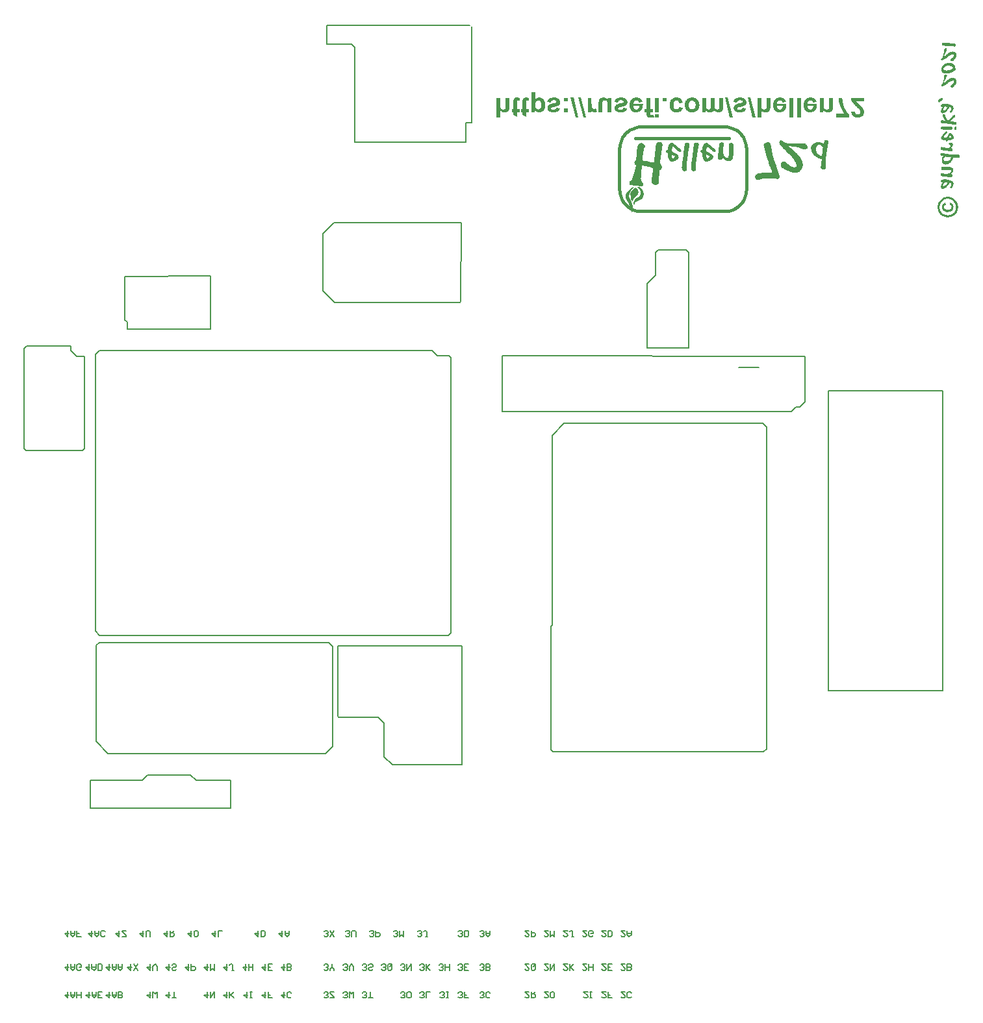
<source format=gbo>
G04*
G04 #@! TF.GenerationSoftware,Altium Limited,Altium Designer,20.2.7 (254)*
G04*
G04 Layer_Color=57008*
%FSLAX25Y25*%
%MOIN*%
G70*
G04*
G04 #@! TF.SameCoordinates,A9B7F2BE-3737-4A3B-A59A-7B8716D397C9*
G04*
G04*
G04 #@! TF.FilePolarity,Positive*
G04*
G01*
G75*
%ADD14C,0.01575*%
%ADD16C,0.00787*%
%ADD20C,0.00669*%
G36*
X506209Y510249D02*
X506363Y510171D01*
X506557Y510065D01*
X506792Y509930D01*
X506992Y509790D01*
X507153Y509678D01*
X507273Y509594D01*
X507313Y509565D01*
X507553Y509397D01*
X507754Y509257D01*
X508034Y509060D01*
X508229Y508954D01*
X508269Y508926D01*
X508423Y508848D01*
X508646Y508782D01*
X509085Y508683D01*
X509301Y508651D01*
X509483Y508613D01*
X509592Y508597D01*
X509626Y508603D01*
X510019Y508567D01*
X510417Y508497D01*
X510844Y508467D01*
X511231Y508465D01*
X511556Y508416D01*
X511800Y508424D01*
X511983Y508386D01*
X512051Y508398D01*
X512654Y508364D01*
X513217Y508358D01*
X513747Y508346D01*
X514270Y508368D01*
X514725Y508378D01*
X515146Y508382D01*
X515492Y508408D01*
X515839Y508434D01*
X516152Y508454D01*
X516430Y508468D01*
X516635Y508504D01*
X516811Y508500D01*
X517152Y508560D01*
X517533Y508592D01*
X517851Y508578D01*
X518142Y508524D01*
X518405Y508429D01*
X518593Y508357D01*
X518747Y508279D01*
X518827Y508223D01*
X518868Y508195D01*
X519120Y507958D01*
X519305Y507710D01*
X519455Y507455D01*
X519565Y507229D01*
X519635Y507030D01*
X519705Y506832D01*
X519723Y506730D01*
X519729Y506696D01*
X519721Y506343D01*
X519627Y506080D01*
X519418Y505868D01*
X519198Y505724D01*
X518943Y505573D01*
X518711Y505497D01*
X518506Y505461D01*
X518228Y505447D01*
X517863Y505523D01*
X517424Y505622D01*
X516979Y505754D01*
X516528Y505920D01*
X516157Y506031D01*
X516009Y506075D01*
X515929Y506131D01*
X515855Y506153D01*
X515821Y506147D01*
X515113Y506374D01*
X514486Y506544D01*
X514001Y506704D01*
X513596Y506809D01*
X513305Y506863D01*
X513089Y506895D01*
X512941Y506939D01*
X512907Y506933D01*
X509974Y507224D01*
X510600Y506667D01*
X511179Y506172D01*
X511718Y505705D01*
X512177Y505294D01*
X512596Y504911D01*
X512974Y504556D01*
X513307Y504263D01*
X513560Y504027D01*
X513812Y503790D01*
X514018Y503616D01*
X514151Y503463D01*
X514277Y503345D01*
X514363Y503255D01*
X514443Y503199D01*
X514490Y503137D01*
X514966Y502624D01*
X515369Y502132D01*
X515692Y501697D01*
X515968Y501325D01*
X516159Y501042D01*
X516303Y500821D01*
X516367Y500657D01*
X516407Y500629D01*
X516622Y500210D01*
X516796Y499819D01*
X516930Y499456D01*
X517065Y499093D01*
X517112Y498821D01*
X517189Y498589D01*
X517219Y498418D01*
X517225Y498384D01*
X517305Y497731D01*
X517271Y497127D01*
X517156Y496580D01*
X517030Y496101D01*
X516852Y495718D01*
X516729Y495416D01*
X516617Y495255D01*
X516561Y495175D01*
X516156Y494682D01*
X515733Y494291D01*
X515264Y493963D01*
X514811Y493742D01*
X514386Y493562D01*
X514051Y493468D01*
X513921Y493410D01*
X513751Y493380D01*
X513404Y493354D01*
X513051Y493362D01*
X512652Y493432D01*
X512213Y493530D01*
X511329Y493761D01*
X510462Y494100D01*
X509662Y494451D01*
X509319Y494601D01*
X509017Y494723D01*
X508782Y494858D01*
X508588Y494964D01*
X508473Y495014D01*
X508433Y495042D01*
X508199Y495176D01*
X508010Y495249D01*
X507856Y495327D01*
X507742Y495377D01*
X507628Y495427D01*
X507587Y495455D01*
X507125Y495690D01*
X506764Y495942D01*
X506505Y496213D01*
X506321Y496461D01*
X506177Y496682D01*
X506112Y496846D01*
X506054Y496977D01*
X506048Y497011D01*
X505986Y497562D01*
X506012Y497812D01*
X506044Y498029D01*
X506055Y498171D01*
X506099Y498319D01*
X506121Y498394D01*
X506115Y498428D01*
X506221Y498622D01*
X506333Y498782D01*
X506486Y498915D01*
X506610Y499007D01*
X506802Y499111D01*
X506905Y499129D01*
X507319Y499167D01*
X507706Y499165D01*
X507849Y499155D01*
X507957Y499139D01*
X508031Y499117D01*
X508065Y499123D01*
X508436Y499013D01*
X508704Y498884D01*
X508865Y498772D01*
X508905Y498744D01*
X509410Y498271D01*
X509903Y497866D01*
X510350Y497523D01*
X510757Y497208D01*
X511111Y496990D01*
X511466Y496771D01*
X511775Y496615D01*
X512043Y496487D01*
X512300Y496426D01*
X512488Y496354D01*
X512819Y496272D01*
X512995Y496268D01*
X513302Y496322D01*
X513500Y496392D01*
X513631Y496450D01*
X513761Y496508D01*
X513879Y496635D01*
X513907Y496675D01*
X513957Y496789D01*
X514002Y496937D01*
X513976Y497284D01*
X513980Y497461D01*
X513956Y497597D01*
X513938Y497699D01*
X513932Y497733D01*
X513825Y498136D01*
X513639Y498595D01*
X513425Y499014D01*
X513204Y499467D01*
X512962Y499846D01*
X512771Y500128D01*
X512679Y500253D01*
X512627Y500349D01*
X512587Y500377D01*
X512581Y500411D01*
X512160Y501004D01*
X511711Y501558D01*
X511314Y502015D01*
X510958Y502444D01*
X510653Y502776D01*
X510401Y503013D01*
X510234Y503159D01*
X510188Y503221D01*
X509477Y503869D01*
X508840Y504494D01*
X508282Y505064D01*
X507771Y505571D01*
X507380Y505994D01*
X507076Y506326D01*
X506950Y506445D01*
X506898Y506541D01*
X506823Y506563D01*
X506817Y506597D01*
X506334Y507144D01*
X505972Y507608D01*
X505695Y507980D01*
X505499Y508297D01*
X505389Y508524D01*
X505331Y508654D01*
X505278Y508750D01*
X505272Y508784D01*
X505234Y509199D01*
X505317Y509530D01*
X505389Y509718D01*
X505411Y509792D01*
X505613Y510039D01*
X505834Y510183D01*
X506032Y510253D01*
X506100Y510265D01*
X506209Y510249D01*
D02*
G37*
G36*
X443955Y509316D02*
X444197Y509281D01*
X444543Y509143D01*
X444682Y509074D01*
X444785Y509039D01*
X444820Y508970D01*
X444855D01*
X444993Y508797D01*
X445131Y508624D01*
X445235Y508278D01*
X445270Y508139D01*
X445304Y508036D01*
Y507966D01*
Y507932D01*
Y507828D01*
X445270Y507655D01*
Y507447D01*
X445235Y507205D01*
X445166Y506617D01*
X445062Y505994D01*
X444958Y505371D01*
X444924Y505095D01*
X444889Y504852D01*
X444855Y504645D01*
Y504472D01*
X444820Y504368D01*
Y504333D01*
X444751Y503745D01*
X444682Y503226D01*
X444612Y502707D01*
X444543Y502292D01*
X444474Y501877D01*
X444439Y501531D01*
X444405Y501219D01*
X444370Y500943D01*
X444336Y500700D01*
X444301Y500493D01*
X444266Y500320D01*
Y500181D01*
X444232Y500043D01*
Y499974D01*
X444128Y498175D01*
X444232Y498140D01*
X444336Y498071D01*
X444509Y497829D01*
X444647Y497621D01*
X444682Y497552D01*
Y497517D01*
X444855Y497033D01*
X444958Y496652D01*
X444993Y496514D01*
Y496410D01*
Y496375D01*
Y496341D01*
X444958Y495960D01*
X444855Y495683D01*
X444716Y495476D01*
X444682Y495441D01*
Y495407D01*
X444578Y495268D01*
X444474Y495164D01*
X444266Y495026D01*
X444128Y494991D01*
X444059D01*
X443817Y495026D01*
Y494853D01*
X443782Y494645D01*
Y494369D01*
X443747Y494092D01*
X443713Y493815D01*
Y493573D01*
X443678Y493434D01*
Y493365D01*
X443609Y492708D01*
X443574Y492120D01*
X443505Y491566D01*
X443471Y491082D01*
X443436Y490632D01*
X443401Y490251D01*
Y489940D01*
X443367Y489628D01*
Y489386D01*
Y489179D01*
X443332Y489006D01*
Y488867D01*
Y488694D01*
Y488660D01*
X443298Y488417D01*
X443263Y488210D01*
X443090Y487864D01*
X442917Y487656D01*
X442882Y487587D01*
X442848D01*
X442675Y487449D01*
X442467Y487379D01*
X442121Y487241D01*
X441948D01*
X441810Y487206D01*
X441706D01*
X441429Y487241D01*
X441152Y487276D01*
X440910Y487379D01*
X440703Y487483D01*
X440530Y487587D01*
X440391Y487656D01*
X440322Y487725D01*
X440287Y487760D01*
X440080Y487968D01*
X439941Y488175D01*
X439838Y488383D01*
X439768Y488590D01*
X439734Y488763D01*
X439699Y488867D01*
Y488971D01*
Y489006D01*
Y489213D01*
X439734Y489490D01*
X439768Y490078D01*
X439838Y490736D01*
X439941Y491393D01*
X440045Y492016D01*
X440080Y492293D01*
X440114Y492500D01*
X440149Y492708D01*
Y492846D01*
X440184Y492950D01*
Y492985D01*
X440287Y493711D01*
X440391Y494299D01*
X440460Y494784D01*
X440495Y495164D01*
X440530Y495441D01*
X440564Y495649D01*
Y495753D01*
Y495787D01*
X440149Y495960D01*
X439734Y496099D01*
X438800Y496375D01*
X437865Y496618D01*
X436931Y496791D01*
X436516Y496894D01*
X436135Y496964D01*
X435755Y497033D01*
X435478Y497067D01*
X435201Y497102D01*
X435028Y497137D01*
X434890Y497171D01*
X434855D01*
X434717Y496375D01*
X434613Y495510D01*
X434544Y494645D01*
X434509Y493780D01*
X434475Y493400D01*
Y493019D01*
X434440Y492673D01*
Y492396D01*
Y492154D01*
Y491981D01*
Y491877D01*
Y491843D01*
X434405Y491497D01*
X434336Y491185D01*
X434267Y490909D01*
X434228Y490830D01*
X434454Y489546D01*
X434655Y488805D01*
X435220Y488409D01*
X435324Y488216D01*
X435349Y488079D01*
X435340Y487724D01*
X435268Y486934D01*
X435211Y486853D01*
X434961Y486668D01*
X434687Y486619D01*
X428696Y487330D01*
X428454Y487499D01*
X428350Y487693D01*
X428358Y488048D01*
X428398Y488620D01*
X428463Y489055D01*
X428519Y489136D01*
X428769Y489322D01*
X429213Y489612D01*
X429584Y490313D01*
X430213Y491555D01*
X431036Y494103D01*
X431439Y496223D01*
X431582Y496956D01*
X431603Y497102D01*
Y497275D01*
X431637Y497379D01*
Y497413D01*
Y497448D01*
X431395Y497552D01*
X431222Y497690D01*
X431118Y497829D01*
X431084Y497863D01*
Y497898D01*
X430980Y498175D01*
X430911Y498417D01*
X430876Y498624D01*
Y498659D01*
Y498694D01*
X430911Y498970D01*
X431049Y499247D01*
X431153Y499455D01*
X431188Y499524D01*
Y499559D01*
X431291Y499732D01*
X431395Y499835D01*
X431603Y499974D01*
X431741Y500043D01*
X431776D01*
Y500147D01*
Y500251D01*
X431810Y500597D01*
X431845Y501012D01*
X431880Y501427D01*
X431914Y501842D01*
X431949Y502188D01*
Y502292D01*
X431983Y502396D01*
Y502465D01*
Y502500D01*
X432018Y502949D01*
X432053Y503399D01*
X432087Y503780D01*
X432122Y504126D01*
X432156Y504749D01*
X432191Y505233D01*
X432226Y505579D01*
X432260Y505821D01*
Y505994D01*
Y506029D01*
X432295Y506513D01*
X432399Y506928D01*
X432502Y507309D01*
X432641Y507620D01*
X432779Y507897D01*
X432952Y508105D01*
X433125Y508312D01*
X433333Y508451D01*
X433679Y508658D01*
X433990Y508762D01*
X434198Y508797D01*
X434267D01*
X434475Y508762D01*
X434717Y508693D01*
X435132Y508485D01*
X435305Y508382D01*
X435443Y508278D01*
X435547Y508209D01*
X435582Y508174D01*
X435859Y507932D01*
X436032Y507724D01*
X436170Y507517D01*
X436274Y507378D01*
X436343Y507240D01*
X436378Y507136D01*
Y507101D01*
Y507067D01*
Y506790D01*
X436343Y506617D01*
X436308Y506548D01*
X436274Y506513D01*
X436170Y506409D01*
X436066Y506306D01*
X435928Y506271D01*
X435893Y506236D01*
X435789Y505787D01*
X435686Y505268D01*
X435616Y504749D01*
X435513Y504195D01*
X435443Y503711D01*
X435374Y503330D01*
X435340Y503157D01*
X435305Y503053D01*
Y502984D01*
Y502949D01*
X435236Y502534D01*
X435201Y502154D01*
X435132Y501531D01*
X435063Y500977D01*
X434994Y500597D01*
X434959Y500285D01*
X434924Y500078D01*
Y499974D01*
Y499939D01*
X436135Y499628D01*
X437277Y499386D01*
X438281Y499143D01*
X438765Y499074D01*
X439180Y498970D01*
X439561Y498901D01*
X439907Y498832D01*
X440184Y498797D01*
X440460Y498728D01*
X440633Y498694D01*
X440806D01*
X440876Y498659D01*
X440910D01*
X440945Y498867D01*
X440979Y499178D01*
X441014Y499524D01*
X441049Y499905D01*
X441083Y500251D01*
X441118Y500527D01*
X441152Y500735D01*
Y500770D01*
Y500804D01*
X441291Y501773D01*
X441395Y502638D01*
X441464Y503399D01*
X441568Y504091D01*
X441637Y504679D01*
X441671Y505198D01*
X441706Y505648D01*
X441775Y505994D01*
Y506340D01*
X441810Y506582D01*
Y506790D01*
X441844Y506928D01*
Y507032D01*
Y507101D01*
Y507171D01*
X441879Y507517D01*
X441914Y507828D01*
X441983Y508105D01*
X442087Y508347D01*
X442190Y508520D01*
X442260Y508658D01*
X442294Y508728D01*
X442329Y508762D01*
X442536Y508970D01*
X442779Y509108D01*
X442986Y509212D01*
X443228Y509281D01*
X443401Y509316D01*
X443574Y509350D01*
X443713D01*
X443955Y509316D01*
D02*
G37*
G36*
X499706Y509067D02*
X499889Y509029D01*
X499997Y509013D01*
X500077Y508957D01*
X500111Y508963D01*
X500306Y508857D01*
X500466Y508745D01*
X500598Y508592D01*
X500690Y508468D01*
X500795Y508276D01*
X500807Y508208D01*
X500813Y508173D01*
X500975Y507253D01*
X501125Y506401D01*
X501257Y505652D01*
X501405Y505011D01*
X501496Y504499D01*
X501532Y504295D01*
X501562Y504125D01*
X501586Y503988D01*
X501604Y503886D01*
X501610Y503852D01*
X501616Y503818D01*
X501764Y503176D01*
X501866Y502597D01*
X501990Y502092D01*
X502103Y501655D01*
X502203Y501286D01*
X502285Y501020D01*
X502343Y500889D01*
X502355Y500821D01*
X502437Y500555D01*
X502559Y500260D01*
X502654Y499925D01*
X502788Y499563D01*
X503062Y498803D01*
X503309Y498003D01*
X503577Y497277D01*
X503671Y496943D01*
X503753Y496676D01*
X503864Y496450D01*
X503894Y496279D01*
X503952Y496149D01*
X503958Y496115D01*
X504162Y495554D01*
X504308Y495123D01*
X504402Y494788D01*
X504513Y494561D01*
X504543Y494391D01*
X504595Y494295D01*
X504607Y494227D01*
X504665Y494097D01*
X504735Y493898D01*
X504875Y493501D01*
X504946Y493303D01*
X504976Y493132D01*
X505028Y493036D01*
X505034Y493002D01*
X505156Y492707D01*
X505232Y492475D01*
X505296Y492310D01*
X505320Y492174D01*
X505366Y492112D01*
X505372Y492078D01*
X505378Y492044D01*
X505420Y491806D01*
X505382Y491623D01*
X505306Y491258D01*
X505262Y491110D01*
X505212Y490996D01*
X505184Y490956D01*
X505156Y490916D01*
X505009Y490749D01*
X504897Y490589D01*
X504608Y490433D01*
X504416Y490328D01*
X504177Y490286D01*
X503995Y490324D01*
X503534Y490349D01*
X503318Y490381D01*
X503141Y490385D01*
X502993Y490429D01*
X502959Y490423D01*
X501740Y490559D01*
X501171Y490599D01*
X500676Y490618D01*
X500249Y490648D01*
X499902Y490622D01*
X499686Y490654D01*
X499618Y490642D01*
X499020Y490642D01*
X498531Y490626D01*
X498116Y490588D01*
X497736Y490556D01*
X497457Y490542D01*
X496946Y490452D01*
X496713Y490376D01*
X496208Y490251D01*
X495970Y490209D01*
X495771Y490139D01*
X495601Y490109D01*
X495300Y490021D01*
X495062Y489979D01*
X494863Y489909D01*
X494454Y489837D01*
X494244Y489835D01*
X494033Y489833D01*
X493703Y489915D01*
X493468Y490049D01*
X493428Y490077D01*
X493388Y490105D01*
X493222Y490252D01*
X493118Y490444D01*
X492909Y490829D01*
X492879Y490999D01*
X492821Y491130D01*
X492803Y491232D01*
X492797Y491266D01*
X492789Y491511D01*
X492821Y491727D01*
X493034Y492116D01*
X493112Y492270D01*
X493236Y492362D01*
X493292Y492443D01*
X493320Y492483D01*
X493569Y492667D01*
X493823Y492817D01*
X494277Y493038D01*
X494475Y493108D01*
X494639Y493172D01*
X495559Y493334D01*
X496287Y493392D01*
X496906Y493466D01*
X497463Y493494D01*
X497884Y493498D01*
X498197Y493518D01*
X498414Y493486D01*
X498482Y493498D01*
X499193Y493448D01*
X499830Y493420D01*
X500388Y493448D01*
X500809Y493452D01*
X501189Y493484D01*
X501434Y493492D01*
X501638Y493528D01*
X501620Y493630D01*
X501556Y493794D01*
X501520Y493999D01*
X501444Y494231D01*
X501252Y494724D01*
X501047Y495286D01*
X500855Y495779D01*
X500779Y496011D01*
X500709Y496210D01*
X500639Y496408D01*
X500581Y496538D01*
X500534Y496600D01*
X500528Y496634D01*
X500190Y497559D01*
X499863Y498415D01*
X499583Y499208D01*
X499354Y499906D01*
X499266Y500206D01*
X499150Y500467D01*
X499074Y500700D01*
X499038Y500904D01*
X498974Y501068D01*
X498922Y501164D01*
X498910Y501233D01*
X498904Y501267D01*
X498803Y501636D01*
X498703Y502004D01*
X498533Y502572D01*
X498415Y503043D01*
X498315Y503411D01*
X498233Y503678D01*
X498202Y503848D01*
X498184Y503951D01*
X498178Y503985D01*
X498154Y504121D01*
X498084Y504319D01*
X497972Y504756D01*
X497896Y504989D01*
X497860Y505193D01*
X497802Y505324D01*
X497796Y505358D01*
X497619Y505959D01*
X497501Y506430D01*
X497395Y506833D01*
X497335Y507174D01*
X497259Y507406D01*
X497235Y507543D01*
X497217Y507645D01*
X497211Y507679D01*
X497221Y507821D01*
X497231Y507963D01*
X497393Y508238D01*
X497534Y508438D01*
X497556Y508513D01*
X497590Y508519D01*
X497963Y508795D01*
X498353Y508969D01*
X498524Y508999D01*
X498654Y509058D01*
X498756Y509076D01*
X499279Y509098D01*
X499524Y509106D01*
X499706Y509067D01*
D02*
G37*
G36*
X432147Y485394D02*
X432574Y484975D01*
X432889Y484394D01*
X433034Y483572D01*
X432711Y482596D01*
X432147Y481790D01*
X431453Y481314D01*
X430921Y480726D01*
X430243Y479758D01*
X430009Y479081D01*
X430001Y478726D01*
X429518Y479065D01*
X429332Y479315D01*
X429107Y480194D01*
X428962Y481016D01*
X428921Y481645D01*
X428833Y482548D01*
X429099Y483443D01*
X429776Y484411D01*
X430478Y485241D01*
X430922Y485531D01*
X431583Y485789D01*
X432147Y485394D01*
D02*
G37*
G36*
X433365Y486104D02*
X434735Y485144D01*
X435211Y484450D01*
X435550Y483733D01*
X435695Y482910D01*
X435703Y482063D01*
X435299Y481144D01*
X434961Y480661D01*
X434372Y479991D01*
X433654Y479653D01*
X432936Y479314D01*
X432219Y478976D01*
X431638Y478661D01*
X431186Y478016D01*
X430928Y477476D01*
X430783Y477097D01*
X430517Y477404D01*
X430501Y477895D01*
X430566Y478331D01*
X430743Y478928D01*
X431058Y479548D01*
X431533Y480056D01*
X432033Y480427D01*
X432784Y480983D01*
X433558Y481403D01*
X433896Y481886D01*
X434017Y482402D01*
X434114Y483055D01*
X434050Y483822D01*
X433477Y485063D01*
X432357Y486208D01*
X432550Y486313D01*
X433365Y486104D01*
D02*
G37*
G36*
X430539Y486100D02*
X430357Y485927D01*
X429768Y485257D01*
X429035Y484209D01*
X428607Y483427D01*
X428260Y482589D01*
X428050Y481774D01*
X428091Y481145D01*
X428607Y479823D01*
X429259Y478525D01*
X429808Y477420D01*
X430106Y476130D01*
X430219Y475090D01*
X430065Y474356D01*
X429823Y473324D01*
X429412Y473251D01*
X429476Y473687D01*
X429283Y474783D01*
X428977Y475719D01*
X428534Y476630D01*
X427719Y478041D01*
X427091Y479202D01*
X426518Y480444D01*
X426438Y481702D01*
X426849Y482976D01*
X427277Y483758D01*
X428261Y484992D01*
X429373Y485894D01*
X430297Y486269D01*
X430539Y486100D01*
D02*
G37*
G36*
X529698Y510194D02*
X529837Y510148D01*
X529952Y510125D01*
X530044Y510079D01*
X530113Y510056D01*
X530160Y510033D01*
X530252Y509940D01*
X530298Y509848D01*
X530390Y509594D01*
Y509502D01*
X530413Y509410D01*
Y509341D01*
Y509318D01*
Y509248D01*
X530390Y509156D01*
X530367Y509018D01*
X530344Y508856D01*
X530298Y508464D01*
X530229Y508072D01*
X530136Y507680D01*
X530113Y507496D01*
X530090Y507335D01*
X530067Y507196D01*
X530044Y507104D01*
X530021Y507035D01*
Y507012D01*
X529929Y506573D01*
X529860Y506158D01*
X529791Y505766D01*
X529721Y505420D01*
X529675Y505098D01*
X529629Y504798D01*
X529583Y504544D01*
X529537Y504314D01*
X529514Y504106D01*
X529468Y503922D01*
X529445Y503783D01*
X529422Y503668D01*
Y503576D01*
X529398Y503507D01*
Y503483D01*
Y503460D01*
X529352Y503022D01*
X529306Y502538D01*
X529283Y502031D01*
X529237Y501546D01*
X529214Y501131D01*
Y500947D01*
Y500785D01*
X529191Y500647D01*
Y500555D01*
Y500486D01*
Y500463D01*
X529168Y499540D01*
X529145Y498687D01*
X529122Y498295D01*
Y497926D01*
Y497580D01*
Y497280D01*
X529099Y497004D01*
Y496750D01*
Y496519D01*
Y496358D01*
Y496197D01*
Y496104D01*
Y496035D01*
Y496012D01*
X529076Y495874D01*
X529053Y495735D01*
X528914Y495528D01*
X528730Y495389D01*
X528522Y495274D01*
X528315Y495228D01*
X528130Y495205D01*
X527992Y495182D01*
X527946D01*
X527715Y495205D01*
X527508Y495228D01*
X527323Y495274D01*
X527162Y495320D01*
X527046Y495389D01*
X526954Y495436D01*
X526908Y495459D01*
X526885Y495482D01*
X526770Y495597D01*
X526678Y495712D01*
X526608Y495851D01*
X526562Y495966D01*
X526539Y496058D01*
X526516Y496150D01*
Y496197D01*
Y496220D01*
Y496289D01*
X526539Y496404D01*
Y496542D01*
X526562Y496727D01*
X526585Y496957D01*
X526608Y497165D01*
X526654Y497649D01*
X526700Y498134D01*
X526724Y498341D01*
X526747Y498526D01*
X526770Y498687D01*
X526793Y498802D01*
Y498895D01*
Y498918D01*
X526816Y499148D01*
X526862Y499356D01*
X526908Y499702D01*
X526931Y499955D01*
X526977Y500163D01*
Y500301D01*
X527000Y500393D01*
Y500417D01*
Y500440D01*
X526793Y500463D01*
X526562Y500532D01*
X526308Y500601D01*
X526055Y500693D01*
X525824Y500808D01*
X525640Y500878D01*
X525501Y500947D01*
X525478Y500970D01*
X525455D01*
X525063Y501178D01*
X524694Y501362D01*
X524371Y501570D01*
X524095Y501754D01*
X523864Y501915D01*
X523680Y502054D01*
X523587Y502146D01*
X523541Y502169D01*
X523172Y502492D01*
X522873Y502838D01*
X522596Y503207D01*
X522365Y503553D01*
X522158Y503899D01*
X521996Y504221D01*
X521858Y504567D01*
X521743Y504867D01*
X521650Y505167D01*
X521604Y505420D01*
X521558Y505651D01*
X521512Y505859D01*
Y506020D01*
X521489Y506135D01*
Y506228D01*
Y506251D01*
X521512Y506458D01*
X521535Y506666D01*
X521650Y507058D01*
X521812Y507427D01*
X522019Y507726D01*
X522204Y507957D01*
X522365Y508142D01*
X522481Y508257D01*
X522527Y508303D01*
X522942Y508580D01*
X523380Y508787D01*
X523841Y508949D01*
X524279Y509041D01*
X524671Y509110D01*
X524833Y509133D01*
X524971D01*
X525086Y509156D01*
X525248D01*
X525663Y509133D01*
X526032Y509110D01*
X526355Y509064D01*
X526631Y508995D01*
X526862Y508949D01*
X527023Y508903D01*
X527116Y508880D01*
X527162Y508856D01*
X527438Y508741D01*
X527646Y508603D01*
X527807Y508464D01*
X527923Y508326D01*
X527992Y508211D01*
X528038Y508119D01*
X528061Y508049D01*
Y508026D01*
X528107Y508303D01*
X528130Y508534D01*
X528176Y508718D01*
X528199Y508880D01*
X528223Y509018D01*
Y509110D01*
X528246Y509156D01*
Y509179D01*
X528269Y509318D01*
X528292Y509433D01*
X528315Y509571D01*
X528338Y509664D01*
Y509687D01*
X528407Y509848D01*
X528499Y509963D01*
X528568Y510033D01*
X528615Y510056D01*
X528707Y510102D01*
X528822Y510148D01*
X529053Y510194D01*
X529168Y510217D01*
X529537D01*
X529698Y510194D01*
D02*
G37*
G36*
X467877Y508887D02*
X468015Y508841D01*
X468153Y508772D01*
X468338Y508680D01*
X468707Y508426D01*
X469122Y508150D01*
X469491Y507896D01*
X469652Y507758D01*
X469814Y507642D01*
X469929Y507550D01*
X470021Y507481D01*
X470090Y507435D01*
X470113Y507412D01*
X470252Y507296D01*
X470344Y507227D01*
X470390Y507181D01*
X470413D01*
X470805Y506881D01*
X471151Y506605D01*
X471451Y506328D01*
X471704Y506097D01*
X471935Y505890D01*
X472096Y505682D01*
X472258Y505521D01*
X472373Y505359D01*
X472466Y505221D01*
X472535Y505106D01*
X472627Y504944D01*
X472650Y504829D01*
Y504806D01*
X472627Y504598D01*
X472535Y504437D01*
X472419Y504322D01*
X472281Y504229D01*
X472120Y504183D01*
X472004Y504160D01*
X471889D01*
X471681Y504206D01*
X471497Y504276D01*
X471359Y504345D01*
X471336Y504391D01*
X471313D01*
X471174Y504506D01*
X470990Y504668D01*
X470782Y504875D01*
X470575Y505083D01*
X470390Y505267D01*
X470229Y505429D01*
X470113Y505544D01*
X470067Y505590D01*
X469860Y505797D01*
X469675Y505982D01*
X469491Y506166D01*
X469329Y506305D01*
X469053Y506512D01*
X468822Y506651D01*
X468661Y506743D01*
X468545Y506789D01*
X468476Y506812D01*
X468453D01*
X468361Y506789D01*
X468269Y506720D01*
X468199Y506651D01*
X468130Y506535D01*
X468061Y506443D01*
X468038Y506374D01*
X467992Y506305D01*
Y506282D01*
X467877Y505867D01*
X467830Y505659D01*
X467807Y505452D01*
Y505290D01*
X467784Y505152D01*
Y505060D01*
Y505036D01*
Y504529D01*
X467830Y504506D01*
X467900Y504460D01*
X468084Y504345D01*
X468338Y504206D01*
X468591Y504045D01*
X468845Y503906D01*
X469053Y503791D01*
X469145Y503745D01*
X469214Y503699D01*
X469237Y503676D01*
X469260D01*
X469491Y503538D01*
X469698Y503422D01*
X470067Y503215D01*
X470344Y503053D01*
X470528Y502915D01*
X470690Y502846D01*
X470759Y502777D01*
X470805Y502731D01*
X470828D01*
X470990Y502546D01*
X471105Y502408D01*
X471174Y502292D01*
X471197Y502246D01*
X471243Y502131D01*
X471266Y502016D01*
X471289Y501739D01*
X471313Y501624D01*
Y501531D01*
Y501462D01*
Y501439D01*
X471289Y501255D01*
X471220Y501070D01*
X471105Y500909D01*
X471013Y500747D01*
X470897Y500609D01*
X470782Y500494D01*
X470713Y500424D01*
X470690Y500401D01*
X470459Y500194D01*
X470206Y500009D01*
X469952Y499848D01*
X469721Y499733D01*
X469514Y499617D01*
X469352Y499548D01*
X469260Y499502D01*
X469214Y499479D01*
X468891Y499364D01*
X468568Y499271D01*
X468246Y499225D01*
X467969Y499179D01*
X467738Y499156D01*
X467554Y499133D01*
X467392D01*
X467254Y499156D01*
X467116Y499248D01*
X467000Y499341D01*
X466862Y499479D01*
X466770Y499594D01*
X466677Y499710D01*
X466631Y499802D01*
X466608Y499825D01*
X466447Y500079D01*
X466308Y500355D01*
X466193Y500632D01*
X466101Y500909D01*
X466032Y501139D01*
X465963Y501324D01*
X465940Y501439D01*
X465916Y501462D01*
Y501485D01*
X465824Y501854D01*
X465778Y502223D01*
X465732Y502569D01*
X465686Y502892D01*
Y503169D01*
X465663Y503399D01*
Y503538D01*
Y503561D01*
Y503584D01*
X465501Y503653D01*
X465340Y503722D01*
X465248Y503791D01*
X465156Y503860D01*
X465086Y503906D01*
X465040Y503953D01*
X465017Y503976D01*
X464948Y504137D01*
X464902Y504345D01*
X464879Y504437D01*
Y504506D01*
Y504552D01*
Y504575D01*
X464902Y504714D01*
X464948Y504829D01*
X464971Y504921D01*
X464994Y504967D01*
X465086Y505083D01*
X465178Y505152D01*
X465248Y505175D01*
X465271D01*
X465455Y505152D01*
X465594Y505129D01*
X465686Y505106D01*
X465709D01*
Y505475D01*
X465732Y505959D01*
X465801Y506397D01*
X465893Y506812D01*
X466009Y507158D01*
X466101Y507435D01*
X466193Y507665D01*
X466262Y507804D01*
X466285Y507827D01*
Y507850D01*
X466401Y508034D01*
X466516Y508196D01*
X466770Y508472D01*
X467023Y508657D01*
X467254Y508772D01*
X467461Y508864D01*
X467646Y508887D01*
X467738Y508911D01*
X467784D01*
X467877Y508887D01*
D02*
G37*
G36*
X450143D02*
X450282Y508841D01*
X450420Y508772D01*
X450605Y508680D01*
X450974Y508426D01*
X451389Y508150D01*
X451758Y507896D01*
X451919Y507758D01*
X452080Y507642D01*
X452196Y507550D01*
X452288Y507481D01*
X452357Y507435D01*
X452380Y507412D01*
X452519Y507296D01*
X452611Y507227D01*
X452657Y507181D01*
X452680D01*
X453072Y506881D01*
X453418Y506605D01*
X453718Y506328D01*
X453971Y506097D01*
X454202Y505890D01*
X454363Y505682D01*
X454525Y505521D01*
X454640Y505359D01*
X454732Y505221D01*
X454802Y505106D01*
X454894Y504944D01*
X454917Y504829D01*
Y504806D01*
X454894Y504598D01*
X454802Y504437D01*
X454686Y504322D01*
X454548Y504229D01*
X454386Y504183D01*
X454271Y504160D01*
X454156D01*
X453948Y504206D01*
X453764Y504276D01*
X453625Y504345D01*
X453602Y504391D01*
X453579D01*
X453441Y504506D01*
X453257Y504668D01*
X453049Y504875D01*
X452841Y505083D01*
X452657Y505267D01*
X452495Y505429D01*
X452380Y505544D01*
X452334Y505590D01*
X452127Y505797D01*
X451942Y505982D01*
X451758Y506166D01*
X451596Y506305D01*
X451320Y506512D01*
X451089Y506651D01*
X450927Y506743D01*
X450812Y506789D01*
X450743Y506812D01*
X450720D01*
X450628Y506789D01*
X450535Y506720D01*
X450466Y506651D01*
X450397Y506535D01*
X450328Y506443D01*
X450305Y506374D01*
X450259Y506305D01*
Y506282D01*
X450143Y505867D01*
X450097Y505659D01*
X450074Y505452D01*
Y505290D01*
X450051Y505152D01*
Y505060D01*
Y505036D01*
Y504529D01*
X450097Y504506D01*
X450167Y504460D01*
X450351Y504345D01*
X450605Y504206D01*
X450858Y504045D01*
X451112Y503906D01*
X451320Y503791D01*
X451412Y503745D01*
X451481Y503699D01*
X451504Y503676D01*
X451527D01*
X451758Y503538D01*
X451965Y503422D01*
X452334Y503215D01*
X452611Y503053D01*
X452795Y502915D01*
X452957Y502846D01*
X453026Y502777D01*
X453072Y502731D01*
X453095D01*
X453257Y502546D01*
X453372Y502408D01*
X453441Y502292D01*
X453464Y502246D01*
X453510Y502131D01*
X453533Y502016D01*
X453556Y501739D01*
X453579Y501624D01*
Y501531D01*
Y501462D01*
Y501439D01*
X453556Y501255D01*
X453487Y501070D01*
X453372Y500909D01*
X453280Y500747D01*
X453164Y500609D01*
X453049Y500494D01*
X452980Y500424D01*
X452957Y500401D01*
X452726Y500194D01*
X452472Y500009D01*
X452219Y499848D01*
X451988Y499733D01*
X451781Y499617D01*
X451619Y499548D01*
X451527Y499502D01*
X451481Y499479D01*
X451158Y499364D01*
X450835Y499271D01*
X450512Y499225D01*
X450236Y499179D01*
X450005Y499156D01*
X449821Y499133D01*
X449659D01*
X449521Y499156D01*
X449382Y499248D01*
X449267Y499341D01*
X449129Y499479D01*
X449037Y499594D01*
X448944Y499710D01*
X448898Y499802D01*
X448875Y499825D01*
X448714Y500079D01*
X448575Y500355D01*
X448460Y500632D01*
X448368Y500909D01*
X448299Y501139D01*
X448229Y501324D01*
X448206Y501439D01*
X448183Y501462D01*
Y501485D01*
X448091Y501854D01*
X448045Y502223D01*
X447999Y502569D01*
X447953Y502892D01*
Y503169D01*
X447930Y503399D01*
Y503538D01*
Y503561D01*
Y503584D01*
X447768Y503653D01*
X447607Y503722D01*
X447515Y503791D01*
X447422Y503860D01*
X447353Y503906D01*
X447307Y503953D01*
X447284Y503976D01*
X447215Y504137D01*
X447169Y504345D01*
X447146Y504437D01*
Y504506D01*
Y504552D01*
Y504575D01*
X447169Y504714D01*
X447215Y504829D01*
X447238Y504921D01*
X447261Y504967D01*
X447353Y505083D01*
X447445Y505152D01*
X447515Y505175D01*
X447538D01*
X447722Y505152D01*
X447860Y505129D01*
X447953Y505106D01*
X447976D01*
Y505475D01*
X447999Y505959D01*
X448068Y506397D01*
X448160Y506812D01*
X448276Y507158D01*
X448368Y507435D01*
X448460Y507665D01*
X448529Y507804D01*
X448552Y507827D01*
Y507850D01*
X448668Y508034D01*
X448783Y508196D01*
X449037Y508472D01*
X449290Y508657D01*
X449521Y508772D01*
X449728Y508864D01*
X449913Y508887D01*
X450005Y508911D01*
X450051D01*
X450143Y508887D01*
D02*
G37*
G36*
X476040Y509072D02*
X476247Y509003D01*
X476386Y508934D01*
X476409Y508911D01*
X476432D01*
X476524Y508841D01*
X476616Y508749D01*
X476685Y508588D01*
X476732Y508472D01*
Y508449D01*
Y508426D01*
Y508334D01*
Y508196D01*
X476685Y507919D01*
X476662Y507596D01*
X476616Y507250D01*
X476570Y506951D01*
X476547Y506674D01*
X476524Y506581D01*
X476501Y506512D01*
Y506466D01*
Y506443D01*
X476432Y505982D01*
X476386Y505613D01*
X476363Y505313D01*
X476340Y505083D01*
X476316Y504921D01*
Y504806D01*
Y504760D01*
Y504737D01*
X476340Y504368D01*
X476363Y504022D01*
X476409Y503699D01*
X476478Y503422D01*
X476547Y503215D01*
X476593Y503030D01*
X476616Y502938D01*
X476639Y502892D01*
X476778Y502592D01*
X476916Y502339D01*
X477077Y502085D01*
X477216Y501900D01*
X477354Y501739D01*
X477469Y501624D01*
X477539Y501554D01*
X477562Y501531D01*
X477769Y501347D01*
X477977Y501232D01*
X478161Y501139D01*
X478323Y501070D01*
X478438Y501024D01*
X478553Y501001D01*
X478622D01*
X478761Y501047D01*
X478899Y501139D01*
X478992Y501301D01*
X479084Y501485D01*
X479176Y501739D01*
X479222Y501993D01*
X479337Y502569D01*
X479384Y503169D01*
X479406Y503422D01*
Y503676D01*
X479430Y503860D01*
Y504022D01*
Y504114D01*
Y504160D01*
Y504345D01*
Y504529D01*
X479406Y504668D01*
Y504714D01*
Y504737D01*
Y504875D01*
Y504944D01*
Y504990D01*
Y505013D01*
Y505221D01*
Y505475D01*
X479384Y505751D01*
Y506028D01*
Y506305D01*
X479360Y506512D01*
Y506605D01*
Y506674D01*
Y506697D01*
Y506720D01*
Y507043D01*
X479337Y507296D01*
Y507504D01*
Y507642D01*
Y507758D01*
Y507850D01*
Y507873D01*
Y507896D01*
X479360Y508034D01*
X479384Y508173D01*
X479522Y508357D01*
X479637Y508496D01*
X479660Y508519D01*
X479683Y508542D01*
X479960Y508680D01*
X480260Y508749D01*
X480375D01*
X480467Y508772D01*
X480560D01*
X480744Y508749D01*
X480929Y508726D01*
X481067Y508680D01*
X481205Y508611D01*
X481320Y508542D01*
X481413Y508496D01*
X481459Y508472D01*
X481482Y508449D01*
X481620Y508311D01*
X481713Y508173D01*
X481805Y508057D01*
X481851Y507919D01*
X481874Y507827D01*
X481897Y507734D01*
Y507688D01*
Y507665D01*
Y507527D01*
X481874Y507342D01*
X481851Y506951D01*
X481828Y506766D01*
Y506605D01*
X481805Y506512D01*
Y506466D01*
X481782Y506143D01*
Y505867D01*
X481759Y505636D01*
Y505429D01*
X481736Y505290D01*
Y505198D01*
Y505129D01*
Y505106D01*
X481713Y504552D01*
X481690Y504068D01*
X481666Y503630D01*
X481643Y503215D01*
X481620Y502869D01*
X481597Y502546D01*
X481551Y502269D01*
X481528Y502039D01*
X481505Y501831D01*
X481482Y501670D01*
X481459Y501531D01*
X481436Y501416D01*
X481413Y501324D01*
Y501278D01*
X481390Y501232D01*
X481274Y500932D01*
X481159Y500655D01*
X481044Y500424D01*
X480905Y500240D01*
X480813Y500079D01*
X480721Y499986D01*
X480652Y499917D01*
X480629Y499894D01*
X480444Y499733D01*
X480237Y499617D01*
X480052Y499548D01*
X479868Y499479D01*
X479706Y499456D01*
X479568Y499433D01*
X479453D01*
X479130Y499456D01*
X478807Y499502D01*
X478507Y499594D01*
X478230Y499687D01*
X478023Y499779D01*
X477839Y499871D01*
X477746Y499917D01*
X477700Y499940D01*
X477400Y500148D01*
X477101Y500378D01*
X476847Y500632D01*
X476639Y500863D01*
X476455Y501070D01*
X476316Y501232D01*
X476224Y501347D01*
X476201Y501393D01*
X476155Y501139D01*
X476109Y500909D01*
X476040Y500724D01*
X475994Y500586D01*
X475924Y500471D01*
X475878Y500401D01*
X475855Y500355D01*
X475832Y500332D01*
X475717Y500217D01*
X475602Y500148D01*
X475302Y500056D01*
X475187Y500033D01*
X475071Y500009D01*
X474979D01*
X474748Y500033D01*
X474564Y500079D01*
X474379Y500125D01*
X474241Y500217D01*
X474011Y500448D01*
X473849Y500678D01*
X473757Y500932D01*
X473711Y501162D01*
X473688Y501255D01*
Y501301D01*
Y501347D01*
Y501370D01*
Y501485D01*
X473711Y501647D01*
X473734Y501854D01*
X473757Y502131D01*
X473780Y502408D01*
X473803Y502731D01*
X473895Y503376D01*
X473964Y503999D01*
X473987Y504276D01*
X474011Y504529D01*
X474034Y504760D01*
X474057Y504921D01*
X474080Y505013D01*
Y505060D01*
X474103Y505221D01*
X474126Y505382D01*
X474149Y505751D01*
X474172Y505913D01*
X474195Y506051D01*
Y506143D01*
Y506166D01*
X474218Y506489D01*
X474264Y506766D01*
X474287Y507043D01*
X474333Y507273D01*
X474356Y507481D01*
X474379Y507665D01*
X474449Y507988D01*
X474495Y508219D01*
X474541Y508380D01*
X474587Y508472D01*
Y508496D01*
X474725Y508703D01*
X474910Y508841D01*
X475094Y508957D01*
X475302Y509026D01*
X475486Y509072D01*
X475648Y509095D01*
X475786D01*
X476040Y509072D01*
D02*
G37*
G36*
X462988Y508934D02*
X463149Y508911D01*
X463288Y508864D01*
X463403Y508818D01*
X463495Y508772D01*
X463564Y508749D01*
X463587Y508703D01*
X463611D01*
X463726Y508611D01*
X463795Y508496D01*
X463887Y508265D01*
X463910Y508173D01*
X463933Y508080D01*
Y508034D01*
Y508011D01*
Y507850D01*
X463887Y507642D01*
X463841Y507389D01*
X463795Y507135D01*
X463749Y506881D01*
X463703Y506674D01*
X463680Y506535D01*
X463657Y506512D01*
Y506489D01*
X463587Y506120D01*
X463518Y505797D01*
X463472Y505475D01*
X463403Y505198D01*
X463357Y504944D01*
X463334Y504714D01*
X463288Y504483D01*
X463265Y504299D01*
X463241Y504137D01*
Y503999D01*
X463218Y503768D01*
X463195Y503653D01*
Y503607D01*
Y503491D01*
X463172Y503330D01*
X463149Y503169D01*
X463126Y502961D01*
X463057Y502523D01*
X462988Y502085D01*
X462942Y501647D01*
X462896Y501462D01*
X462873Y501301D01*
X462850Y501162D01*
Y501047D01*
X462826Y500978D01*
Y500955D01*
X462757Y500471D01*
X462688Y500056D01*
X462642Y499663D01*
X462596Y499341D01*
X462573Y499041D01*
X462527Y498764D01*
X462504Y498534D01*
X462480Y498349D01*
X462457Y498188D01*
Y498049D01*
Y497934D01*
X462434Y497865D01*
Y497750D01*
Y497726D01*
Y497450D01*
X462457Y497173D01*
Y496873D01*
X462480Y496573D01*
Y496320D01*
X462504Y496112D01*
Y495974D01*
Y495951D01*
Y495928D01*
X462527Y495720D01*
Y495559D01*
X462550Y495397D01*
Y495305D01*
Y495213D01*
Y495167D01*
Y495121D01*
X462527Y494982D01*
X462504Y494844D01*
X462365Y494660D01*
X462250Y494544D01*
X462204Y494498D01*
X462181D01*
X461904Y494383D01*
X461627Y494314D01*
X461512Y494290D01*
X461351D01*
X461097Y494314D01*
X460889Y494383D01*
X460705Y494475D01*
X460543Y494590D01*
X460405Y494729D01*
X460290Y494890D01*
X460128Y495236D01*
X460013Y495605D01*
X459967Y495905D01*
X459944Y496020D01*
Y496112D01*
Y496181D01*
Y496205D01*
Y496481D01*
X459967Y496781D01*
X459990Y497127D01*
X460036Y497496D01*
X460105Y498234D01*
X460221Y498995D01*
X460267Y499364D01*
X460313Y499687D01*
X460359Y499986D01*
X460382Y500263D01*
X460428Y500494D01*
X460451Y500655D01*
X460474Y500747D01*
Y500794D01*
X460543Y501162D01*
X460590Y501508D01*
X460636Y501808D01*
X460682Y502108D01*
X460705Y502361D01*
X460751Y502592D01*
X460774Y502800D01*
X460797Y502961D01*
X460820Y503123D01*
Y503261D01*
X460843Y503445D01*
X460866Y503561D01*
Y503607D01*
X460889Y503837D01*
X460912Y504068D01*
X460959Y504598D01*
X461005Y505152D01*
X461074Y505682D01*
X461120Y506166D01*
X461143Y506374D01*
X461166Y506558D01*
X461189Y506697D01*
X461212Y506812D01*
Y506881D01*
Y506904D01*
X461258Y507250D01*
X461304Y507550D01*
X461328Y507758D01*
X461351Y507942D01*
Y508057D01*
X461374Y508150D01*
Y508173D01*
Y508196D01*
X461397Y508334D01*
X461443Y508449D01*
X461581Y508611D01*
X461720Y508726D01*
X461766Y508772D01*
X461789D01*
X462112Y508887D01*
X462434Y508934D01*
X462596Y508957D01*
X462803D01*
X462988Y508934D01*
D02*
G37*
G36*
X458260D02*
X458422Y508911D01*
X458560Y508864D01*
X458676Y508818D01*
X458768Y508772D01*
X458837Y508749D01*
X458860Y508703D01*
X458883D01*
X458998Y508611D01*
X459068Y508496D01*
X459160Y508265D01*
X459183Y508173D01*
X459206Y508080D01*
Y508034D01*
Y508011D01*
Y507850D01*
X459160Y507642D01*
X459114Y507389D01*
X459068Y507135D01*
X459022Y506881D01*
X458975Y506674D01*
X458952Y506535D01*
X458929Y506512D01*
Y506489D01*
X458860Y506120D01*
X458791Y505797D01*
X458745Y505475D01*
X458676Y505198D01*
X458630Y504944D01*
X458606Y504714D01*
X458560Y504483D01*
X458537Y504299D01*
X458514Y504137D01*
Y503999D01*
X458491Y503768D01*
X458468Y503653D01*
Y503607D01*
Y503491D01*
X458445Y503330D01*
X458422Y503169D01*
X458399Y502961D01*
X458330Y502523D01*
X458260Y502085D01*
X458214Y501647D01*
X458168Y501462D01*
X458145Y501301D01*
X458122Y501162D01*
Y501047D01*
X458099Y500978D01*
Y500955D01*
X458030Y500471D01*
X457961Y500056D01*
X457915Y499663D01*
X457868Y499341D01*
X457845Y499041D01*
X457799Y498764D01*
X457776Y498534D01*
X457753Y498349D01*
X457730Y498188D01*
Y498049D01*
Y497934D01*
X457707Y497865D01*
Y497750D01*
Y497726D01*
Y497450D01*
X457730Y497173D01*
Y496873D01*
X457753Y496573D01*
Y496320D01*
X457776Y496112D01*
Y495974D01*
Y495951D01*
Y495928D01*
X457799Y495720D01*
Y495559D01*
X457822Y495397D01*
Y495305D01*
Y495213D01*
Y495167D01*
Y495121D01*
X457799Y494982D01*
X457776Y494844D01*
X457638Y494660D01*
X457523Y494544D01*
X457477Y494498D01*
X457453D01*
X457177Y494383D01*
X456900Y494314D01*
X456785Y494290D01*
X456623D01*
X456370Y494314D01*
X456162Y494383D01*
X455978Y494475D01*
X455816Y494590D01*
X455678Y494729D01*
X455562Y494890D01*
X455401Y495236D01*
X455286Y495605D01*
X455240Y495905D01*
X455217Y496020D01*
Y496112D01*
Y496181D01*
Y496205D01*
Y496481D01*
X455240Y496781D01*
X455263Y497127D01*
X455309Y497496D01*
X455378Y498234D01*
X455493Y498995D01*
X455540Y499364D01*
X455586Y499687D01*
X455632Y499986D01*
X455655Y500263D01*
X455701Y500494D01*
X455724Y500655D01*
X455747Y500747D01*
Y500794D01*
X455816Y501162D01*
X455862Y501508D01*
X455908Y501808D01*
X455955Y502108D01*
X455978Y502361D01*
X456024Y502592D01*
X456047Y502800D01*
X456070Y502961D01*
X456093Y503123D01*
Y503261D01*
X456116Y503445D01*
X456139Y503561D01*
Y503607D01*
X456162Y503837D01*
X456185Y504068D01*
X456231Y504598D01*
X456277Y505152D01*
X456347Y505682D01*
X456393Y506166D01*
X456416Y506374D01*
X456439Y506558D01*
X456462Y506697D01*
X456485Y506812D01*
Y506881D01*
Y506904D01*
X456531Y507250D01*
X456577Y507550D01*
X456600Y507758D01*
X456623Y507942D01*
Y508057D01*
X456646Y508150D01*
Y508173D01*
Y508196D01*
X456669Y508334D01*
X456715Y508449D01*
X456854Y508611D01*
X456992Y508726D01*
X457038Y508772D01*
X457061D01*
X457384Y508887D01*
X457707Y508934D01*
X457868Y508957D01*
X458076D01*
X458260Y508934D01*
D02*
G37*
G36*
X375674Y532116D02*
X375966Y532085D01*
X376227Y532039D01*
X376458Y531993D01*
X376642Y531947D01*
X376780Y531901D01*
X376873Y531870D01*
X376903Y531854D01*
X376734Y530348D01*
X376550Y530410D01*
X376396Y530456D01*
X376258Y530487D01*
X376150Y530502D01*
X376058Y530517D01*
X375996Y530533D01*
X375950D01*
X375827Y530517D01*
X375720Y530487D01*
X375658Y530456D01*
X375628Y530441D01*
X375551Y530364D01*
X375489Y530287D01*
X375459Y530225D01*
Y530195D01*
Y530164D01*
X375443Y530102D01*
Y529964D01*
Y529795D01*
X375428Y529610D01*
Y529441D01*
Y529288D01*
Y529226D01*
Y529180D01*
Y529165D01*
Y529149D01*
Y526168D01*
X376750D01*
Y524631D01*
X375428D01*
Y522048D01*
X373491Y523186D01*
Y524631D01*
X372600D01*
Y526168D01*
X373491D01*
Y529380D01*
Y529564D01*
Y529733D01*
X373507Y530025D01*
Y530271D01*
X373522Y530456D01*
X373537Y530579D01*
Y530671D01*
X373553Y530732D01*
Y530748D01*
X373583Y530917D01*
X373614Y531071D01*
X373660Y531194D01*
X373706Y531317D01*
X373752Y531393D01*
X373783Y531470D01*
X373799Y531501D01*
X373814Y531516D01*
X373891Y531609D01*
X373998Y531701D01*
X374198Y531839D01*
X374290Y531901D01*
X374367Y531931D01*
X374413Y531947D01*
X374429Y531962D01*
X374583Y532024D01*
X374751Y532054D01*
X374905Y532085D01*
X375059Y532116D01*
X375182D01*
X375274Y532131D01*
X375366D01*
X375674Y532116D01*
D02*
G37*
G36*
X370986D02*
X371278Y532085D01*
X371539Y532039D01*
X371770Y531993D01*
X371954Y531947D01*
X372093Y531901D01*
X372185Y531870D01*
X372216Y531854D01*
X372046Y530348D01*
X371862Y530410D01*
X371708Y530456D01*
X371570Y530487D01*
X371462Y530502D01*
X371370Y530517D01*
X371309Y530533D01*
X371263D01*
X371140Y530517D01*
X371032Y530487D01*
X370971Y530456D01*
X370940Y530441D01*
X370863Y530364D01*
X370801Y530287D01*
X370771Y530225D01*
Y530195D01*
Y530164D01*
X370755Y530102D01*
Y529964D01*
Y529795D01*
X370740Y529610D01*
Y529441D01*
Y529288D01*
Y529226D01*
Y529180D01*
Y529165D01*
Y529149D01*
Y526168D01*
X372062D01*
Y524631D01*
X370740D01*
Y522048D01*
X368803Y523186D01*
Y524631D01*
X367912D01*
Y526168D01*
X368803D01*
Y529380D01*
Y529564D01*
Y529733D01*
X368819Y530025D01*
Y530271D01*
X368834Y530456D01*
X368849Y530579D01*
Y530671D01*
X368865Y530732D01*
Y530748D01*
X368896Y530917D01*
X368926Y531071D01*
X368972Y531194D01*
X369019Y531317D01*
X369065Y531393D01*
X369095Y531470D01*
X369111Y531501D01*
X369126Y531516D01*
X369203Y531609D01*
X369310Y531701D01*
X369510Y531839D01*
X369603Y531901D01*
X369679Y531931D01*
X369725Y531947D01*
X369741Y531962D01*
X369895Y532024D01*
X370064Y532054D01*
X370217Y532085D01*
X370371Y532116D01*
X370494D01*
X370586Y532131D01*
X370678D01*
X370986Y532116D01*
D02*
G37*
G36*
X447359Y530010D02*
X445423D01*
Y531947D01*
X447359D01*
Y530010D01*
D02*
G37*
G36*
X396838Y530010D02*
X394902D01*
Y531947D01*
X396838D01*
Y530010D01*
D02*
G37*
G36*
X521689Y532100D02*
X522073Y532039D01*
X522411Y531962D01*
X522703Y531854D01*
X522934Y531747D01*
X523041Y531701D01*
X523118Y531670D01*
X523180Y531624D01*
X523226Y531609D01*
X523241Y531578D01*
X523256D01*
X523533Y531347D01*
X523779Y531086D01*
X523979Y530825D01*
X524148Y530563D01*
X524271Y530333D01*
X524332Y530225D01*
X524363Y530133D01*
X524394Y530072D01*
X524425Y530010D01*
X524440Y529979D01*
Y529964D01*
X522519Y529641D01*
X522457Y529841D01*
X522380Y529995D01*
X522288Y530133D01*
X522211Y530241D01*
X522150Y530333D01*
X522088Y530394D01*
X522058Y530425D01*
X522042Y530441D01*
X521919Y530517D01*
X521796Y530579D01*
X521658Y530625D01*
X521550Y530656D01*
X521443Y530671D01*
X521351Y530686D01*
X521274D01*
X521043Y530671D01*
X520828Y530610D01*
X520628Y530533D01*
X520474Y530441D01*
X520336Y530364D01*
X520244Y530287D01*
X520183Y530225D01*
X520167Y530210D01*
X520013Y530010D01*
X519906Y529795D01*
X519829Y529580D01*
X519768Y529349D01*
X519737Y529165D01*
X519721Y528996D01*
X519706Y528934D01*
Y528888D01*
Y528873D01*
Y528857D01*
X524547D01*
Y528458D01*
X524517Y528074D01*
X524471Y527735D01*
X524425Y527413D01*
X524348Y527121D01*
X524271Y526844D01*
X524194Y526598D01*
X524102Y526383D01*
X524025Y526183D01*
X523933Y526029D01*
X523856Y525891D01*
X523794Y525768D01*
X523733Y525676D01*
X523687Y525614D01*
X523656Y525584D01*
X523641Y525568D01*
X523456Y525368D01*
X523256Y525215D01*
X523057Y525061D01*
X522842Y524938D01*
X522626Y524830D01*
X522411Y524738D01*
X522196Y524677D01*
X521996Y524615D01*
X521812Y524569D01*
X521627Y524538D01*
X521474Y524508D01*
X521335Y524492D01*
X521212Y524477D01*
X521059D01*
X520797Y524492D01*
X520536Y524523D01*
X520305Y524569D01*
X520075Y524646D01*
X519860Y524723D01*
X519660Y524800D01*
X519491Y524907D01*
X519322Y525000D01*
X519168Y525092D01*
X519045Y525184D01*
X518922Y525276D01*
X518830Y525353D01*
X518753Y525430D01*
X518707Y525476D01*
X518676Y525507D01*
X518661Y525522D01*
X518492Y525722D01*
X518353Y525937D01*
X518230Y526168D01*
X518123Y526398D01*
X518031Y526644D01*
X517954Y526875D01*
X517846Y527336D01*
X517800Y527535D01*
X517769Y527735D01*
X517754Y527920D01*
X517739Y528058D01*
X517723Y528196D01*
Y528289D01*
Y528350D01*
Y528366D01*
X517739Y528642D01*
X517754Y528903D01*
X517831Y529395D01*
X517892Y529626D01*
X517954Y529826D01*
X518015Y530025D01*
X518077Y530195D01*
X518138Y530348D01*
X518200Y530487D01*
X518261Y530610D01*
X518323Y530702D01*
X518369Y530779D01*
X518399Y530840D01*
X518430Y530871D01*
Y530886D01*
X518615Y531101D01*
X518815Y531301D01*
X519030Y531470D01*
X519260Y531609D01*
X519491Y531732D01*
X519737Y531824D01*
X519967Y531916D01*
X520198Y531978D01*
X520413Y532024D01*
X520613Y532070D01*
X520782Y532085D01*
X520951Y532116D01*
X521074D01*
X521181Y532131D01*
X521258D01*
X521689Y532100D01*
D02*
G37*
G36*
X506011D02*
X506396Y532039D01*
X506734Y531962D01*
X507026Y531854D01*
X507256Y531747D01*
X507364Y531701D01*
X507441Y531670D01*
X507502Y531624D01*
X507548Y531609D01*
X507564Y531578D01*
X507579D01*
X507856Y531347D01*
X508102Y531086D01*
X508301Y530825D01*
X508470Y530563D01*
X508594Y530333D01*
X508655Y530225D01*
X508686Y530133D01*
X508716Y530072D01*
X508747Y530010D01*
X508763Y529979D01*
Y529964D01*
X506841Y529641D01*
X506780Y529841D01*
X506703Y529995D01*
X506611Y530133D01*
X506534Y530241D01*
X506472Y530333D01*
X506411Y530394D01*
X506380Y530425D01*
X506365Y530441D01*
X506242Y530517D01*
X506119Y530579D01*
X505981Y530625D01*
X505873Y530656D01*
X505765Y530671D01*
X505673Y530686D01*
X505596D01*
X505366Y530671D01*
X505151Y530610D01*
X504951Y530533D01*
X504797Y530441D01*
X504659Y530364D01*
X504566Y530287D01*
X504505Y530225D01*
X504490Y530210D01*
X504336Y530010D01*
X504228Y529795D01*
X504152Y529580D01*
X504090Y529349D01*
X504059Y529165D01*
X504044Y528996D01*
X504029Y528934D01*
Y528888D01*
Y528873D01*
Y528857D01*
X508870D01*
Y528458D01*
X508839Y528074D01*
X508793Y527735D01*
X508747Y527413D01*
X508670Y527121D01*
X508594Y526844D01*
X508517Y526598D01*
X508424Y526383D01*
X508348Y526183D01*
X508255Y526029D01*
X508179Y525891D01*
X508117Y525768D01*
X508055Y525676D01*
X508009Y525614D01*
X507979Y525584D01*
X507963Y525568D01*
X507779Y525368D01*
X507579Y525215D01*
X507379Y525061D01*
X507164Y524938D01*
X506949Y524830D01*
X506734Y524738D01*
X506519Y524677D01*
X506319Y524615D01*
X506134Y524569D01*
X505950Y524538D01*
X505796Y524508D01*
X505658Y524492D01*
X505535Y524477D01*
X505381D01*
X505120Y524492D01*
X504859Y524523D01*
X504628Y524569D01*
X504397Y524646D01*
X504182Y524723D01*
X503982Y524800D01*
X503813Y524907D01*
X503644Y525000D01*
X503491Y525092D01*
X503368Y525184D01*
X503245Y525276D01*
X503153Y525353D01*
X503076Y525430D01*
X503029Y525476D01*
X502999Y525507D01*
X502983Y525522D01*
X502814Y525722D01*
X502676Y525937D01*
X502553Y526168D01*
X502446Y526398D01*
X502353Y526644D01*
X502276Y526875D01*
X502169Y527336D01*
X502123Y527535D01*
X502092Y527735D01*
X502077Y527920D01*
X502061Y528058D01*
X502046Y528196D01*
Y528289D01*
Y528350D01*
Y528366D01*
X502061Y528642D01*
X502077Y528903D01*
X502153Y529395D01*
X502215Y529626D01*
X502276Y529826D01*
X502338Y530025D01*
X502399Y530195D01*
X502461Y530348D01*
X502522Y530487D01*
X502584Y530610D01*
X502645Y530702D01*
X502691Y530779D01*
X502722Y530840D01*
X502753Y530871D01*
Y530886D01*
X502937Y531101D01*
X503137Y531301D01*
X503352Y531470D01*
X503583Y531609D01*
X503813Y531732D01*
X504059Y531824D01*
X504290Y531916D01*
X504520Y531978D01*
X504736Y532024D01*
X504935Y532070D01*
X505104Y532085D01*
X505274Y532116D01*
X505397D01*
X505504Y532131D01*
X505581D01*
X506011Y532100D01*
D02*
G37*
G36*
X432389D02*
X432773Y532039D01*
X433111Y531962D01*
X433403Y531854D01*
X433634Y531747D01*
X433742Y531701D01*
X433818Y531670D01*
X433880Y531624D01*
X433926Y531609D01*
X433941Y531578D01*
X433957D01*
X434233Y531347D01*
X434479Y531086D01*
X434679Y530825D01*
X434848Y530563D01*
X434971Y530333D01*
X435033Y530225D01*
X435063Y530133D01*
X435094Y530072D01*
X435125Y530010D01*
X435140Y529979D01*
Y529964D01*
X433219Y529641D01*
X433157Y529841D01*
X433081Y529995D01*
X432989Y530133D01*
X432912Y530241D01*
X432850Y530333D01*
X432789Y530394D01*
X432758Y530425D01*
X432743Y530441D01*
X432620Y530517D01*
X432497Y530579D01*
X432358Y530625D01*
X432251Y530656D01*
X432143Y530671D01*
X432051Y530686D01*
X431974D01*
X431743Y530671D01*
X431528Y530610D01*
X431328Y530533D01*
X431175Y530441D01*
X431037Y530364D01*
X430944Y530287D01*
X430883Y530225D01*
X430867Y530210D01*
X430714Y530010D01*
X430606Y529795D01*
X430529Y529580D01*
X430468Y529349D01*
X430437Y529165D01*
X430422Y528996D01*
X430406Y528934D01*
Y528888D01*
Y528873D01*
Y528857D01*
X435248D01*
Y528458D01*
X435217Y528074D01*
X435171Y527735D01*
X435125Y527413D01*
X435048Y527121D01*
X434971Y526844D01*
X434894Y526598D01*
X434802Y526383D01*
X434725Y526183D01*
X434633Y526029D01*
X434556Y525891D01*
X434495Y525768D01*
X434433Y525676D01*
X434387Y525614D01*
X434356Y525584D01*
X434341Y525568D01*
X434157Y525368D01*
X433957Y525215D01*
X433757Y525061D01*
X433542Y524938D01*
X433327Y524830D01*
X433111Y524738D01*
X432896Y524677D01*
X432696Y524615D01*
X432512Y524569D01*
X432328Y524538D01*
X432174Y524508D01*
X432035Y524492D01*
X431913Y524477D01*
X431759D01*
X431498Y524492D01*
X431236Y524523D01*
X431006Y524569D01*
X430775Y524646D01*
X430560Y524723D01*
X430360Y524800D01*
X430191Y524907D01*
X430022Y525000D01*
X429868Y525092D01*
X429745Y525184D01*
X429622Y525276D01*
X429530Y525353D01*
X429453Y525430D01*
X429407Y525476D01*
X429377Y525507D01*
X429361Y525522D01*
X429192Y525722D01*
X429054Y525937D01*
X428931Y526168D01*
X428823Y526398D01*
X428731Y526644D01*
X428654Y526875D01*
X428546Y527336D01*
X428500Y527535D01*
X428470Y527735D01*
X428454Y527920D01*
X428439Y528058D01*
X428424Y528196D01*
Y528289D01*
Y528350D01*
Y528366D01*
X428439Y528642D01*
X428454Y528903D01*
X428531Y529395D01*
X428593Y529626D01*
X428654Y529826D01*
X428716Y530025D01*
X428777Y530195D01*
X428839Y530348D01*
X428900Y530487D01*
X428962Y530610D01*
X429023Y530702D01*
X429069Y530779D01*
X429100Y530840D01*
X429131Y530871D01*
Y530886D01*
X429315Y531101D01*
X429515Y531301D01*
X429730Y531470D01*
X429961Y531609D01*
X430191Y531732D01*
X430437Y531824D01*
X430668Y531916D01*
X430898Y531978D01*
X431113Y532024D01*
X431313Y532070D01*
X431482Y532085D01*
X431651Y532116D01*
X431774D01*
X431882Y532131D01*
X431959D01*
X432389Y532100D01*
D02*
G37*
G36*
X452693Y532116D02*
X452939Y532100D01*
X453384Y532024D01*
X453584Y531978D01*
X453769Y531916D01*
X453938Y531854D01*
X454092Y531793D01*
X454214Y531732D01*
X454337Y531685D01*
X454445Y531624D01*
X454522Y531578D01*
X454583Y531532D01*
X454645Y531501D01*
X454660Y531470D01*
X454675D01*
X454829Y531332D01*
X454968Y531194D01*
X455213Y530886D01*
X455413Y530548D01*
X455567Y530225D01*
X455690Y529933D01*
X455736Y529810D01*
X455767Y529703D01*
X455797Y529610D01*
X455813Y529549D01*
X455828Y529503D01*
Y529488D01*
X453922Y529165D01*
X453861Y529426D01*
X453784Y529657D01*
X453692Y529841D01*
X453615Y529995D01*
X453538Y530102D01*
X453477Y530179D01*
X453431Y530225D01*
X453415Y530241D01*
X453277Y530348D01*
X453123Y530425D01*
X452969Y530471D01*
X452831Y530502D01*
X452708Y530533D01*
X452601Y530548D01*
X452508D01*
X452247Y530533D01*
X452016Y530471D01*
X451817Y530379D01*
X451648Y530287D01*
X451509Y530195D01*
X451417Y530102D01*
X451356Y530041D01*
X451340Y530025D01*
X451263Y529918D01*
X451202Y529795D01*
X451094Y529503D01*
X451018Y529211D01*
X450971Y528903D01*
X450941Y528627D01*
X450925Y528504D01*
X450910Y528396D01*
Y528304D01*
Y528243D01*
Y528196D01*
Y528181D01*
Y527966D01*
X450925Y527766D01*
X450971Y527428D01*
X451048Y527136D01*
X451125Y526905D01*
X451202Y526721D01*
X451279Y526598D01*
X451325Y526537D01*
X451340Y526506D01*
X451509Y526337D01*
X451709Y526214D01*
X451894Y526122D01*
X452078Y526060D01*
X452247Y526029D01*
X452370Y525998D01*
X452493D01*
X452693Y526014D01*
X452862Y526045D01*
X453016Y526091D01*
X453154Y526137D01*
X453246Y526198D01*
X453323Y526244D01*
X453369Y526275D01*
X453384Y526291D01*
X453507Y526413D01*
X453600Y526552D01*
X453677Y526690D01*
X453738Y526828D01*
X453784Y526952D01*
X453815Y527044D01*
X453830Y527105D01*
Y527136D01*
X455736Y526798D01*
X455582Y526383D01*
X455413Y526029D01*
X455213Y525737D01*
X455029Y525491D01*
X454860Y525307D01*
X454722Y525169D01*
X454614Y525092D01*
X454599Y525061D01*
X454583D01*
X454260Y524861D01*
X453922Y524723D01*
X453569Y524615D01*
X453231Y524554D01*
X452923Y524508D01*
X452800Y524492D01*
X452677D01*
X452585Y524477D01*
X452462D01*
X452170Y524492D01*
X451878Y524523D01*
X451617Y524569D01*
X451371Y524631D01*
X451140Y524708D01*
X450925Y524800D01*
X450741Y524892D01*
X450556Y524984D01*
X450403Y525076D01*
X450264Y525169D01*
X450157Y525261D01*
X450049Y525338D01*
X449972Y525399D01*
X449926Y525445D01*
X449895Y525476D01*
X449880Y525491D01*
X449711Y525691D01*
X449573Y525906D01*
X449434Y526122D01*
X449327Y526367D01*
X449234Y526598D01*
X449158Y526828D01*
X449050Y527290D01*
X449004Y527489D01*
X448973Y527689D01*
X448958Y527874D01*
X448943Y528012D01*
X448927Y528150D01*
Y528243D01*
Y528304D01*
Y528319D01*
X448943Y528642D01*
X448973Y528950D01*
X449019Y529242D01*
X449081Y529518D01*
X449142Y529764D01*
X449234Y529995D01*
X449311Y530210D01*
X449404Y530394D01*
X449496Y530563D01*
X449573Y530717D01*
X449665Y530840D01*
X449726Y530948D01*
X449788Y531025D01*
X449834Y531086D01*
X449865Y531117D01*
X449880Y531132D01*
X450065Y531301D01*
X450264Y531455D01*
X450464Y531593D01*
X450679Y531716D01*
X450894Y531808D01*
X451110Y531885D01*
X451509Y532008D01*
X451709Y532054D01*
X451878Y532085D01*
X452032Y532100D01*
X452170Y532116D01*
X452278Y532131D01*
X452431D01*
X452693Y532116D01*
D02*
G37*
G36*
X532755Y527413D02*
Y527121D01*
X532740Y526859D01*
X532724Y526629D01*
X532709Y526444D01*
X532678Y526306D01*
X532663Y526198D01*
X532648Y526137D01*
Y526122D01*
X532601Y525952D01*
X532540Y525799D01*
X532479Y525660D01*
X532417Y525537D01*
X532355Y525445D01*
X532309Y525368D01*
X532279Y525322D01*
X532263Y525307D01*
X532156Y525169D01*
X532017Y525061D01*
X531894Y524953D01*
X531756Y524861D01*
X531648Y524800D01*
X531556Y524754D01*
X531495Y524723D01*
X531464Y524708D01*
X531264Y524631D01*
X531064Y524569D01*
X530865Y524538D01*
X530680Y524508D01*
X530526Y524492D01*
X530404Y524477D01*
X530296D01*
X530035Y524492D01*
X529773Y524523D01*
X529543Y524584D01*
X529312Y524661D01*
X529097Y524769D01*
X528897Y524861D01*
X528728Y524984D01*
X528559Y525092D01*
X528405Y525199D01*
X528282Y525322D01*
X528160Y525415D01*
X528067Y525507D01*
X527990Y525599D01*
X527944Y525660D01*
X527914Y525691D01*
X527898Y525706D01*
Y524631D01*
X526100D01*
Y531947D01*
X528036D01*
Y528642D01*
Y528427D01*
Y528212D01*
X528052Y528027D01*
Y527858D01*
X528067Y527705D01*
X528083Y527566D01*
X528098Y527443D01*
X528113Y527336D01*
X528129Y527167D01*
X528160Y527059D01*
X528175Y526982D01*
Y526967D01*
X528236Y526798D01*
X528329Y526659D01*
X528421Y526537D01*
X528498Y526429D01*
X528590Y526337D01*
X528651Y526275D01*
X528697Y526244D01*
X528713Y526229D01*
X528866Y526137D01*
X529020Y526075D01*
X529174Y526014D01*
X529312Y525983D01*
X529435Y525968D01*
X529527Y525952D01*
X529620D01*
X529758Y525968D01*
X529881Y525983D01*
X530004Y526014D01*
X530096Y526045D01*
X530173Y526091D01*
X530234Y526122D01*
X530265Y526137D01*
X530281Y526152D01*
X530465Y526321D01*
X530588Y526506D01*
X530634Y526583D01*
X530665Y526644D01*
X530680Y526690D01*
Y526706D01*
X530711Y526782D01*
X530726Y526875D01*
X530757Y527090D01*
X530788Y527336D01*
X530803Y527597D01*
X530819Y527828D01*
Y527935D01*
Y528043D01*
Y528120D01*
Y528181D01*
Y528212D01*
Y528227D01*
Y531947D01*
X532755Y531947D01*
Y527413D01*
D02*
G37*
G36*
X500632Y527674D02*
Y527336D01*
X500616Y527028D01*
X500601Y526782D01*
X500586Y526583D01*
X500555Y526429D01*
X500540Y526321D01*
X500524Y526244D01*
Y526229D01*
X500478Y526060D01*
X500432Y525891D01*
X500371Y525753D01*
X500309Y525614D01*
X500248Y525522D01*
X500202Y525430D01*
X500171Y525384D01*
X500155Y525368D01*
X500048Y525230D01*
X499909Y525107D01*
X499771Y525000D01*
X499648Y524907D01*
X499525Y524830D01*
X499433Y524784D01*
X499371Y524754D01*
X499341Y524738D01*
X499141Y524646D01*
X498941Y524584D01*
X498726Y524538D01*
X498541Y524508D01*
X498388Y524492D01*
X498249Y524477D01*
X498142D01*
X497911Y524492D01*
X497681Y524523D01*
X497466Y524584D01*
X497250Y524646D01*
X496881Y524830D01*
X496559Y525030D01*
X496405Y525138D01*
X496282Y525230D01*
X496190Y525322D01*
X496098Y525415D01*
X496021Y525476D01*
X495975Y525537D01*
X495944Y525568D01*
X495929Y525584D01*
Y521849D01*
X493992D01*
Y531947D01*
X495929D01*
Y528289D01*
X495944Y527966D01*
X495959Y527689D01*
X495990Y527443D01*
X496021Y527244D01*
X496052Y527105D01*
X496067Y526998D01*
X496098Y526921D01*
Y526905D01*
X496174Y526736D01*
X496251Y526598D01*
X496344Y526475D01*
X496436Y526367D01*
X496513Y526291D01*
X496574Y526244D01*
X496620Y526214D01*
X496636Y526198D01*
X496789Y526122D01*
X496928Y526060D01*
X497081Y526014D01*
X497204Y525983D01*
X497327Y525968D01*
X497420Y525952D01*
X497650D01*
X497773Y525983D01*
X497896Y526014D01*
X498003Y526045D01*
X498080Y526075D01*
X498142Y526106D01*
X498173Y526122D01*
X498188Y526137D01*
X498280Y526214D01*
X498372Y526291D01*
X498480Y526460D01*
X498526Y526537D01*
X498557Y526583D01*
X498572Y526629D01*
Y526644D01*
X498588Y526706D01*
X498618Y526798D01*
X498649Y526998D01*
X498665Y527228D01*
X498680Y527474D01*
X498695Y527705D01*
Y527904D01*
Y527981D01*
Y528043D01*
Y528074D01*
Y528089D01*
Y531947D01*
X500632D01*
Y527674D01*
D02*
G37*
G36*
X476409Y527290D02*
X476393Y526921D01*
X476378Y526613D01*
X476347Y526352D01*
X476316Y526137D01*
X476270Y525968D01*
X476240Y525860D01*
X476224Y525783D01*
X476209Y525768D01*
X476101Y525553D01*
X475963Y525353D01*
X475825Y525184D01*
X475686Y525061D01*
X475563Y524953D01*
X475456Y524876D01*
X475394Y524830D01*
X475363Y524815D01*
X475148Y524708D01*
X474918Y524615D01*
X474687Y524554D01*
X474487Y524523D01*
X474288Y524492D01*
X474149Y524477D01*
X474011D01*
X473780Y524492D01*
X473565Y524523D01*
X473350Y524569D01*
X473181Y524615D01*
X473027Y524677D01*
X472904Y524723D01*
X472843Y524754D01*
X472812Y524769D01*
X472612Y524892D01*
X472412Y525030D01*
X472243Y525169D01*
X472090Y525322D01*
X471967Y525445D01*
X471859Y525553D01*
X471798Y525614D01*
X471782Y525645D01*
X471644Y525445D01*
X471506Y525261D01*
X471367Y525107D01*
X471229Y524984D01*
X471106Y524892D01*
X471014Y524830D01*
X470952Y524784D01*
X470922Y524769D01*
X470722Y524677D01*
X470522Y524600D01*
X470322Y524554D01*
X470122Y524508D01*
X469953Y524492D01*
X469830Y524477D01*
X469707D01*
X469461Y524492D01*
X469231Y524523D01*
X469000Y524584D01*
X468801Y524661D01*
X468401Y524846D01*
X468232Y524938D01*
X468078Y525046D01*
X467924Y525153D01*
X467802Y525261D01*
X467694Y525368D01*
X467602Y525445D01*
X467525Y525522D01*
X467479Y525584D01*
X467448Y525614D01*
X467433Y525630D01*
Y524631D01*
X465650D01*
Y531947D01*
X467586D01*
Y528396D01*
Y528027D01*
X467617Y527720D01*
X467632Y527459D01*
X467663Y527259D01*
X467694Y527105D01*
X467709Y526998D01*
X467740Y526921D01*
Y526905D01*
X467802Y526736D01*
X467878Y526598D01*
X467971Y526475D01*
X468047Y526383D01*
X468124Y526306D01*
X468186Y526244D01*
X468232Y526214D01*
X468247Y526198D01*
X468386Y526122D01*
X468524Y526060D01*
X468662Y526014D01*
X468785Y525983D01*
X468893Y525968D01*
X468985Y525952D01*
X469200D01*
X469308Y525983D01*
X469415Y525998D01*
X469492Y526029D01*
X469554Y526060D01*
X469600Y526075D01*
X469630Y526106D01*
X469646D01*
X469784Y526244D01*
X469892Y526398D01*
X469923Y526460D01*
X469953Y526521D01*
X469969Y526552D01*
Y526567D01*
X469984Y526629D01*
X469999Y526721D01*
X470030Y526905D01*
X470046Y527136D01*
X470061Y527366D01*
X470076Y527597D01*
Y527781D01*
Y527843D01*
Y527904D01*
Y527935D01*
Y527950D01*
Y531947D01*
X472013D01*
Y528442D01*
Y528089D01*
X472044Y527766D01*
X472059Y527520D01*
X472090Y527305D01*
X472121Y527136D01*
X472136Y527028D01*
X472167Y526952D01*
Y526936D01*
X472228Y526767D01*
X472305Y526629D01*
X472397Y526490D01*
X472474Y526398D01*
X472551Y526321D01*
X472612Y526260D01*
X472658Y526229D01*
X472674Y526214D01*
X472812Y526122D01*
X472951Y526060D01*
X473073Y526014D01*
X473196Y525983D01*
X473304Y525968D01*
X473381Y525952D01*
X473442D01*
X473642Y525968D01*
X473811Y526014D01*
X473949Y526091D01*
X474073Y526152D01*
X474149Y526229D01*
X474226Y526306D01*
X474257Y526352D01*
X474272Y526367D01*
X474303Y526429D01*
X474334Y526521D01*
X474395Y526721D01*
X474426Y526952D01*
X474441Y527197D01*
X474457Y527413D01*
X474472Y527612D01*
Y527674D01*
Y527735D01*
Y527766D01*
Y527781D01*
Y531947D01*
X476409D01*
Y527290D01*
D02*
G37*
G36*
X366728Y527674D02*
Y527336D01*
X366713Y527028D01*
X366698Y526782D01*
X366682Y526583D01*
X366652Y526429D01*
X366636Y526321D01*
X366621Y526244D01*
Y526229D01*
X366575Y526060D01*
X366529Y525891D01*
X366467Y525753D01*
X366406Y525614D01*
X366344Y525522D01*
X366298Y525430D01*
X366267Y525384D01*
X366252Y525368D01*
X366144Y525230D01*
X366006Y525107D01*
X365868Y525000D01*
X365745Y524907D01*
X365622Y524830D01*
X365529Y524784D01*
X365468Y524754D01*
X365437Y524738D01*
X365237Y524646D01*
X365038Y524584D01*
X364823Y524538D01*
X364638Y524508D01*
X364484Y524492D01*
X364346Y524477D01*
X364238D01*
X364008Y524492D01*
X363777Y524523D01*
X363562Y524584D01*
X363347Y524646D01*
X362978Y524830D01*
X362655Y525030D01*
X362502Y525138D01*
X362379Y525230D01*
X362286Y525322D01*
X362194Y525415D01*
X362117Y525476D01*
X362071Y525537D01*
X362040Y525568D01*
X362025Y525584D01*
Y521849D01*
X360088D01*
Y531947D01*
X362025D01*
Y528289D01*
X362040Y527966D01*
X362056Y527689D01*
X362087Y527443D01*
X362117Y527244D01*
X362148Y527105D01*
X362163Y526998D01*
X362194Y526921D01*
Y526905D01*
X362271Y526736D01*
X362348Y526598D01*
X362440Y526475D01*
X362532Y526367D01*
X362609Y526291D01*
X362671Y526244D01*
X362717Y526214D01*
X362732Y526198D01*
X362886Y526122D01*
X363024Y526060D01*
X363178Y526014D01*
X363301Y525983D01*
X363424Y525968D01*
X363516Y525952D01*
X363747D01*
X363870Y525983D01*
X363993Y526014D01*
X364100Y526045D01*
X364177Y526075D01*
X364238Y526106D01*
X364269Y526122D01*
X364284Y526137D01*
X364377Y526214D01*
X364469Y526291D01*
X364577Y526460D01*
X364623Y526537D01*
X364653Y526583D01*
X364669Y526629D01*
Y526644D01*
X364684Y526706D01*
X364715Y526798D01*
X364746Y526998D01*
X364761Y527228D01*
X364776Y527474D01*
X364792Y527705D01*
Y527904D01*
Y527981D01*
Y528043D01*
Y528074D01*
Y528089D01*
Y531947D01*
X366728D01*
Y527674D01*
D02*
G37*
G36*
X443455Y524631D02*
X441519D01*
Y531947D01*
X443455D01*
Y524631D01*
D02*
G37*
G36*
X415190Y532116D02*
X415451Y532085D01*
X415682Y532024D01*
X415882Y531962D01*
X416051Y531901D01*
X416189Y531839D01*
X416266Y531808D01*
X416297Y531793D01*
X416527Y531655D01*
X416742Y531501D01*
X416927Y531347D01*
X417080Y531194D01*
X417204Y531055D01*
X417280Y530948D01*
X417342Y530886D01*
X417357Y530856D01*
Y531947D01*
X419156D01*
Y524631D01*
X417219Y524631D01*
Y527735D01*
Y528012D01*
Y528273D01*
X417204Y528504D01*
X417188Y528704D01*
Y528888D01*
X417173Y529057D01*
X417157Y529195D01*
X417142Y529319D01*
X417127Y529411D01*
X417111Y529503D01*
X417096Y529580D01*
Y529626D01*
X417065Y529703D01*
Y529718D01*
X417004Y529856D01*
X416927Y529995D01*
X416835Y530102D01*
X416742Y530210D01*
X416666Y530287D01*
X416589Y530348D01*
X416543Y530379D01*
X416527Y530394D01*
X416373Y530487D01*
X416235Y530548D01*
X416081Y530594D01*
X415943Y530625D01*
X415820Y530640D01*
X415728Y530656D01*
X415651D01*
X415497Y530640D01*
X415359Y530625D01*
X415236Y530594D01*
X415129Y530548D01*
X415052Y530517D01*
X414975Y530487D01*
X414944Y530471D01*
X414929Y530456D01*
X414837Y530379D01*
X414760Y530287D01*
X414637Y530118D01*
X414591Y530041D01*
X414560Y529979D01*
X414544Y529933D01*
Y529918D01*
X414529Y529841D01*
X414514Y529733D01*
X414498Y529610D01*
Y529472D01*
X414468Y529165D01*
Y528827D01*
X414452Y528519D01*
Y528381D01*
Y528258D01*
Y528150D01*
Y528074D01*
Y528027D01*
Y528012D01*
Y524631D01*
X412516D01*
Y529272D01*
X412531Y529641D01*
X412562Y529964D01*
X412593Y530241D01*
X412639Y530471D01*
X412685Y530656D01*
X412731Y530794D01*
X412746Y530871D01*
X412761Y530902D01*
X412869Y531101D01*
X413007Y531286D01*
X413146Y531439D01*
X413284Y531578D01*
X413407Y531670D01*
X413515Y531747D01*
X413576Y531793D01*
X413607Y531808D01*
X413837Y531916D01*
X414068Y531993D01*
X414283Y532054D01*
X414483Y532085D01*
X414667Y532116D01*
X414806Y532131D01*
X414929D01*
X415190Y532116D01*
D02*
G37*
G36*
X396838Y524631D02*
X394902D01*
Y526567D01*
X396838D01*
Y524631D01*
D02*
G37*
G36*
X485354Y532116D02*
X485646Y532100D01*
X485907Y532070D01*
X486138Y532024D01*
X486369Y531962D01*
X486568Y531901D01*
X486753Y531839D01*
X486922Y531762D01*
X487060Y531701D01*
X487183Y531639D01*
X487291Y531578D01*
X487383Y531516D01*
X487444Y531470D01*
X487506Y531439D01*
X487521Y531409D01*
X487537D01*
X487690Y531271D01*
X487813Y531132D01*
X487936Y530978D01*
X488028Y530840D01*
X488182Y530548D01*
X488274Y530271D01*
X488336Y530041D01*
X488351Y529933D01*
X488367Y529856D01*
X488382Y529780D01*
Y529734D01*
Y529703D01*
Y529687D01*
X488351Y529349D01*
X488290Y529073D01*
X488182Y528811D01*
X488074Y528611D01*
X487967Y528458D01*
X487859Y528335D01*
X487798Y528273D01*
X487767Y528243D01*
X487644Y528150D01*
X487491Y528058D01*
X487168Y527889D01*
X486814Y527735D01*
X486461Y527612D01*
X486123Y527520D01*
X485984Y527474D01*
X485846Y527443D01*
X485754Y527413D01*
X485661Y527397D01*
X485615Y527382D01*
X485600D01*
X485323Y527320D01*
X485077Y527259D01*
X484862Y527197D01*
X484678Y527151D01*
X484509Y527090D01*
X484355Y527044D01*
X484232Y527013D01*
X484124Y526967D01*
X484032Y526936D01*
X483971Y526905D01*
X483863Y526859D01*
X483817Y526844D01*
X483802Y526828D01*
X483740Y526767D01*
X483694Y526721D01*
X483648Y526598D01*
X483617Y526506D01*
Y526490D01*
Y526475D01*
X483633Y526383D01*
X483648Y526306D01*
X483725Y526183D01*
X483802Y526106D01*
X483817Y526075D01*
X483832D01*
X483971Y525998D01*
X484140Y525952D01*
X484493Y525891D01*
X484662Y525876D01*
X484801Y525860D01*
X484924D01*
X485139Y525876D01*
X485323Y525891D01*
X485477Y525937D01*
X485615Y525968D01*
X485708Y526014D01*
X485784Y526060D01*
X485830Y526075D01*
X485846Y526091D01*
X485969Y526183D01*
X486061Y526291D01*
X486138Y526398D01*
X486199Y526506D01*
X486245Y526598D01*
X486276Y526675D01*
X486307Y526721D01*
Y526736D01*
X488136Y526398D01*
X488013Y526060D01*
X487859Y525783D01*
X487690Y525537D01*
X487521Y525338D01*
X487367Y525169D01*
X487245Y525061D01*
X487152Y524984D01*
X487137Y524969D01*
X487122D01*
X486983Y524876D01*
X486814Y524800D01*
X486476Y524677D01*
X486092Y524600D01*
X485738Y524538D01*
X485416Y524508D01*
X485262Y524492D01*
X485139Y524477D01*
X484601D01*
X484340Y524508D01*
X484094Y524538D01*
X483863Y524584D01*
X483648Y524631D01*
X483463Y524692D01*
X483279Y524738D01*
X483125Y524800D01*
X483002Y524861D01*
X482879Y524923D01*
X482787Y524984D01*
X482695Y525030D01*
X482634Y525076D01*
X482587Y525107D01*
X482572Y525122D01*
X482557Y525138D01*
X482434Y525261D01*
X482311Y525384D01*
X482126Y525660D01*
X482003Y525922D01*
X481911Y526183D01*
X481865Y526398D01*
X481834Y526583D01*
X481819Y526644D01*
Y526690D01*
Y526721D01*
Y526736D01*
X481834Y526921D01*
X481850Y527105D01*
X481957Y527428D01*
X482096Y527720D01*
X482249Y527950D01*
X482403Y528135D01*
X482541Y528273D01*
X482649Y528350D01*
X482664Y528381D01*
X482680D01*
X482818Y528458D01*
X482987Y528550D01*
X483187Y528627D01*
X483402Y528704D01*
X483648Y528796D01*
X483894Y528873D01*
X484401Y529011D01*
X484647Y529073D01*
X484878Y529134D01*
X485093Y529180D01*
X485277Y529226D01*
X485431Y529272D01*
X485538Y529288D01*
X485615Y529319D01*
X485646D01*
X485815Y529365D01*
X485969Y529411D01*
X486076Y529457D01*
X486169Y529488D01*
X486230Y529534D01*
X486276Y529549D01*
X486307Y529580D01*
X486384Y529703D01*
X486430Y529810D01*
X486445Y529903D01*
Y529933D01*
Y529949D01*
X486430Y530056D01*
X486399Y530164D01*
X486322Y530333D01*
X486261Y530394D01*
X486230Y530441D01*
X486199Y530456D01*
X486184Y530471D01*
X486030Y530563D01*
X485846Y530625D01*
X485661Y530671D01*
X485477Y530702D01*
X485323Y530717D01*
X485185Y530732D01*
X485062D01*
X484816Y530717D01*
X484616Y530686D01*
X484432Y530640D01*
X484278Y530594D01*
X484155Y530548D01*
X484078Y530502D01*
X484017Y530471D01*
X484001Y530456D01*
X483879Y530333D01*
X483771Y530195D01*
X483679Y530056D01*
X483617Y529918D01*
X483571Y529795D01*
X483540Y529687D01*
X483510Y529626D01*
Y529595D01*
X481573Y529887D01*
X481696Y530256D01*
X481865Y530579D01*
X482050Y530871D01*
X482234Y531101D01*
X482403Y531286D01*
X482557Y531424D01*
X482618Y531470D01*
X482664Y531501D01*
X482680Y531532D01*
X482695D01*
X483048Y531732D01*
X483433Y531885D01*
X483832Y531978D01*
X484201Y532054D01*
X484386Y532085D01*
X484539Y532100D01*
X484693Y532116D01*
X484816D01*
X484924Y532131D01*
X485062D01*
X485354Y532116D01*
D02*
G37*
G36*
X460793D02*
X461085Y532085D01*
X461362Y532024D01*
X461607Y531962D01*
X461853Y531885D01*
X462069Y531793D01*
X462268Y531685D01*
X462453Y531578D01*
X462622Y531486D01*
X462776Y531378D01*
X462898Y531286D01*
X463006Y531209D01*
X463083Y531147D01*
X463144Y531086D01*
X463175Y531055D01*
X463191Y531040D01*
X463375Y530825D01*
X463544Y530610D01*
X463682Y530379D01*
X463821Y530148D01*
X463913Y529918D01*
X464005Y529687D01*
X464082Y529472D01*
X464128Y529257D01*
X464174Y529057D01*
X464205Y528873D01*
X464236Y528704D01*
X464251Y528565D01*
X464266Y528442D01*
Y528366D01*
Y528304D01*
Y528289D01*
X464251Y527981D01*
X464220Y527705D01*
X464174Y527428D01*
X464097Y527167D01*
X464020Y526936D01*
X463928Y526706D01*
X463836Y526506D01*
X463744Y526306D01*
X463636Y526137D01*
X463544Y525998D01*
X463452Y525860D01*
X463375Y525768D01*
X463298Y525676D01*
X463252Y525614D01*
X463221Y525584D01*
X463206Y525568D01*
X463006Y525368D01*
X462791Y525215D01*
X462560Y525061D01*
X462330Y524938D01*
X462115Y524830D01*
X461884Y524738D01*
X461669Y524677D01*
X461454Y524615D01*
X461254Y524569D01*
X461085Y524538D01*
X460916Y524508D01*
X460777Y524492D01*
X460654Y524477D01*
X460501D01*
X460101Y524492D01*
X459748Y524554D01*
X459410Y524631D01*
X459118Y524708D01*
X458887Y524800D01*
X458779Y524846D01*
X458703Y524876D01*
X458641Y524907D01*
X458595Y524938D01*
X458564Y524953D01*
X458549D01*
X458241Y525153D01*
X457980Y525368D01*
X457750Y525599D01*
X457565Y525830D01*
X457411Y526029D01*
X457304Y526183D01*
X457258Y526244D01*
X457227Y526291D01*
X457212Y526321D01*
Y526337D01*
X457058Y526675D01*
X456950Y527013D01*
X456858Y527320D01*
X456812Y527612D01*
X456781Y527858D01*
X456766Y527966D01*
Y528043D01*
X456750Y528120D01*
Y528166D01*
Y528196D01*
Y528212D01*
X456766Y528658D01*
X456827Y529073D01*
X456904Y529441D01*
X456981Y529749D01*
X457027Y529887D01*
X457073Y530010D01*
X457104Y530102D01*
X457135Y530195D01*
X457165Y530256D01*
X457196Y530302D01*
X457212Y530333D01*
Y530348D01*
X457411Y530656D01*
X457627Y530932D01*
X457857Y531163D01*
X458088Y531347D01*
X458287Y531486D01*
X458441Y531593D01*
X458503Y531639D01*
X458549Y531670D01*
X458579Y531685D01*
X458595D01*
X458933Y531839D01*
X459271Y531947D01*
X459594Y532024D01*
X459886Y532070D01*
X460132Y532100D01*
X460240Y532116D01*
X460332Y532131D01*
X460501D01*
X460793Y532116D01*
D02*
G37*
G36*
X424258D02*
X424550Y532100D01*
X424812Y532070D01*
X425042Y532024D01*
X425273Y531962D01*
X425472Y531901D01*
X425657Y531839D01*
X425826Y531762D01*
X425964Y531701D01*
X426087Y531639D01*
X426195Y531578D01*
X426287Y531516D01*
X426349Y531470D01*
X426410Y531439D01*
X426426Y531409D01*
X426441D01*
X426594Y531271D01*
X426718Y531132D01*
X426840Y530978D01*
X426933Y530840D01*
X427086Y530548D01*
X427179Y530271D01*
X427240Y530041D01*
X427255Y529933D01*
X427271Y529856D01*
X427286Y529780D01*
Y529734D01*
Y529703D01*
Y529687D01*
X427255Y529349D01*
X427194Y529073D01*
X427086Y528811D01*
X426979Y528611D01*
X426871Y528458D01*
X426764Y528335D01*
X426702Y528273D01*
X426671Y528243D01*
X426548Y528150D01*
X426395Y528058D01*
X426072Y527889D01*
X425718Y527735D01*
X425365Y527612D01*
X425027Y527520D01*
X424889Y527474D01*
X424750Y527443D01*
X424658Y527413D01*
X424566Y527397D01*
X424520Y527382D01*
X424504D01*
X424228Y527320D01*
X423982Y527259D01*
X423766Y527197D01*
X423582Y527151D01*
X423413Y527090D01*
X423259Y527044D01*
X423136Y527013D01*
X423029Y526967D01*
X422936Y526936D01*
X422875Y526905D01*
X422767Y526859D01*
X422721Y526844D01*
X422706Y526828D01*
X422644Y526767D01*
X422598Y526721D01*
X422552Y526598D01*
X422521Y526506D01*
Y526490D01*
Y526475D01*
X422537Y526383D01*
X422552Y526306D01*
X422629Y526183D01*
X422706Y526106D01*
X422721Y526075D01*
X422737D01*
X422875Y525998D01*
X423044Y525952D01*
X423398Y525891D01*
X423567Y525876D01*
X423705Y525860D01*
X423828D01*
X424043Y525876D01*
X424228Y525891D01*
X424381Y525937D01*
X424520Y525968D01*
X424612Y526014D01*
X424689Y526060D01*
X424735Y526075D01*
X424750Y526091D01*
X424873Y526183D01*
X424965Y526291D01*
X425042Y526398D01*
X425104Y526506D01*
X425150Y526598D01*
X425180Y526675D01*
X425211Y526721D01*
Y526736D01*
X427040Y526398D01*
X426917Y526060D01*
X426764Y525783D01*
X426594Y525537D01*
X426426Y525338D01*
X426272Y525169D01*
X426149Y525061D01*
X426057Y524984D01*
X426041Y524969D01*
X426026D01*
X425887Y524876D01*
X425718Y524800D01*
X425380Y524677D01*
X424996Y524600D01*
X424643Y524538D01*
X424320Y524508D01*
X424166Y524492D01*
X424043Y524477D01*
X423505D01*
X423244Y524508D01*
X422998Y524538D01*
X422767Y524584D01*
X422552Y524631D01*
X422368Y524692D01*
X422183Y524738D01*
X422030Y524800D01*
X421907Y524861D01*
X421784Y524923D01*
X421692Y524984D01*
X421599Y525030D01*
X421538Y525076D01*
X421492Y525107D01*
X421476Y525122D01*
X421461Y525138D01*
X421338Y525261D01*
X421215Y525384D01*
X421031Y525660D01*
X420908Y525922D01*
X420815Y526183D01*
X420769Y526398D01*
X420739Y526583D01*
X420723Y526644D01*
Y526690D01*
Y526721D01*
Y526736D01*
X420739Y526921D01*
X420754Y527105D01*
X420861Y527428D01*
X421000Y527720D01*
X421153Y527950D01*
X421307Y528135D01*
X421446Y528273D01*
X421553Y528350D01*
X421568Y528381D01*
X421584D01*
X421722Y528458D01*
X421891Y528550D01*
X422091Y528627D01*
X422306Y528704D01*
X422552Y528796D01*
X422798Y528873D01*
X423305Y529011D01*
X423551Y529073D01*
X423782Y529134D01*
X423997Y529180D01*
X424181Y529226D01*
X424335Y529272D01*
X424443Y529288D01*
X424520Y529319D01*
X424550D01*
X424719Y529365D01*
X424873Y529411D01*
X424981Y529457D01*
X425073Y529488D01*
X425134Y529534D01*
X425180Y529549D01*
X425211Y529580D01*
X425288Y529703D01*
X425334Y529810D01*
X425350Y529903D01*
Y529933D01*
Y529949D01*
X425334Y530056D01*
X425303Y530164D01*
X425227Y530333D01*
X425165Y530394D01*
X425134Y530441D01*
X425104Y530456D01*
X425088Y530471D01*
X424935Y530563D01*
X424750Y530625D01*
X424566Y530671D01*
X424381Y530702D01*
X424228Y530717D01*
X424089Y530732D01*
X423966D01*
X423720Y530717D01*
X423521Y530686D01*
X423336Y530640D01*
X423182Y530594D01*
X423059Y530548D01*
X422983Y530502D01*
X422921Y530471D01*
X422906Y530456D01*
X422783Y530333D01*
X422675Y530195D01*
X422583Y530056D01*
X422521Y529918D01*
X422475Y529795D01*
X422445Y529687D01*
X422414Y529626D01*
Y529595D01*
X420477Y529887D01*
X420600Y530256D01*
X420769Y530579D01*
X420954Y530871D01*
X421138Y531101D01*
X421307Y531286D01*
X421461Y531424D01*
X421522Y531470D01*
X421568Y531501D01*
X421584Y531532D01*
X421599D01*
X421953Y531732D01*
X422337Y531885D01*
X422737Y531978D01*
X423105Y532054D01*
X423290Y532085D01*
X423444Y532100D01*
X423597Y532116D01*
X423720D01*
X423828Y532131D01*
X423966D01*
X424258Y532116D01*
D02*
G37*
G36*
X408904Y529703D02*
Y529365D01*
Y529057D01*
X408919Y528781D01*
X408934Y528535D01*
Y528304D01*
X408950Y528104D01*
X408965Y527935D01*
X408981Y527781D01*
X408996Y527659D01*
X409011Y527535D01*
X409027Y527443D01*
Y527382D01*
X409042Y527320D01*
X409057Y527290D01*
Y527259D01*
X409119Y527059D01*
X409196Y526890D01*
X409272Y526736D01*
X409349Y526629D01*
X409411Y526552D01*
X409457Y526490D01*
X409488Y526460D01*
X409503Y526444D01*
X409611Y526367D01*
X409734Y526306D01*
X409857Y526275D01*
X409964Y526244D01*
X410056Y526229D01*
X410133Y526214D01*
X410195D01*
X410364Y526229D01*
X410518Y526260D01*
X410671Y526321D01*
X410825Y526367D01*
X410932Y526429D01*
X411040Y526490D01*
X411102Y526521D01*
X411117Y526537D01*
X411716Y524846D01*
X411486Y524723D01*
X411255Y524631D01*
X411025Y524569D01*
X410840Y524523D01*
X410671Y524492D01*
X410533Y524477D01*
X410425D01*
X410256Y524492D01*
X410103Y524508D01*
X409964Y524554D01*
X409841Y524584D01*
X409734Y524631D01*
X409657Y524677D01*
X409611Y524692D01*
X409595Y524708D01*
X409457Y524815D01*
X409303Y524953D01*
X409165Y525107D01*
X409042Y525276D01*
X408934Y525430D01*
X408842Y525553D01*
X408781Y525645D01*
X408765Y525660D01*
Y524631D01*
X406967D01*
Y531947D01*
X408904D01*
Y529703D01*
D02*
G37*
G36*
X389799Y532116D02*
X390091Y532100D01*
X390352Y532070D01*
X390583Y532024D01*
X390813Y531962D01*
X391013Y531901D01*
X391197Y531839D01*
X391367Y531762D01*
X391505Y531701D01*
X391628Y531639D01*
X391735Y531578D01*
X391828Y531516D01*
X391889Y531470D01*
X391951Y531439D01*
X391966Y531409D01*
X391981D01*
X392135Y531270D01*
X392258Y531132D01*
X392381Y530978D01*
X392473Y530840D01*
X392627Y530548D01*
X392719Y530271D01*
X392780Y530041D01*
X392796Y529933D01*
X392811Y529856D01*
X392827Y529780D01*
Y529733D01*
Y529703D01*
Y529687D01*
X392796Y529349D01*
X392734Y529073D01*
X392627Y528811D01*
X392519Y528611D01*
X392412Y528458D01*
X392304Y528335D01*
X392243Y528273D01*
X392212Y528243D01*
X392089Y528150D01*
X391935Y528058D01*
X391612Y527889D01*
X391259Y527735D01*
X390905Y527612D01*
X390567Y527520D01*
X390429Y527474D01*
X390291Y527443D01*
X390198Y527413D01*
X390106Y527397D01*
X390060Y527382D01*
X390045D01*
X389768Y527320D01*
X389522Y527259D01*
X389307Y527197D01*
X389123Y527151D01*
X388953Y527090D01*
X388800Y527044D01*
X388677Y527013D01*
X388569Y526967D01*
X388477Y526936D01*
X388416Y526905D01*
X388308Y526859D01*
X388262Y526844D01*
X388246Y526828D01*
X388185Y526767D01*
X388139Y526721D01*
X388093Y526598D01*
X388062Y526506D01*
Y526490D01*
Y526475D01*
X388077Y526383D01*
X388093Y526306D01*
X388170Y526183D01*
X388246Y526106D01*
X388262Y526075D01*
X388277D01*
X388416Y525998D01*
X388584Y525952D01*
X388938Y525891D01*
X389107Y525876D01*
X389245Y525860D01*
X389368D01*
X389584Y525876D01*
X389768Y525891D01*
X389922Y525937D01*
X390060Y525968D01*
X390152Y526014D01*
X390229Y526060D01*
X390275Y526075D01*
X390291Y526091D01*
X390413Y526183D01*
X390506Y526291D01*
X390583Y526398D01*
X390644Y526506D01*
X390690Y526598D01*
X390721Y526675D01*
X390752Y526721D01*
Y526736D01*
X392581Y526398D01*
X392458Y526060D01*
X392304Y525783D01*
X392135Y525537D01*
X391966Y525338D01*
X391812Y525169D01*
X391689Y525061D01*
X391597Y524984D01*
X391582Y524969D01*
X391566D01*
X391428Y524876D01*
X391259Y524800D01*
X390921Y524677D01*
X390536Y524600D01*
X390183Y524538D01*
X389860Y524508D01*
X389706Y524492D01*
X389584Y524477D01*
X389046D01*
X388784Y524508D01*
X388538Y524538D01*
X388308Y524584D01*
X388093Y524631D01*
X387908Y524692D01*
X387724Y524738D01*
X387570Y524800D01*
X387447Y524861D01*
X387324Y524923D01*
X387232Y524984D01*
X387140Y525030D01*
X387078Y525076D01*
X387032Y525107D01*
X387017Y525122D01*
X387001Y525138D01*
X386878Y525261D01*
X386755Y525384D01*
X386571Y525660D01*
X386448Y525922D01*
X386356Y526183D01*
X386310Y526398D01*
X386279Y526583D01*
X386264Y526644D01*
Y526690D01*
Y526721D01*
Y526736D01*
X386279Y526921D01*
X386294Y527105D01*
X386402Y527428D01*
X386540Y527720D01*
X386694Y527950D01*
X386848Y528135D01*
X386986Y528273D01*
X387094Y528350D01*
X387109Y528381D01*
X387124D01*
X387263Y528458D01*
X387432Y528550D01*
X387632Y528627D01*
X387847Y528704D01*
X388093Y528796D01*
X388339Y528873D01*
X388846Y529011D01*
X389092Y529073D01*
X389322Y529134D01*
X389538Y529180D01*
X389722Y529226D01*
X389876Y529272D01*
X389983Y529288D01*
X390060Y529319D01*
X390091D01*
X390260Y529365D01*
X390413Y529411D01*
X390521Y529457D01*
X390613Y529488D01*
X390675Y529534D01*
X390721Y529549D01*
X390752Y529580D01*
X390828Y529703D01*
X390875Y529810D01*
X390890Y529903D01*
Y529933D01*
Y529949D01*
X390875Y530056D01*
X390844Y530164D01*
X390767Y530333D01*
X390706Y530394D01*
X390675Y530441D01*
X390644Y530456D01*
X390629Y530471D01*
X390475Y530563D01*
X390291Y530625D01*
X390106Y530671D01*
X389922Y530702D01*
X389768Y530717D01*
X389630Y530732D01*
X389507D01*
X389261Y530717D01*
X389061Y530686D01*
X388877Y530640D01*
X388723Y530594D01*
X388600Y530548D01*
X388523Y530502D01*
X388462Y530471D01*
X388446Y530456D01*
X388323Y530333D01*
X388216Y530195D01*
X388123Y530056D01*
X388062Y529918D01*
X388016Y529795D01*
X387985Y529687D01*
X387954Y529626D01*
Y529595D01*
X386018Y529887D01*
X386141Y530256D01*
X386310Y530579D01*
X386494Y530871D01*
X386679Y531101D01*
X386848Y531286D01*
X387001Y531424D01*
X387063Y531470D01*
X387109Y531501D01*
X387124Y531532D01*
X387140D01*
X387493Y531732D01*
X387877Y531885D01*
X388277Y531978D01*
X388646Y532054D01*
X388830Y532085D01*
X388984Y532100D01*
X389138Y532116D01*
X389261D01*
X389368Y532131D01*
X389507D01*
X389799Y532116D01*
D02*
G37*
G36*
X379962Y531071D02*
X380162Y531270D01*
X380346Y531439D01*
X380531Y531593D01*
X380684Y531701D01*
X380807Y531793D01*
X380900Y531854D01*
X380976Y531885D01*
X380992Y531901D01*
X381176Y531978D01*
X381376Y532039D01*
X381560Y532070D01*
X381730Y532100D01*
X381868Y532116D01*
X381975Y532131D01*
X382083D01*
X382314Y532116D01*
X382544Y532085D01*
X382759Y532039D01*
X382959Y531978D01*
X383328Y531808D01*
X383651Y531624D01*
X383774Y531532D01*
X383897Y531439D01*
X384004Y531347D01*
X384097Y531270D01*
X384158Y531209D01*
X384204Y531163D01*
X384235Y531132D01*
X384250Y531117D01*
X384404Y530917D01*
X384558Y530702D01*
X384665Y530471D01*
X384773Y530241D01*
X384865Y530010D01*
X384942Y529764D01*
X385049Y529319D01*
X385080Y529103D01*
X385111Y528903D01*
X385126Y528734D01*
X385142Y528581D01*
X385157Y528442D01*
Y528350D01*
Y528289D01*
Y528273D01*
X385142Y527950D01*
X385126Y527643D01*
X385080Y527351D01*
X385019Y527090D01*
X384957Y526844D01*
X384880Y526613D01*
X384788Y526398D01*
X384711Y526214D01*
X384634Y526045D01*
X384542Y525906D01*
X384465Y525783D01*
X384404Y525676D01*
X384342Y525599D01*
X384312Y525537D01*
X384281Y525507D01*
X384265Y525491D01*
X384097Y525307D01*
X383912Y525153D01*
X383728Y525015D01*
X383559Y524907D01*
X383374Y524800D01*
X383190Y524723D01*
X382852Y524600D01*
X382544Y524523D01*
X382421Y524508D01*
X382314Y524492D01*
X382221Y524477D01*
X382098D01*
X381837Y524492D01*
X381576Y524538D01*
X381345Y524584D01*
X381161Y524646D01*
X380992Y524723D01*
X380869Y524769D01*
X380792Y524815D01*
X380761Y524830D01*
X380546Y524969D01*
X380362Y525107D01*
X380208Y525261D01*
X380069Y525399D01*
X379962Y525522D01*
X379885Y525614D01*
X379839Y525676D01*
X379824Y525706D01*
Y524631D01*
X378025D01*
Y534744D01*
X379962D01*
Y531071D01*
D02*
G37*
G36*
X548694Y530149D02*
X544836D01*
X544959Y529949D01*
X545097Y529795D01*
X545143Y529718D01*
X545190Y529672D01*
X545220Y529641D01*
X545236Y529626D01*
X545297Y529564D01*
X545359Y529503D01*
X545528Y529334D01*
X545712Y529149D01*
X545912Y528965D01*
X546096Y528781D01*
X546250Y528642D01*
X546296Y528581D01*
X546342Y528535D01*
X546373Y528519D01*
X546388Y528504D01*
X546711Y528212D01*
X546972Y527951D01*
X547203Y527720D01*
X547372Y527536D01*
X547510Y527397D01*
X547603Y527290D01*
X547649Y527228D01*
X547664Y527213D01*
X547849Y526967D01*
X548018Y526736D01*
X548156Y526521D01*
X548264Y526321D01*
X548340Y526168D01*
X548402Y526045D01*
X548432Y525968D01*
X548448Y525937D01*
X548525Y525706D01*
X548586Y525461D01*
X548632Y525245D01*
X548663Y525046D01*
X548678Y524877D01*
X548694Y524738D01*
Y524661D01*
Y524631D01*
X548678Y524415D01*
X548663Y524200D01*
X548556Y523816D01*
X548417Y523478D01*
X548264Y523186D01*
X548110Y522955D01*
X548033Y522848D01*
X547971Y522771D01*
X547910Y522709D01*
X547864Y522663D01*
X547849Y522648D01*
X547833Y522633D01*
X547664Y522494D01*
X547495Y522356D01*
X547295Y522248D01*
X547111Y522156D01*
X546711Y522018D01*
X546342Y521925D01*
X546158Y521879D01*
X546004Y521864D01*
X545850Y521849D01*
X545727Y521833D01*
X545620Y521818D01*
X545236D01*
X544990Y521849D01*
X544559Y521925D01*
X544175Y522049D01*
X544006Y522110D01*
X543852Y522171D01*
X543699Y522233D01*
X543576Y522294D01*
X543468Y522356D01*
X543391Y522417D01*
X543314Y522464D01*
X543268Y522494D01*
X543237Y522510D01*
X543222Y522525D01*
X543068Y522663D01*
X542915Y522817D01*
X542792Y522986D01*
X542669Y523171D01*
X542484Y523555D01*
X542346Y523924D01*
X542284Y524108D01*
X542254Y524277D01*
X542208Y524415D01*
X542192Y524554D01*
X542162Y524661D01*
Y524738D01*
X542146Y524800D01*
Y524815D01*
X544067Y525000D01*
X544098Y524708D01*
X544144Y524446D01*
X544221Y524246D01*
X544283Y524077D01*
X544359Y523939D01*
X544406Y523862D01*
X544452Y523801D01*
X544467Y523785D01*
X544621Y523662D01*
X544774Y523570D01*
X544944Y523509D01*
X545097Y523462D01*
X545220Y523432D01*
X545343Y523416D01*
X545435D01*
X545651Y523432D01*
X545850Y523478D01*
X546019Y523524D01*
X546158Y523586D01*
X546265Y523662D01*
X546342Y523708D01*
X546388Y523755D01*
X546404Y523770D01*
X546527Y523908D01*
X546603Y524077D01*
X546665Y524246D01*
X546711Y524400D01*
X546742Y524538D01*
X546757Y524661D01*
Y524738D01*
Y524769D01*
X546742Y524984D01*
X546696Y525199D01*
X546634Y525399D01*
X546557Y525584D01*
X546481Y525737D01*
X546419Y525845D01*
X546373Y525922D01*
X546358Y525952D01*
X546296Y526045D01*
X546204Y526152D01*
X546096Y526260D01*
X545973Y526383D01*
X545712Y526659D01*
X545435Y526936D01*
X545174Y527182D01*
X545051Y527305D01*
X544959Y527397D01*
X544867Y527474D01*
X544805Y527551D01*
X544759Y527582D01*
X544744Y527597D01*
X544452Y527874D01*
X544175Y528135D01*
X543945Y528381D01*
X543714Y528612D01*
X543514Y528827D01*
X543345Y529027D01*
X543176Y529211D01*
X543038Y529380D01*
X542930Y529518D01*
X542823Y529657D01*
X542746Y529764D01*
X542669Y529856D01*
X542623Y529933D01*
X542592Y529979D01*
X542561Y530010D01*
Y530025D01*
X542377Y530364D01*
X542238Y530702D01*
X542115Y531025D01*
X542039Y531332D01*
X541977Y531578D01*
X541962Y531685D01*
X541946Y531778D01*
X541931Y531839D01*
X541916Y531901D01*
Y531931D01*
Y531947D01*
X548694D01*
Y530149D01*
D02*
G37*
G36*
X537551Y531439D02*
X537597Y530917D01*
X537658Y530410D01*
X537704Y530179D01*
X537750Y529949D01*
X537781Y529734D01*
X537827Y529534D01*
X537858Y529365D01*
X537904Y529211D01*
X537919Y529103D01*
X537950Y529011D01*
X537965Y528950D01*
Y528934D01*
X538150Y528304D01*
X538350Y527705D01*
X538457Y527428D01*
X538565Y527167D01*
X538673Y526921D01*
X538780Y526690D01*
X538872Y526475D01*
X538965Y526291D01*
X539041Y526122D01*
X539118Y525983D01*
X539180Y525876D01*
X539226Y525783D01*
X539241Y525737D01*
X539257Y525722D01*
X539410Y525445D01*
X539579Y525184D01*
X539733Y524953D01*
X539871Y524723D01*
X540025Y524523D01*
X540164Y524323D01*
X540286Y524154D01*
X540409Y524001D01*
X540517Y523862D01*
X540625Y523739D01*
X540717Y523632D01*
X540794Y523555D01*
X540855Y523493D01*
X540901Y523432D01*
X540917Y523416D01*
X540932Y523401D01*
Y522002D01*
X534323D01*
Y523801D01*
X538703D01*
X538227Y524462D01*
X537796Y525138D01*
X537428Y525799D01*
X537258Y526106D01*
X537120Y526398D01*
X536982Y526675D01*
X536859Y526921D01*
X536767Y527151D01*
X536690Y527336D01*
X536628Y527490D01*
X536567Y527612D01*
X536552Y527674D01*
X536536Y527705D01*
X536398Y528104D01*
X536260Y528504D01*
X536152Y528903D01*
X536060Y529288D01*
X535983Y529641D01*
X535906Y529995D01*
X535845Y530333D01*
X535798Y530640D01*
X535768Y530917D01*
X535737Y531178D01*
X535706Y531393D01*
X535691Y531593D01*
Y531747D01*
X535675Y531854D01*
Y531916D01*
Y531947D01*
X537535D01*
X537551Y531439D01*
D02*
G37*
G36*
X516309Y521849D02*
X514373D01*
Y531947D01*
X516309D01*
Y521849D01*
D02*
G37*
G36*
X512390D02*
X510453D01*
Y531947D01*
X512390D01*
Y521849D01*
D02*
G37*
G36*
X443455D02*
X441519D01*
Y523632D01*
X443455D01*
Y521849D01*
D02*
G37*
G36*
X493008Y521680D02*
X491548D01*
X489058Y532116D01*
X490488D01*
X493008Y521680D01*
D02*
G37*
G36*
X481250D02*
X479790D01*
X477300Y532116D01*
X478730D01*
X481250Y521680D01*
D02*
G37*
G36*
X438998Y526152D02*
X440443D01*
Y524631D01*
X438998D01*
Y524123D01*
X439013Y523924D01*
X439029Y523770D01*
X439060Y523632D01*
X439090Y523524D01*
X439121Y523447D01*
X439152Y523401D01*
X439183Y523370D01*
Y523355D01*
X439259Y523293D01*
X439352Y523232D01*
X439551Y523186D01*
X439644Y523171D01*
X439720Y523155D01*
X439782D01*
X440105Y523171D01*
X440259Y523186D01*
X440397Y523217D01*
X440520Y523232D01*
X440612Y523263D01*
X440673Y523278D01*
X440689D01*
X440950Y521925D01*
X440658Y521849D01*
X440366Y521787D01*
X440089Y521741D01*
X439844Y521710D01*
X439628Y521695D01*
X439459Y521680D01*
X439321D01*
X439029Y521695D01*
X438768Y521726D01*
X438537Y521772D01*
X438337Y521818D01*
X438183Y521879D01*
X438061Y521925D01*
X437999Y521956D01*
X437968Y521972D01*
X437784Y522095D01*
X437630Y522218D01*
X437507Y522340D01*
X437415Y522464D01*
X437338Y522556D01*
X437292Y522648D01*
X437261Y522709D01*
X437246Y522725D01*
X437184Y522909D01*
X437138Y523124D01*
X437108Y523355D01*
X437092Y523570D01*
X437077Y523770D01*
X437062Y523939D01*
Y524001D01*
Y524047D01*
Y524077D01*
Y524093D01*
Y524631D01*
X435986D01*
Y526152D01*
X437062D01*
Y531947D01*
X438998D01*
Y526152D01*
D02*
G37*
G36*
X406060Y521680D02*
X404600D01*
X402110Y532116D01*
X403540D01*
X406060Y521680D01*
D02*
G37*
G36*
X402141D02*
X400681D01*
X398191Y532116D01*
X399620D01*
X402141Y521680D01*
D02*
G37*
G36*
X592181Y481123D02*
X592673Y481046D01*
X593119Y480924D01*
X593319Y480862D01*
X593518Y480801D01*
X593687Y480724D01*
X593841Y480662D01*
X593980Y480601D01*
X594102Y480539D01*
X594195Y480493D01*
X594256Y480462D01*
X594302Y480447D01*
X594318Y480432D01*
X594763Y480140D01*
X595148Y479832D01*
X595486Y479509D01*
X595762Y479187D01*
X595978Y478910D01*
X596054Y478787D01*
X596131Y478680D01*
X596177Y478603D01*
X596223Y478541D01*
X596254Y478495D01*
Y478480D01*
X596377Y478249D01*
X596485Y478019D01*
X596654Y477542D01*
X596777Y477112D01*
X596854Y476712D01*
X596884Y476543D01*
X596915Y476374D01*
X596931Y476236D01*
Y476113D01*
X596946Y476020D01*
Y475621D01*
X596915Y475375D01*
X596838Y474898D01*
X596731Y474453D01*
X596669Y474253D01*
X596608Y474068D01*
X596531Y473884D01*
X596469Y473730D01*
X596408Y473607D01*
X596362Y473484D01*
X596316Y473392D01*
X596285Y473331D01*
X596270Y473285D01*
X596254Y473269D01*
X595978Y472823D01*
X595670Y472439D01*
X595347Y472101D01*
X595040Y471825D01*
X594748Y471609D01*
X594625Y471517D01*
X594533Y471440D01*
X594441Y471394D01*
X594379Y471348D01*
X594333Y471333D01*
X594318Y471317D01*
X594087Y471194D01*
X593841Y471087D01*
X593380Y470902D01*
X592934Y470779D01*
X592519Y470703D01*
X592350Y470672D01*
X592181Y470641D01*
X592028Y470626D01*
X591905D01*
X591812Y470610D01*
X591736D01*
X591689D01*
X591674D01*
X591413Y470626D01*
X591167Y470641D01*
X590690Y470718D01*
X590245Y470825D01*
X590045Y470887D01*
X589845Y470964D01*
X589676Y471025D01*
X589522Y471087D01*
X589384Y471148D01*
X589261Y471194D01*
X589169Y471240D01*
X589107Y471271D01*
X589061Y471302D01*
X589046D01*
X588600Y471579D01*
X588216Y471901D01*
X587893Y472224D01*
X587616Y472532D01*
X587401Y472808D01*
X587309Y472931D01*
X587232Y473039D01*
X587186Y473115D01*
X587140Y473177D01*
X587124Y473223D01*
X587109Y473239D01*
X586986Y473469D01*
X586879Y473715D01*
X586709Y474191D01*
X586587Y474622D01*
X586510Y475037D01*
X586479Y475221D01*
X586448Y475375D01*
X586433Y475529D01*
Y475652D01*
X586417Y475744D01*
Y475882D01*
X586433Y476143D01*
X586448Y476389D01*
X586525Y476866D01*
X586633Y477312D01*
X586694Y477511D01*
X586771Y477696D01*
X586832Y477880D01*
X586894Y478034D01*
X586955Y478172D01*
X587002Y478280D01*
X587048Y478372D01*
X587078Y478434D01*
X587109Y478480D01*
Y478495D01*
X587386Y478941D01*
X587709Y479325D01*
X588031Y479663D01*
X588339Y479940D01*
X588615Y480155D01*
X588738Y480247D01*
X588846Y480324D01*
X588923Y480370D01*
X588984Y480416D01*
X589030Y480447D01*
X589046D01*
X589276Y480570D01*
X589522Y480678D01*
X589983Y480862D01*
X590429Y480985D01*
X590829Y481062D01*
X591013Y481093D01*
X591182Y481123D01*
X591321Y481139D01*
X591443D01*
X591536Y481154D01*
X591612D01*
X591659D01*
X591674D01*
X591935D01*
X592181Y481123D01*
D02*
G37*
G36*
X589369Y560214D02*
X589523Y560198D01*
X589584Y560183D01*
X589646D01*
X589677Y560167D01*
X589692D01*
X590107Y560121D01*
X590507Y560090D01*
X590891Y560060D01*
X591214Y560044D01*
X591367D01*
X591506D01*
X591613Y560029D01*
X591721D01*
X591798D01*
X591859D01*
X591890D01*
X591905D01*
X592259D01*
X592612Y560014D01*
X592935Y559998D01*
X593243Y559983D01*
X593489Y559968D01*
X593596Y559952D01*
X593688D01*
X593765D01*
X593811Y559937D01*
X593842D01*
X593857D01*
X594211Y559906D01*
X594503Y559860D01*
X594764Y559829D01*
X594964Y559798D01*
X595118Y559783D01*
X595225Y559752D01*
X595302Y559737D01*
X595318D01*
X595487Y559660D01*
X595625Y559568D01*
X595717Y559445D01*
X595779Y559307D01*
X595809Y559184D01*
X595840Y559076D01*
Y558876D01*
X595809Y558784D01*
X595763Y558630D01*
X595732Y558569D01*
X595702Y558523D01*
X595686Y558507D01*
X595671Y558492D01*
X595610Y558431D01*
X595533Y558385D01*
X595364Y558338D01*
X595302Y558323D01*
X595241Y558308D01*
X595210D01*
X595195D01*
X595102D01*
X594979Y558323D01*
X594841Y558338D01*
X594703Y558354D01*
X594580Y558369D01*
X594472Y558385D01*
X594395Y558400D01*
X594365D01*
X593919Y558461D01*
X593535Y558523D01*
X593181Y558554D01*
X592889Y558569D01*
X592751Y558584D01*
X592643D01*
X592551Y558600D01*
X592474D01*
X592397D01*
X592351D01*
X592336D01*
X592320D01*
X591844D01*
X591383Y558615D01*
X590968Y558630D01*
X590584Y558646D01*
X590414D01*
X590261D01*
X590138Y558661D01*
X590030D01*
X589938Y558676D01*
X589877D01*
X589830D01*
X589815D01*
X589554Y558692D01*
X589339Y558723D01*
X589185Y558738D01*
X589062Y558769D01*
X588985Y558784D01*
X588924Y558800D01*
X588908Y558815D01*
X588893D01*
X588801Y558907D01*
X588724Y558999D01*
X588678Y559061D01*
X588662Y559092D01*
X588616Y559214D01*
X588601Y559337D01*
X588586Y559414D01*
Y559445D01*
X588601Y559537D01*
X588616Y559629D01*
X588693Y559798D01*
X588739Y559860D01*
X588770Y559906D01*
X588785Y559937D01*
X588801Y559952D01*
X588893Y560044D01*
X588970Y560106D01*
X589047Y560167D01*
X589123Y560198D01*
X589170Y560214D01*
X589216Y560229D01*
X589246D01*
X589262D01*
X589308D01*
X589369Y560214D01*
D02*
G37*
G36*
X590952Y557416D02*
X591060Y557355D01*
X591137Y557247D01*
X591183Y557139D01*
X591229Y557017D01*
X591245Y556909D01*
Y556817D01*
X591229Y556694D01*
X591168Y556540D01*
X591091Y556356D01*
X590999Y556171D01*
X590891Y555987D01*
X590814Y555833D01*
X590783Y555772D01*
X590753Y555741D01*
X590737Y555710D01*
Y555695D01*
X590584Y555403D01*
X590461Y555141D01*
X590353Y554942D01*
X590276Y554773D01*
X590230Y554650D01*
X590199Y554557D01*
X590169Y554496D01*
Y554481D01*
X589815Y553220D01*
X590107Y553451D01*
X590368Y553666D01*
X590614Y553866D01*
X590830Y554035D01*
X591029Y554188D01*
X591214Y554327D01*
X591367Y554450D01*
X591490Y554542D01*
X591613Y554634D01*
X591706Y554711D01*
X591782Y554757D01*
X591844Y554803D01*
X591890Y554834D01*
X591921Y554865D01*
X591952Y554880D01*
X592213Y555049D01*
X592459Y555188D01*
X592674Y555295D01*
X592858Y555387D01*
X592997Y555449D01*
X593104Y555495D01*
X593181Y555510D01*
X593196Y555526D01*
X593396Y555587D01*
X593581Y555633D01*
X593750Y555664D01*
X593919Y555695D01*
X594042D01*
X594149Y555710D01*
X594226D01*
X594242D01*
X594534Y555695D01*
X594795Y555633D01*
X595025Y555541D01*
X595225Y555449D01*
X595379Y555341D01*
X595502Y555264D01*
X595564Y555203D01*
X595594Y555172D01*
X595779Y554957D01*
X595917Y554742D01*
X596025Y554511D01*
X596086Y554296D01*
X596132Y554096D01*
X596147Y553942D01*
X596163Y553881D01*
Y553804D01*
X596147Y553651D01*
X596117Y553497D01*
X596055Y553328D01*
X595978Y553143D01*
X595809Y552774D01*
X595594Y552421D01*
X595379Y552098D01*
X595287Y551960D01*
X595210Y551837D01*
X595133Y551745D01*
X595072Y551668D01*
X595041Y551622D01*
X595025Y551606D01*
X594949Y551514D01*
X594903Y551437D01*
X594857Y551376D01*
X594826Y551330D01*
X594795Y551284D01*
X594780Y551268D01*
X594641Y551084D01*
X594503Y550945D01*
X594365Y550853D01*
X594242Y550792D01*
X594134Y550746D01*
X594057Y550730D01*
X593996Y550715D01*
X593980D01*
X593734Y550730D01*
X593627Y550761D01*
X593535Y550792D01*
X593473Y550807D01*
X593412Y550838D01*
X593381Y550853D01*
X593366D01*
X593289Y550915D01*
X593227Y550976D01*
X593181Y551053D01*
X593150Y551115D01*
X593120Y551207D01*
Y551253D01*
X593135Y551437D01*
X593166Y551606D01*
X593181Y551668D01*
X593196Y551714D01*
X593212Y551745D01*
Y551760D01*
X593289Y551914D01*
X593366Y552021D01*
X593427Y552083D01*
X593442Y552098D01*
X593688Y552283D01*
X593903Y552467D01*
X594088Y552636D01*
X594257Y552790D01*
X594380Y552928D01*
X594503Y553066D01*
X594595Y553189D01*
X594672Y553297D01*
X594718Y553405D01*
X594764Y553481D01*
X594826Y553620D01*
X594841Y553697D01*
Y553835D01*
X594826Y553927D01*
X594810Y553989D01*
X594795Y554050D01*
X594749Y554112D01*
X594733Y554127D01*
X594687Y554158D01*
X594626Y554188D01*
X594472Y554204D01*
X594395Y554219D01*
X594334D01*
X594288D01*
X594272D01*
X594088Y554204D01*
X593873Y554158D01*
X593673Y554096D01*
X593458Y554035D01*
X593273Y553958D01*
X593135Y553896D01*
X593074Y553866D01*
X593027Y553850D01*
X593012Y553835D01*
X592997D01*
X592705Y553697D01*
X592428Y553543D01*
X592197Y553405D01*
X591982Y553282D01*
X591813Y553174D01*
X591690Y553082D01*
X591613Y553020D01*
X591583Y553005D01*
X591245Y552744D01*
X590922Y552513D01*
X590630Y552313D01*
X590368Y552129D01*
X590153Y551991D01*
X589984Y551883D01*
X589923Y551837D01*
X589877Y551822D01*
X589861Y551791D01*
X589846D01*
X589569Y551622D01*
X589339Y551499D01*
X589154Y551406D01*
X589001Y551345D01*
X588893Y551314D01*
X588831Y551299D01*
X588785Y551284D01*
X588770D01*
X588586Y551299D01*
X588447Y551360D01*
X588370Y551406D01*
X588340Y551422D01*
X588247Y551529D01*
X588201Y551637D01*
X588186Y551729D01*
Y551760D01*
X588201Y551806D01*
X588247Y551868D01*
X588309Y551944D01*
X588386Y552037D01*
X588462Y552113D01*
X588524Y552175D01*
X588570Y552221D01*
X588586Y552237D01*
X588678Y552329D01*
X588755Y552406D01*
X588862Y552513D01*
X588924Y552590D01*
X588939Y552605D01*
X588985Y552667D01*
X589031Y552759D01*
X589108Y552944D01*
X589139Y553036D01*
X589170Y553113D01*
X589185Y553159D01*
Y553174D01*
X589231Y553343D01*
X589292Y553512D01*
X589339Y553697D01*
X589369Y553866D01*
X589416Y554004D01*
X589431Y554112D01*
X589462Y554188D01*
Y554219D01*
X589523Y554481D01*
X589569Y554726D01*
X589615Y554957D01*
X589646Y555188D01*
X589677Y555387D01*
X589708Y555572D01*
X589723Y555725D01*
X589738Y555879D01*
X589754Y556017D01*
X589769Y556140D01*
Y556233D01*
X589784Y556310D01*
Y556463D01*
X589800Y556632D01*
X589830Y556771D01*
X589877Y556894D01*
X589938Y557001D01*
X589984Y557078D01*
X590030Y557139D01*
X590061Y557170D01*
X590076Y557186D01*
X590199Y557278D01*
X590322Y557339D01*
X590445Y557385D01*
X590553Y557416D01*
X590645Y557432D01*
X590737Y557447D01*
X590783D01*
X590799D01*
X590952Y557416D01*
D02*
G37*
G36*
X592443Y549977D02*
X592705Y549946D01*
X592966Y549885D01*
X593196Y549823D01*
X593396Y549762D01*
X593550Y549700D01*
X593611Y549685D01*
X593658Y549670D01*
X593673Y549654D01*
X593688D01*
X593980Y549516D01*
X594242Y549378D01*
X594457Y549239D01*
X594657Y549101D01*
X594810Y548978D01*
X594933Y548886D01*
X594995Y548824D01*
X595025Y548794D01*
X595210Y548609D01*
X595333Y548425D01*
X595425Y548271D01*
X595502Y548133D01*
X595533Y548010D01*
X595548Y547918D01*
X595564Y547856D01*
Y547702D01*
X595548Y547579D01*
X595533Y547472D01*
X595517Y547380D01*
X595502Y547303D01*
X595487Y547257D01*
X595471Y547226D01*
Y547211D01*
X595564Y547149D01*
X595640Y547087D01*
X595686Y547011D01*
X595732Y546949D01*
X595763Y546857D01*
Y546811D01*
X595748Y546719D01*
X595702Y546611D01*
X595640Y546503D01*
X595579Y546411D01*
X595517Y546319D01*
X595456Y546242D01*
X595410Y546196D01*
X595394Y546181D01*
X595241Y546027D01*
X595072Y545873D01*
X594903Y545735D01*
X594718Y545597D01*
X594564Y545489D01*
X594442Y545397D01*
X594349Y545335D01*
X594334Y545320D01*
X594318D01*
X594042Y545166D01*
X593781Y545028D01*
X593519Y544920D01*
X593289Y544828D01*
X593089Y544751D01*
X592935Y544705D01*
X592874Y544690D01*
X592828Y544674D01*
X592812Y544659D01*
X592797D01*
X592489Y544582D01*
X592182Y544536D01*
X591875Y544490D01*
X591598Y544475D01*
X591352Y544459D01*
X591245Y544444D01*
X591152D01*
X591091D01*
X591029D01*
X590999D01*
X590983D01*
X590553Y544475D01*
X590169Y544536D01*
X589830Y544613D01*
X589554Y544721D01*
X589323Y544828D01*
X589231Y544874D01*
X589154Y544905D01*
X589093Y544951D01*
X589047Y544967D01*
X589031Y544997D01*
X589016D01*
X588877Y545105D01*
X588770Y545228D01*
X588662Y545351D01*
X588570Y545474D01*
X588432Y545735D01*
X588340Y545981D01*
X588294Y546211D01*
X588263Y546381D01*
X588247Y546457D01*
Y546550D01*
X588278Y546842D01*
X588340Y547134D01*
X588432Y547410D01*
X588539Y547656D01*
X588632Y547871D01*
X588724Y548025D01*
X588770Y548087D01*
X588785Y548133D01*
X588816Y548148D01*
Y548163D01*
X589047Y548455D01*
X589292Y548717D01*
X589538Y548947D01*
X589784Y549132D01*
X589984Y549285D01*
X590153Y549393D01*
X590215Y549439D01*
X590261Y549470D01*
X590292Y549485D01*
X590307D01*
X590645Y549654D01*
X590983Y549777D01*
X591306Y549869D01*
X591583Y549931D01*
X591829Y549962D01*
X591921Y549977D01*
X592013Y549993D01*
X592074D01*
X592121D01*
X592151D01*
X592167D01*
X592443Y549977D01*
D02*
G37*
G36*
X590952Y543921D02*
X591060Y543860D01*
X591137Y543752D01*
X591183Y543645D01*
X591229Y543522D01*
X591245Y543414D01*
Y543322D01*
X591229Y543199D01*
X591168Y543045D01*
X591091Y542861D01*
X590999Y542676D01*
X590891Y542492D01*
X590814Y542338D01*
X590783Y542277D01*
X590753Y542246D01*
X590737Y542215D01*
Y542200D01*
X590584Y541908D01*
X590461Y541646D01*
X590353Y541447D01*
X590276Y541278D01*
X590230Y541155D01*
X590199Y541062D01*
X590169Y541001D01*
Y540986D01*
X589815Y539725D01*
X590107Y539956D01*
X590368Y540171D01*
X590614Y540371D01*
X590830Y540540D01*
X591029Y540694D01*
X591214Y540832D01*
X591367Y540955D01*
X591490Y541047D01*
X591613Y541139D01*
X591706Y541216D01*
X591782Y541262D01*
X591844Y541308D01*
X591890Y541339D01*
X591921Y541370D01*
X591952Y541385D01*
X592213Y541554D01*
X592459Y541693D01*
X592674Y541800D01*
X592858Y541892D01*
X592997Y541954D01*
X593104Y542000D01*
X593181Y542015D01*
X593196Y542031D01*
X593396Y542092D01*
X593581Y542138D01*
X593750Y542169D01*
X593919Y542200D01*
X594042D01*
X594149Y542215D01*
X594226D01*
X594242D01*
X594534Y542200D01*
X594795Y542138D01*
X595025Y542046D01*
X595225Y541954D01*
X595379Y541846D01*
X595502Y541770D01*
X595564Y541708D01*
X595594Y541677D01*
X595779Y541462D01*
X595917Y541247D01*
X596025Y541016D01*
X596086Y540801D01*
X596132Y540601D01*
X596147Y540448D01*
X596163Y540386D01*
Y540309D01*
X596147Y540156D01*
X596117Y540002D01*
X596055Y539833D01*
X595978Y539648D01*
X595809Y539280D01*
X595594Y538926D01*
X595379Y538603D01*
X595287Y538465D01*
X595210Y538342D01*
X595133Y538250D01*
X595072Y538173D01*
X595041Y538127D01*
X595025Y538111D01*
X594949Y538019D01*
X594903Y537942D01*
X594857Y537881D01*
X594826Y537835D01*
X594795Y537789D01*
X594780Y537773D01*
X594641Y537589D01*
X594503Y537451D01*
X594365Y537358D01*
X594242Y537297D01*
X594134Y537251D01*
X594057Y537235D01*
X593996Y537220D01*
X593980D01*
X593734Y537235D01*
X593627Y537266D01*
X593535Y537297D01*
X593473Y537312D01*
X593412Y537343D01*
X593381Y537358D01*
X593366D01*
X593289Y537420D01*
X593227Y537481D01*
X593181Y537558D01*
X593150Y537620D01*
X593120Y537712D01*
Y537758D01*
X593135Y537942D01*
X593166Y538111D01*
X593181Y538173D01*
X593196Y538219D01*
X593212Y538250D01*
Y538265D01*
X593289Y538419D01*
X593366Y538526D01*
X593427Y538588D01*
X593442Y538603D01*
X593688Y538788D01*
X593903Y538972D01*
X594088Y539141D01*
X594257Y539295D01*
X594380Y539433D01*
X594503Y539572D01*
X594595Y539694D01*
X594672Y539802D01*
X594718Y539910D01*
X594764Y539987D01*
X594826Y540125D01*
X594841Y540202D01*
Y540340D01*
X594826Y540432D01*
X594810Y540494D01*
X594795Y540555D01*
X594749Y540617D01*
X594733Y540632D01*
X594687Y540663D01*
X594626Y540694D01*
X594472Y540709D01*
X594395Y540724D01*
X594334D01*
X594288D01*
X594272D01*
X594088Y540709D01*
X593873Y540663D01*
X593673Y540601D01*
X593458Y540540D01*
X593273Y540463D01*
X593135Y540402D01*
X593074Y540371D01*
X593027Y540355D01*
X593012Y540340D01*
X592997D01*
X592705Y540202D01*
X592428Y540048D01*
X592197Y539910D01*
X591982Y539787D01*
X591813Y539679D01*
X591690Y539587D01*
X591613Y539526D01*
X591583Y539510D01*
X591245Y539249D01*
X590922Y539018D01*
X590630Y538819D01*
X590368Y538634D01*
X590153Y538496D01*
X589984Y538388D01*
X589923Y538342D01*
X589877Y538327D01*
X589861Y538296D01*
X589846D01*
X589569Y538127D01*
X589339Y538004D01*
X589154Y537912D01*
X589001Y537850D01*
X588893Y537819D01*
X588831Y537804D01*
X588785Y537789D01*
X588770D01*
X588586Y537804D01*
X588447Y537865D01*
X588370Y537912D01*
X588340Y537927D01*
X588247Y538035D01*
X588201Y538142D01*
X588186Y538234D01*
Y538265D01*
X588201Y538311D01*
X588247Y538373D01*
X588309Y538450D01*
X588386Y538542D01*
X588462Y538619D01*
X588524Y538680D01*
X588570Y538726D01*
X588586Y538742D01*
X588678Y538834D01*
X588755Y538911D01*
X588862Y539018D01*
X588924Y539095D01*
X588939Y539111D01*
X588985Y539172D01*
X589031Y539264D01*
X589108Y539449D01*
X589139Y539541D01*
X589170Y539618D01*
X589185Y539664D01*
Y539679D01*
X589231Y539848D01*
X589292Y540017D01*
X589339Y540202D01*
X589369Y540371D01*
X589416Y540509D01*
X589431Y540617D01*
X589462Y540694D01*
Y540724D01*
X589523Y540986D01*
X589569Y541231D01*
X589615Y541462D01*
X589646Y541693D01*
X589677Y541892D01*
X589708Y542077D01*
X589723Y542231D01*
X589738Y542384D01*
X589754Y542523D01*
X589769Y542646D01*
Y542738D01*
X589784Y542815D01*
Y542968D01*
X589800Y543137D01*
X589830Y543276D01*
X589877Y543399D01*
X589938Y543506D01*
X589984Y543583D01*
X590030Y543645D01*
X590061Y543675D01*
X590076Y543691D01*
X590199Y543783D01*
X590322Y543844D01*
X590445Y543891D01*
X590553Y543921D01*
X590645Y543937D01*
X590737Y543952D01*
X590783D01*
X590799D01*
X590952Y543921D01*
D02*
G37*
G36*
X588616Y531917D02*
X588678Y531887D01*
X588816Y531794D01*
X588908Y531687D01*
X588924Y531656D01*
X588939Y531641D01*
X589016Y531533D01*
X589062Y531441D01*
X589123Y531241D01*
X589139Y531164D01*
X589154Y531103D01*
Y531057D01*
X589139Y530964D01*
X589093Y530872D01*
X589031Y530811D01*
X589016Y530795D01*
X588954Y530749D01*
X588877Y530688D01*
X588678Y530565D01*
X588586Y530519D01*
X588509Y530473D01*
X588447Y530442D01*
X588432Y530426D01*
X588278Y530350D01*
X588155Y530257D01*
X588048Y530196D01*
X587955Y530134D01*
X587879Y530088D01*
X587832Y530042D01*
X587802Y530027D01*
X587786Y530011D01*
X587617Y529888D01*
X587464Y529796D01*
X587340Y529735D01*
X587248Y529689D01*
X587172Y529658D01*
X587125Y529643D01*
X587095D01*
X587079D01*
X587018Y529658D01*
X586956Y529673D01*
X586864Y529735D01*
X586787Y529796D01*
X586772Y529827D01*
X586695Y529981D01*
X586664Y530119D01*
X586649Y530181D01*
Y530273D01*
X586664Y530365D01*
X586695Y530457D01*
X586818Y530672D01*
X586864Y530765D01*
X586926Y530841D01*
X586956Y530888D01*
X586972Y530903D01*
X587095Y531057D01*
X587233Y531195D01*
X587387Y531318D01*
X587525Y531426D01*
X587648Y531502D01*
X587740Y531564D01*
X587802Y531610D01*
X587832Y531625D01*
X588017Y531733D01*
X588170Y531810D01*
X588294Y531856D01*
X588386Y531902D01*
X588462Y531917D01*
X588509Y531933D01*
X588524D01*
X588539D01*
X588616Y531917D01*
D02*
G37*
G36*
X590676Y528843D02*
X590922Y528828D01*
X591137Y528813D01*
X591352Y528797D01*
X591552Y528766D01*
X591721Y528751D01*
X591890Y528720D01*
X592028Y528690D01*
X592151Y528674D01*
X592259Y528644D01*
X592351Y528628D01*
X592413Y528613D01*
X592459Y528597D01*
X592489Y528582D01*
X592505D01*
X592874Y528474D01*
X593196Y528351D01*
X593458Y528244D01*
X593688Y528121D01*
X593857Y528029D01*
X593980Y527952D01*
X594042Y527890D01*
X594073Y527875D01*
X594257Y527706D01*
X594380Y527522D01*
X594472Y527337D01*
X594549Y527168D01*
X594580Y526999D01*
X594595Y526876D01*
X594611Y526799D01*
Y526768D01*
X594595Y526645D01*
X594580Y526492D01*
X594503Y526184D01*
X594457Y526046D01*
X594411Y525938D01*
X594395Y525862D01*
X594380Y525831D01*
X594303Y525600D01*
X594211Y525400D01*
X594134Y525216D01*
X594057Y525047D01*
X593996Y524924D01*
X593950Y524816D01*
X593919Y524755D01*
X593903Y524740D01*
X593811Y524586D01*
X593719Y524478D01*
X593611Y524401D01*
X593535Y524355D01*
X593458Y524325D01*
X593396Y524294D01*
X593350D01*
X593335D01*
X593258Y524309D01*
X593166Y524325D01*
X593043Y524401D01*
X592951Y524463D01*
X592935Y524478D01*
X592920Y524494D01*
X592858Y524571D01*
X592828Y524647D01*
X592766Y524786D01*
X592751Y524893D01*
Y524924D01*
X592766Y524970D01*
X592797Y525016D01*
X592889Y525139D01*
X592966Y525247D01*
X592997Y525278D01*
X593012Y525293D01*
X593074Y525370D01*
X593150Y525462D01*
X593258Y525631D01*
X593304Y525708D01*
X593335Y525769D01*
X593366Y525815D01*
Y525831D01*
X593427Y525969D01*
X593458Y526092D01*
X593489Y526200D01*
X593519Y526292D01*
Y526369D01*
X593535Y526430D01*
Y526476D01*
X593519Y526569D01*
X593489Y526661D01*
X593412Y526799D01*
X593319Y526891D01*
X593289Y526907D01*
X593273Y526922D01*
X593181Y526984D01*
X593058Y527045D01*
X592843Y527122D01*
X592751Y527153D01*
X592674Y527168D01*
X592612Y527183D01*
X592597D01*
X592582Y527107D01*
X592536Y527030D01*
X592443Y526861D01*
X592397Y526799D01*
X592351Y526738D01*
X592320Y526691D01*
X592305Y526676D01*
X592121Y526430D01*
X592028Y526307D01*
X591952Y526215D01*
X591875Y526123D01*
X591829Y526061D01*
X591798Y526015D01*
X591782Y526000D01*
X591613Y525769D01*
X591537Y525693D01*
X591475Y525616D01*
X591429Y525554D01*
X591398Y525508D01*
X591367Y525493D01*
Y525477D01*
X591137Y525216D01*
X590922Y524986D01*
X590706Y524786D01*
X590491Y524617D01*
X590292Y524478D01*
X590092Y524355D01*
X589907Y524248D01*
X589723Y524171D01*
X589569Y524109D01*
X589431Y524063D01*
X589292Y524032D01*
X589185Y524017D01*
X589108Y524002D01*
X589031Y523986D01*
X589001D01*
X588985D01*
X588847Y524002D01*
X588724Y524032D01*
X588616Y524094D01*
X588524Y524156D01*
X588386Y524325D01*
X588294Y524540D01*
X588232Y524740D01*
X588201Y524909D01*
X588186Y524970D01*
Y525078D01*
X588201Y525293D01*
X588232Y525508D01*
X588263Y525723D01*
X588324Y525908D01*
X588370Y526061D01*
X588401Y526184D01*
X588432Y526261D01*
X588447Y526292D01*
X588555Y526522D01*
X588678Y526722D01*
X588801Y526907D01*
X588908Y527045D01*
X589016Y527168D01*
X589093Y527245D01*
X589154Y527306D01*
X589170Y527322D01*
X588724Y527260D01*
X588632Y527276D01*
X588555Y527291D01*
X588447Y527368D01*
X588370Y527429D01*
X588340Y527445D01*
Y527460D01*
X588263Y527629D01*
X588217Y527783D01*
Y527860D01*
X588201Y527921D01*
Y527967D01*
X588217Y528075D01*
X588232Y528167D01*
X588247Y528244D01*
Y528275D01*
X588278Y528382D01*
X588324Y528474D01*
X588340Y528521D01*
X588355Y528536D01*
X588401Y528567D01*
X588462Y528597D01*
X588616Y528659D01*
X588693Y528690D01*
X588755Y528705D01*
X588801Y528720D01*
X588816D01*
X589292Y528797D01*
X589523Y528828D01*
X589723Y528843D01*
X589892Y528859D01*
X590030D01*
X590107D01*
X590138D01*
X590414D01*
X590676Y528843D01*
D02*
G37*
G36*
X589661Y523618D02*
X589738Y523602D01*
X589892Y523541D01*
X589953Y523495D01*
X589984Y523464D01*
X590015Y523449D01*
X590030Y523433D01*
X590169Y523279D01*
X590276Y523110D01*
X590307Y523049D01*
X590322Y522987D01*
X590338Y522957D01*
Y522941D01*
X590384Y522788D01*
X590430Y522634D01*
X590584Y522280D01*
X590768Y521896D01*
X590952Y521543D01*
X591045Y521358D01*
X591137Y521204D01*
X591229Y521051D01*
X591291Y520928D01*
X591352Y520820D01*
X591398Y520743D01*
X591429Y520697D01*
X591444Y520682D01*
X591475Y520620D01*
X591521Y520559D01*
X591552Y520497D01*
X591567Y520467D01*
X591644Y520344D01*
X591706Y520252D01*
X591752Y520175D01*
X591782Y520128D01*
X591798Y520098D01*
X591813Y520082D01*
X591829D01*
X591875Y520098D01*
X591936Y520128D01*
X592044Y520221D01*
X592121Y520313D01*
X592136Y520344D01*
X592151Y520359D01*
X592182Y520390D01*
X592213Y520436D01*
X592336Y520590D01*
X592474Y520759D01*
X592643Y520959D01*
X592797Y521143D01*
X592935Y521312D01*
X592981Y521374D01*
X593027Y521420D01*
X593043Y521450D01*
X593058Y521466D01*
X593212Y521650D01*
X593350Y521804D01*
X593581Y522096D01*
X593781Y522327D01*
X593934Y522496D01*
X594042Y522634D01*
X594119Y522726D01*
X594165Y522772D01*
X594180Y522788D01*
X594318Y522910D01*
X594457Y523003D01*
X594595Y523080D01*
X594718Y523126D01*
X594826Y523156D01*
X594918Y523172D01*
X594979D01*
X594995D01*
X595072D01*
X595133Y523141D01*
X595241Y523095D01*
X595318Y523034D01*
X595348Y523018D01*
Y523003D01*
X595440Y522880D01*
X595487Y522757D01*
X595502Y522665D01*
Y522634D01*
X595487Y522403D01*
X595456Y522296D01*
X595440Y522203D01*
X595410Y522127D01*
X595379Y522065D01*
X595364Y522034D01*
Y522019D01*
X595318Y521927D01*
X595271Y521865D01*
X595225Y521804D01*
X595195Y521773D01*
X595133Y521742D01*
X595102D01*
X595010Y521758D01*
X594933Y521773D01*
X594872Y521789D01*
X594841D01*
X594795Y521773D01*
X594749Y521758D01*
X594641Y521665D01*
X594549Y521589D01*
X594534Y521558D01*
X594518Y521543D01*
X594426Y521435D01*
X594303Y521327D01*
X594057Y521051D01*
X593950Y520943D01*
X593857Y520836D01*
X593796Y520774D01*
X593765Y520743D01*
X593581Y520543D01*
X593442Y520390D01*
X593319Y520252D01*
X593227Y520144D01*
X593150Y520067D01*
X593104Y520021D01*
X593089Y519990D01*
X593074Y519975D01*
X593135D01*
X593212Y519959D01*
X593304Y519944D01*
X593412Y519929D01*
X593642Y519883D01*
X593903Y519837D01*
X594134Y519790D01*
X594242Y519775D01*
X594334Y519760D01*
X594426Y519744D01*
X594488Y519729D01*
X594518Y519714D01*
X594534D01*
X594703Y519683D01*
X594857Y519652D01*
X594995Y519621D01*
X595118Y519606D01*
X595210Y519575D01*
X595302Y519560D01*
X595440Y519545D01*
X595533Y519529D01*
X595594Y519514D01*
X595625D01*
X595779Y519483D01*
X595902Y519421D01*
X595978Y519375D01*
X596009Y519345D01*
X596101Y519222D01*
X596147Y519099D01*
X596163Y519006D01*
Y518960D01*
X596147Y518822D01*
X596132Y518715D01*
X596101Y518607D01*
X596071Y518530D01*
X596025Y518453D01*
X595994Y518407D01*
X595978Y518376D01*
X595963Y518361D01*
X595886Y518284D01*
X595825Y518223D01*
X595748Y518192D01*
X595686Y518161D01*
X595625Y518146D01*
X595579Y518130D01*
X595548D01*
X595533D01*
X595425D01*
X595302Y518146D01*
X595010Y518177D01*
X594687Y518207D01*
X594365Y518269D01*
X594057Y518315D01*
X593919Y518330D01*
X593796Y518346D01*
X593704Y518361D01*
X593627Y518376D01*
X593581Y518392D01*
X593565D01*
X593304Y518438D01*
X593089Y518469D01*
X592905Y518499D01*
X592766Y518530D01*
X592643Y518545D01*
X592566D01*
X592520Y518561D01*
X592505D01*
X592428Y518576D01*
X592336Y518591D01*
X592213Y518607D01*
X592074Y518622D01*
X591752Y518653D01*
X591429Y518699D01*
X591106Y518730D01*
X590968Y518745D01*
X590845D01*
X590737Y518761D01*
X590660Y518776D01*
X590599D01*
X590584D01*
X590307Y518807D01*
X590046Y518822D01*
X589815Y518853D01*
X589615Y518868D01*
X589446Y518884D01*
X589292Y518899D01*
X589154D01*
X589047Y518914D01*
X588954D01*
X588877Y518930D01*
X588816D01*
X588770D01*
X588724D01*
X588708D01*
X588616Y518945D01*
X588539Y518960D01*
X588416Y519053D01*
X588324Y519130D01*
X588309Y519145D01*
X588294Y519160D01*
X588201Y519345D01*
X588155Y519529D01*
Y519591D01*
X588140Y519652D01*
Y519698D01*
X588155Y519790D01*
X588170Y519883D01*
X588232Y520036D01*
X588263Y520098D01*
X588294Y520144D01*
X588324Y520175D01*
Y520190D01*
X588401Y520267D01*
X588478Y520328D01*
X588555Y520359D01*
X588616Y520390D01*
X588678Y520405D01*
X588724Y520421D01*
X588755D01*
X588770D01*
X588847D01*
X588939Y520405D01*
X589139Y520390D01*
X589231Y520374D01*
X589308Y520359D01*
X589369Y520344D01*
X589385D01*
X589631Y520298D01*
X589846Y520267D01*
X590030Y520252D01*
X590199Y520236D01*
X590338Y520221D01*
X590430Y520205D01*
X590491D01*
X590507D01*
X590322Y520421D01*
X590153Y520651D01*
X589984Y520897D01*
X589830Y521143D01*
X589708Y521358D01*
X589615Y521527D01*
X589569Y521589D01*
X589554Y521635D01*
X589523Y521665D01*
Y521681D01*
X589354Y522019D01*
X589231Y522327D01*
X589139Y522572D01*
X589077Y522788D01*
X589047Y522957D01*
X589031Y523080D01*
X589016Y523156D01*
Y523187D01*
X589031Y523249D01*
X589047Y523310D01*
X589108Y523418D01*
X589154Y523479D01*
X589185Y523495D01*
X589323Y523571D01*
X589462Y523618D01*
X589554Y523633D01*
X589569D01*
X589584D01*
X589661Y523618D01*
D02*
G37*
G36*
X589123Y517208D02*
X589308Y517193D01*
X589492Y517177D01*
X589677Y517162D01*
X589830Y517147D01*
X589892D01*
X589923Y517131D01*
X589953D01*
X589969D01*
X590199Y517116D01*
X590414Y517085D01*
X590614Y517070D01*
X590799Y517055D01*
X590952D01*
X591091Y517039D01*
X591214Y517024D01*
X591321D01*
X591414D01*
X591490Y517008D01*
X591598D01*
X591659D01*
X591675D01*
X591844D01*
X592044Y517024D01*
X592243D01*
X592459Y517039D01*
X592643Y517055D01*
X592797D01*
X592858Y517070D01*
X592905D01*
X592920D01*
X592935D01*
X593104Y517085D01*
X593227Y517101D01*
X593335D01*
X593412Y517116D01*
X593473D01*
X593504D01*
X593535D01*
X593642D01*
X593719Y517085D01*
X593857Y517008D01*
X593965Y516901D01*
X594027Y516793D01*
X594073Y516670D01*
X594088Y516563D01*
X594103Y516486D01*
Y516455D01*
X594088Y516317D01*
X594073Y516178D01*
X594027Y516071D01*
X593996Y515963D01*
X593950Y515886D01*
X593903Y515825D01*
X593888Y515794D01*
X593873Y515779D01*
X593781Y515687D01*
X593688Y515625D01*
X593596Y515579D01*
X593504Y515548D01*
X593427Y515533D01*
X593366Y515518D01*
X593319D01*
X593304D01*
X593104D01*
X592889D01*
X592643Y515533D01*
X592382D01*
X591829Y515548D01*
X591275Y515579D01*
X591014D01*
X590768Y515594D01*
X590538D01*
X590338Y515610D01*
X590184D01*
X590061Y515625D01*
X589984D01*
X589953D01*
X589769Y515640D01*
X589600D01*
X589446Y515656D01*
X589323D01*
X589216Y515671D01*
X589108D01*
X588954Y515687D01*
X588847D01*
X588785D01*
X588755D01*
X588739D01*
X588616Y515702D01*
X588509Y515717D01*
X588324Y515810D01*
X588201Y515933D01*
X588124Y516086D01*
X588063Y516225D01*
X588048Y516348D01*
X588032Y516440D01*
Y516470D01*
X588048Y516578D01*
X588063Y516686D01*
X588155Y516855D01*
X588186Y516916D01*
X588232Y516962D01*
X588247Y516978D01*
X588263Y516993D01*
X588355Y517070D01*
X588462Y517131D01*
X588570Y517162D01*
X588662Y517193D01*
X588755Y517208D01*
X588816Y517224D01*
X588862D01*
X588877D01*
X588924D01*
X588985D01*
X589123Y517208D01*
D02*
G37*
G36*
X595779Y517101D02*
X595856Y517085D01*
X595932Y517039D01*
X595994Y516978D01*
X596101Y516839D01*
X596163Y516670D01*
X596209Y516501D01*
X596224Y516363D01*
X596240Y516301D01*
Y516225D01*
X596224Y516117D01*
X596209Y516009D01*
X596132Y515840D01*
X596086Y515764D01*
X596055Y515717D01*
X596040Y515687D01*
X596025Y515671D01*
X595948Y515594D01*
X595856Y515533D01*
X595779Y515487D01*
X595717Y515456D01*
X595656Y515441D01*
X595610Y515425D01*
X595579D01*
X595564D01*
X595471Y515441D01*
X595379Y515456D01*
X595256Y515548D01*
X595164Y515671D01*
X595087Y515810D01*
X595056Y515948D01*
X595041Y516055D01*
X595025Y516148D01*
Y516178D01*
X595041Y516348D01*
X595056Y516486D01*
X595087Y516609D01*
X595133Y516716D01*
X595179Y516809D01*
X595225Y516886D01*
X595348Y516993D01*
X595471Y517070D01*
X595564Y517101D01*
X595640Y517116D01*
X595671D01*
X595779Y517101D01*
D02*
G37*
G36*
X591045Y514734D02*
X591152Y514672D01*
X591229Y514595D01*
X591291Y514503D01*
X591321Y514396D01*
X591337Y514319D01*
Y514242D01*
X591306Y514104D01*
X591260Y513980D01*
X591214Y513888D01*
X591183Y513873D01*
Y513858D01*
X591106Y513765D01*
X590999Y513642D01*
X590860Y513504D01*
X590722Y513366D01*
X590599Y513243D01*
X590491Y513135D01*
X590414Y513058D01*
X590384Y513028D01*
X590245Y512889D01*
X590123Y512766D01*
X589999Y512643D01*
X589907Y512536D01*
X589769Y512351D01*
X589677Y512198D01*
X589615Y512090D01*
X589584Y512013D01*
X589569Y511967D01*
Y511952D01*
X589584Y511890D01*
X589631Y511829D01*
X589677Y511783D01*
X589754Y511736D01*
X589815Y511690D01*
X589861Y511675D01*
X589907Y511644D01*
X589923D01*
X590199Y511567D01*
X590338Y511537D01*
X590476Y511521D01*
X590584D01*
X590676Y511506D01*
X590737D01*
X590753D01*
X591091D01*
X591106Y511537D01*
X591137Y511583D01*
X591214Y511706D01*
X591306Y511875D01*
X591414Y512044D01*
X591506Y512213D01*
X591583Y512351D01*
X591613Y512413D01*
X591644Y512459D01*
X591659Y512474D01*
Y512490D01*
X591752Y512643D01*
X591829Y512782D01*
X591967Y513028D01*
X592074Y513212D01*
X592167Y513335D01*
X592213Y513443D01*
X592259Y513489D01*
X592290Y513519D01*
Y513535D01*
X592413Y513642D01*
X592505Y513719D01*
X592582Y513765D01*
X592612Y513781D01*
X592689Y513811D01*
X592766Y513827D01*
X592951Y513842D01*
X593027Y513858D01*
X593089D01*
X593135D01*
X593150D01*
X593273Y513842D01*
X593396Y513796D01*
X593504Y513719D01*
X593611Y513658D01*
X593704Y513581D01*
X593781Y513504D01*
X593827Y513458D01*
X593842Y513443D01*
X593980Y513289D01*
X594103Y513120D01*
X594211Y512951D01*
X594288Y512797D01*
X594365Y512659D01*
X594411Y512551D01*
X594442Y512490D01*
X594457Y512459D01*
X594534Y512244D01*
X594595Y512029D01*
X594626Y511813D01*
X594657Y511629D01*
X594672Y511475D01*
X594687Y511352D01*
Y511245D01*
X594672Y511153D01*
X594611Y511060D01*
X594549Y510983D01*
X594457Y510891D01*
X594380Y510830D01*
X594303Y510768D01*
X594242Y510738D01*
X594226Y510722D01*
X594057Y510614D01*
X593873Y510522D01*
X593688Y510445D01*
X593504Y510384D01*
X593350Y510338D01*
X593227Y510292D01*
X593150Y510276D01*
X593135Y510261D01*
X593120D01*
X592874Y510199D01*
X592628Y510169D01*
X592397Y510138D01*
X592182Y510107D01*
X591998D01*
X591844Y510092D01*
X591752D01*
X591736D01*
X591721D01*
X591675Y509984D01*
X591629Y509877D01*
X591583Y509815D01*
X591537Y509754D01*
X591506Y509708D01*
X591475Y509677D01*
X591460Y509662D01*
X591352Y509616D01*
X591214Y509585D01*
X591152Y509569D01*
X591106D01*
X591075D01*
X591060D01*
X590968Y509585D01*
X590891Y509616D01*
X590830Y509631D01*
X590799Y509646D01*
X590722Y509708D01*
X590676Y509769D01*
X590660Y509815D01*
Y509831D01*
X590676Y509954D01*
X590691Y510046D01*
X590706Y510107D01*
Y510123D01*
X590461D01*
X590138Y510138D01*
X589846Y510184D01*
X589569Y510246D01*
X589339Y510323D01*
X589154Y510384D01*
X589001Y510445D01*
X588908Y510492D01*
X588893Y510507D01*
X588877D01*
X588755Y510584D01*
X588647Y510661D01*
X588462Y510830D01*
X588340Y510999D01*
X588263Y511153D01*
X588201Y511291D01*
X588186Y511414D01*
X588170Y511475D01*
Y511506D01*
X588186Y511567D01*
X588217Y511660D01*
X588263Y511752D01*
X588324Y511875D01*
X588493Y512121D01*
X588678Y512397D01*
X588847Y512643D01*
X588939Y512751D01*
X589016Y512858D01*
X589077Y512935D01*
X589123Y512997D01*
X589154Y513043D01*
X589170Y513058D01*
X589246Y513151D01*
X589292Y513212D01*
X589323Y513243D01*
Y513258D01*
X589523Y513519D01*
X589708Y513750D01*
X589892Y513950D01*
X590046Y514119D01*
X590184Y514273D01*
X590322Y514380D01*
X590430Y514488D01*
X590538Y514565D01*
X590630Y514626D01*
X590706Y514672D01*
X590814Y514734D01*
X590891Y514749D01*
X590906D01*
X591045Y514734D01*
D02*
G37*
G36*
X593104Y509001D02*
X593335Y508970D01*
X593535Y508924D01*
X593704Y508847D01*
X593857Y508770D01*
X593965Y508678D01*
X594073Y508586D01*
X594149Y508494D01*
X594211Y508386D01*
X594257Y508294D01*
X594318Y508125D01*
Y508048D01*
X594334Y508002D01*
Y507956D01*
X594318Y507740D01*
X594288Y507556D01*
X594226Y507371D01*
X594180Y507218D01*
X594119Y507095D01*
X594057Y506987D01*
X594027Y506926D01*
X594011Y506910D01*
X593873Y506741D01*
X593719Y506572D01*
X593565Y506419D01*
X593396Y506280D01*
X593243Y506173D01*
X593120Y506080D01*
X593043Y506019D01*
X593027Y506004D01*
X593104D01*
X593227D01*
X593319D01*
X593335D01*
X593350D01*
X593519Y506019D01*
X593642D01*
X593719D01*
X593734D01*
X593796Y506004D01*
X593857Y505988D01*
X593965Y505911D01*
X594027Y505834D01*
X594057Y505819D01*
Y505804D01*
X594149Y505635D01*
X594196Y505481D01*
X594211Y505404D01*
Y505297D01*
X594196Y505143D01*
X594180Y505020D01*
X594134Y504912D01*
X594103Y504835D01*
X594057Y504759D01*
X594011Y504712D01*
X593996Y504697D01*
X593980Y504682D01*
X593888Y504620D01*
X593765Y504590D01*
X593519Y504528D01*
X593412D01*
X593319Y504513D01*
X593258D01*
X593227D01*
X593166D01*
X593074Y504528D01*
X592858Y504543D01*
X592612Y504574D01*
X592351Y504605D01*
X592090Y504636D01*
X591982Y504651D01*
X591890Y504666D01*
X591813Y504682D01*
X591752Y504697D01*
X591706D01*
X591690D01*
X591429Y504728D01*
X591229Y504759D01*
X591060Y504789D01*
X590937Y504805D01*
X590845D01*
X590799Y504820D01*
X590768D01*
X590753D01*
X590553Y504835D01*
X590338Y504866D01*
X590123Y504897D01*
X589907Y504912D01*
X589723Y504943D01*
X589584Y504958D01*
X589523D01*
X589477Y504974D01*
X589462D01*
X589446D01*
X589170Y505020D01*
X588939Y505051D01*
X588755Y505081D01*
X588616Y505112D01*
X588493Y505143D01*
X588432Y505158D01*
X588386Y505173D01*
X588370D01*
X588309Y505204D01*
X588263Y505250D01*
X588186Y505343D01*
X588140Y505435D01*
X588124Y505450D01*
Y505466D01*
X588063Y505650D01*
X588032Y505804D01*
X588017Y505881D01*
Y505973D01*
X588032Y506142D01*
X588094Y506311D01*
X588109Y506372D01*
X588140Y506419D01*
X588155Y506449D01*
Y506465D01*
X588217Y506557D01*
X588263Y506618D01*
X588324Y506664D01*
X588370Y506695D01*
X588447Y506726D01*
X588462D01*
X588478D01*
X588555D01*
X588647Y506710D01*
X588862Y506664D01*
X588970Y506634D01*
X589047Y506603D01*
X589108Y506588D01*
X589123D01*
X589369Y506526D01*
X589615Y506480D01*
X589877Y506434D01*
X590123Y506388D01*
X590322Y506342D01*
X590491Y506326D01*
X590553Y506311D01*
X590599Y506295D01*
X590630D01*
X590645D01*
X590968Y506249D01*
X591245Y506219D01*
X591475Y506188D01*
X591675Y506173D01*
X591829Y506157D01*
X591936Y506142D01*
X592013D01*
X592028D01*
X592228Y506295D01*
X592397Y506434D01*
X592551Y506572D01*
X592674Y506680D01*
X592781Y506787D01*
X592874Y506895D01*
X592951Y506972D01*
X593012Y507049D01*
X593089Y507172D01*
X593135Y507264D01*
X593150Y507310D01*
Y507325D01*
X593135Y507448D01*
X593089Y507541D01*
X593027Y507602D01*
X593012Y507617D01*
X592951Y507648D01*
X592874Y507679D01*
X592720Y507725D01*
X592643Y507740D01*
X592582Y507756D01*
X592536Y507771D01*
X592520D01*
X592413Y507817D01*
X592336Y507894D01*
X592274Y508017D01*
X592243Y508140D01*
X592213Y508263D01*
X592197Y508355D01*
Y508463D01*
X592213Y508540D01*
X592228Y508601D01*
X592305Y508724D01*
X592382Y508801D01*
X592397Y508816D01*
X592413Y508832D01*
X592489Y508893D01*
X592566Y508939D01*
X592705Y509001D01*
X592812Y509016D01*
X592828D01*
X592843D01*
X593104Y509001D01*
D02*
G37*
G36*
X588601Y503590D02*
X588693Y503575D01*
X588801Y503560D01*
X589062Y503529D01*
X589323Y503483D01*
X589584Y503421D01*
X589708Y503406D01*
X589815Y503391D01*
X589907Y503375D01*
X589969Y503360D01*
X590015Y503344D01*
X590030D01*
X590322Y503283D01*
X590599Y503237D01*
X590860Y503191D01*
X591091Y503145D01*
X591306Y503114D01*
X591506Y503083D01*
X591675Y503053D01*
X591829Y503022D01*
X591967Y503006D01*
X592090Y502976D01*
X592182Y502960D01*
X592259Y502945D01*
X592320D01*
X592367Y502929D01*
X592382D01*
X592397D01*
X592689Y502899D01*
X593012Y502868D01*
X593350Y502853D01*
X593673Y502822D01*
X593950Y502807D01*
X594073D01*
X594180D01*
X594272Y502791D01*
X594334D01*
X594380D01*
X594395D01*
X595010Y502776D01*
X595579Y502760D01*
X595840Y502745D01*
X596086D01*
X596317D01*
X596516D01*
X596701Y502730D01*
X596870D01*
X597024D01*
X597131D01*
X597239D01*
X597300D01*
X597346D01*
X597362D01*
X597454Y502714D01*
X597546Y502699D01*
X597684Y502607D01*
X597777Y502484D01*
X597854Y502345D01*
X597884Y502207D01*
X597900Y502084D01*
X597915Y501992D01*
Y501961D01*
X597900Y501807D01*
X597884Y501669D01*
X597854Y501546D01*
X597823Y501439D01*
X597777Y501362D01*
X597746Y501300D01*
X597731Y501269D01*
X597715Y501254D01*
X597638Y501177D01*
X597562Y501116D01*
X597469Y501070D01*
X597393Y501039D01*
X597331Y501024D01*
X597269Y501008D01*
X597239D01*
X597223D01*
X597177D01*
X597100Y501024D01*
X597008D01*
X596885Y501039D01*
X596732Y501054D01*
X596593Y501070D01*
X596271Y501100D01*
X595948Y501131D01*
X595809Y501147D01*
X595686Y501162D01*
X595579Y501177D01*
X595502Y501193D01*
X595440D01*
X595425D01*
X595271Y501208D01*
X595133Y501239D01*
X594903Y501269D01*
X594733Y501285D01*
X594595Y501316D01*
X594503D01*
X594442Y501331D01*
X594426D01*
X594411D01*
X594395Y501193D01*
X594349Y501039D01*
X594303Y500870D01*
X594242Y500701D01*
X594165Y500547D01*
X594119Y500424D01*
X594073Y500332D01*
X594057Y500317D01*
Y500301D01*
X593919Y500040D01*
X593796Y499794D01*
X593658Y499579D01*
X593535Y499394D01*
X593427Y499241D01*
X593335Y499118D01*
X593273Y499056D01*
X593258Y499025D01*
X593043Y498780D01*
X592812Y498580D01*
X592566Y498395D01*
X592336Y498242D01*
X592105Y498103D01*
X591890Y497996D01*
X591659Y497903D01*
X591460Y497827D01*
X591260Y497765D01*
X591091Y497734D01*
X590937Y497704D01*
X590799Y497673D01*
X590691D01*
X590614Y497658D01*
X590553D01*
X590538D01*
X590399Y497673D01*
X590261Y497688D01*
X589999Y497765D01*
X589754Y497873D01*
X589554Y498011D01*
X589400Y498134D01*
X589277Y498242D01*
X589200Y498318D01*
X589170Y498349D01*
X588985Y498626D01*
X588847Y498918D01*
X588739Y499225D01*
X588678Y499517D01*
X588632Y499779D01*
X588616Y499886D01*
Y499978D01*
X588601Y500055D01*
Y500163D01*
X588616Y500440D01*
X588632Y500686D01*
X588662Y500901D01*
X588708Y501085D01*
X588739Y501239D01*
X588770Y501346D01*
X588785Y501408D01*
X588801Y501439D01*
X588877Y501623D01*
X588970Y501761D01*
X589062Y501869D01*
X589154Y501946D01*
X589231Y501992D01*
X589292Y502023D01*
X589339Y502038D01*
X589354D01*
X589170Y502069D01*
X589016Y502084D01*
X588893Y502115D01*
X588785Y502130D01*
X588693Y502146D01*
X588632D01*
X588601Y502161D01*
X588586D01*
X588493Y502176D01*
X588416Y502192D01*
X588324Y502207D01*
X588263Y502222D01*
X588247D01*
X588140Y502269D01*
X588063Y502330D01*
X588017Y502376D01*
X588001Y502407D01*
X587971Y502468D01*
X587940Y502545D01*
X587909Y502699D01*
X587894Y502776D01*
Y503022D01*
X587909Y503129D01*
X587940Y503222D01*
X587955Y503298D01*
X587986Y503360D01*
X588001Y503406D01*
X588017Y503437D01*
X588078Y503498D01*
X588140Y503529D01*
X588309Y503590D01*
X588370D01*
X588432Y503606D01*
X588478D01*
X588493D01*
X588539D01*
X588601Y503590D01*
D02*
G37*
G36*
X589216Y496628D02*
X589477Y496612D01*
X589600Y496597D01*
X589708D01*
X589769Y496582D01*
X589800D01*
X590015Y496566D01*
X590199D01*
X590353Y496551D01*
X590491D01*
X590584Y496536D01*
X590645D01*
X590691D01*
X590706D01*
X591075Y496520D01*
X591398Y496505D01*
X591690Y496489D01*
X591967Y496474D01*
X592197Y496459D01*
X592413Y496443D01*
X592597Y496413D01*
X592751Y496397D01*
X592889Y496382D01*
X592997Y496367D01*
X593089Y496351D01*
X593166Y496336D01*
X593227Y496320D01*
X593258D01*
X593289Y496305D01*
X593489Y496228D01*
X593673Y496151D01*
X593827Y496074D01*
X593950Y495982D01*
X594057Y495921D01*
X594119Y495859D01*
X594165Y495813D01*
X594180Y495798D01*
X594288Y495675D01*
X594365Y495537D01*
X594411Y495414D01*
X594457Y495291D01*
X594472Y495183D01*
X594488Y495091D01*
Y495014D01*
X594472Y494799D01*
X594442Y494584D01*
X594380Y494384D01*
X594318Y494199D01*
X594257Y494061D01*
X594196Y493938D01*
X594165Y493877D01*
X594149Y493846D01*
X594011Y493646D01*
X593857Y493446D01*
X593688Y493277D01*
X593535Y493139D01*
X593396Y493016D01*
X593289Y492924D01*
X593212Y492862D01*
X593181Y492847D01*
X593350Y492816D01*
X593504Y492785D01*
X593627Y492739D01*
X593719Y492708D01*
X593796Y492662D01*
X593842Y492632D01*
X593873Y492616D01*
X593888Y492601D01*
X593965Y492524D01*
X594011Y492447D01*
X594073Y492247D01*
X594088Y492170D01*
X594103Y492094D01*
Y492032D01*
X594088Y491879D01*
X594057Y491755D01*
X594027Y491633D01*
X593965Y491540D01*
X593811Y491387D01*
X593658Y491279D01*
X593489Y491218D01*
X593335Y491187D01*
X593273Y491172D01*
X593243D01*
X593212D01*
X593196D01*
X593120D01*
X593012Y491187D01*
X592874Y491202D01*
X592689Y491218D01*
X592505Y491233D01*
X592290Y491248D01*
X591859Y491310D01*
X591444Y491356D01*
X591260Y491371D01*
X591091Y491387D01*
X590937Y491402D01*
X590830Y491417D01*
X590768Y491433D01*
X590737D01*
X590630Y491448D01*
X590522Y491464D01*
X590276Y491479D01*
X590169Y491494D01*
X590076Y491510D01*
X590015D01*
X589999D01*
X589784Y491525D01*
X589600Y491556D01*
X589416Y491571D01*
X589262Y491602D01*
X589123Y491617D01*
X589001Y491633D01*
X588785Y491679D01*
X588632Y491709D01*
X588524Y491740D01*
X588462Y491771D01*
X588447D01*
X588309Y491863D01*
X588217Y491986D01*
X588140Y492109D01*
X588094Y492247D01*
X588063Y492370D01*
X588048Y492478D01*
Y492570D01*
X588063Y492739D01*
X588109Y492877D01*
X588155Y492970D01*
X588170Y492985D01*
Y493001D01*
X588217Y493062D01*
X588278Y493123D01*
X588386Y493170D01*
X588462Y493200D01*
X588478D01*
X588493D01*
X588555D01*
X588647D01*
X588831Y493170D01*
X589047Y493154D01*
X589277Y493123D01*
X589477Y493093D01*
X589661Y493077D01*
X589723Y493062D01*
X589769Y493047D01*
X589800D01*
X589815D01*
X590123Y493001D01*
X590368Y492970D01*
X590568Y492954D01*
X590722Y492939D01*
X590830Y492924D01*
X590906D01*
X590937D01*
X590952D01*
X591198Y492939D01*
X591429Y492954D01*
X591644Y492985D01*
X591829Y493031D01*
X591967Y493077D01*
X592090Y493108D01*
X592151Y493123D01*
X592182Y493139D01*
X592382Y493231D01*
X592551Y493323D01*
X592720Y493431D01*
X592843Y493523D01*
X592951Y493615D01*
X593027Y493692D01*
X593074Y493738D01*
X593089Y493754D01*
X593212Y493892D01*
X593289Y494030D01*
X593350Y494153D01*
X593396Y494261D01*
X593427Y494338D01*
X593442Y494415D01*
Y494461D01*
X593412Y494553D01*
X593350Y494645D01*
X593243Y494707D01*
X593120Y494768D01*
X592951Y494830D01*
X592781Y494860D01*
X592397Y494937D01*
X591998Y494968D01*
X591829Y494983D01*
X591659D01*
X591537Y494999D01*
X591429D01*
X591367D01*
X591337D01*
X591214D01*
X591091D01*
X590999Y494983D01*
X590968D01*
X590952D01*
X590860D01*
X590814D01*
X590783D01*
X590768D01*
X590630D01*
X590461D01*
X590276Y494968D01*
X590092D01*
X589907D01*
X589769Y494952D01*
X589708D01*
X589661D01*
X589646D01*
X589631D01*
X589416D01*
X589246Y494937D01*
X589108D01*
X589016D01*
X588939D01*
X588877D01*
X588862D01*
X588847D01*
X588755Y494952D01*
X588662Y494968D01*
X588539Y495060D01*
X588447Y495137D01*
X588432Y495152D01*
X588416Y495168D01*
X588324Y495352D01*
X588278Y495552D01*
Y495629D01*
X588263Y495690D01*
Y495752D01*
X588278Y495875D01*
X588294Y495998D01*
X588324Y496090D01*
X588370Y496182D01*
X588416Y496259D01*
X588447Y496320D01*
X588462Y496351D01*
X588478Y496367D01*
X588570Y496459D01*
X588662Y496520D01*
X588739Y496582D01*
X588831Y496612D01*
X588893Y496628D01*
X588954Y496643D01*
X588985D01*
X589001D01*
X589093D01*
X589216Y496628D01*
D02*
G37*
G36*
X590676Y490034D02*
X590922Y490019D01*
X591137Y490003D01*
X591352Y489988D01*
X591552Y489957D01*
X591721Y489942D01*
X591890Y489911D01*
X592028Y489880D01*
X592151Y489865D01*
X592259Y489834D01*
X592351Y489819D01*
X592413Y489804D01*
X592459Y489788D01*
X592489Y489773D01*
X592505D01*
X592874Y489665D01*
X593196Y489542D01*
X593458Y489435D01*
X593688Y489312D01*
X593857Y489220D01*
X593980Y489143D01*
X594042Y489081D01*
X594073Y489066D01*
X594257Y488897D01*
X594380Y488712D01*
X594472Y488528D01*
X594549Y488359D01*
X594580Y488190D01*
X594595Y488067D01*
X594611Y487990D01*
Y487959D01*
X594595Y487836D01*
X594580Y487682D01*
X594503Y487375D01*
X594457Y487237D01*
X594411Y487129D01*
X594395Y487052D01*
X594380Y487022D01*
X594303Y486791D01*
X594211Y486591D01*
X594134Y486407D01*
X594057Y486238D01*
X593996Y486115D01*
X593950Y486007D01*
X593919Y485946D01*
X593903Y485930D01*
X593811Y485777D01*
X593719Y485669D01*
X593611Y485592D01*
X593535Y485546D01*
X593458Y485515D01*
X593396Y485485D01*
X593350D01*
X593335D01*
X593258Y485500D01*
X593166Y485515D01*
X593043Y485592D01*
X592951Y485654D01*
X592935Y485669D01*
X592920Y485684D01*
X592858Y485761D01*
X592828Y485838D01*
X592766Y485976D01*
X592751Y486084D01*
Y486115D01*
X592766Y486161D01*
X592797Y486207D01*
X592889Y486330D01*
X592966Y486438D01*
X592997Y486468D01*
X593012Y486484D01*
X593074Y486560D01*
X593150Y486653D01*
X593258Y486822D01*
X593304Y486899D01*
X593335Y486960D01*
X593366Y487006D01*
Y487022D01*
X593427Y487160D01*
X593458Y487283D01*
X593489Y487390D01*
X593519Y487483D01*
Y487560D01*
X593535Y487621D01*
Y487667D01*
X593519Y487759D01*
X593489Y487851D01*
X593412Y487990D01*
X593319Y488082D01*
X593289Y488097D01*
X593273Y488113D01*
X593181Y488174D01*
X593058Y488236D01*
X592843Y488313D01*
X592751Y488343D01*
X592674Y488359D01*
X592612Y488374D01*
X592597D01*
X592582Y488297D01*
X592536Y488220D01*
X592443Y488051D01*
X592397Y487990D01*
X592351Y487928D01*
X592320Y487882D01*
X592305Y487867D01*
X592121Y487621D01*
X592028Y487498D01*
X591952Y487406D01*
X591875Y487314D01*
X591829Y487252D01*
X591798Y487206D01*
X591782Y487191D01*
X591613Y486960D01*
X591537Y486883D01*
X591475Y486806D01*
X591429Y486745D01*
X591398Y486699D01*
X591367Y486683D01*
Y486668D01*
X591137Y486407D01*
X590922Y486176D01*
X590706Y485976D01*
X590491Y485807D01*
X590292Y485669D01*
X590092Y485546D01*
X589907Y485438D01*
X589723Y485362D01*
X589569Y485300D01*
X589431Y485254D01*
X589292Y485223D01*
X589185Y485208D01*
X589108Y485192D01*
X589031Y485177D01*
X589001D01*
X588985D01*
X588847Y485192D01*
X588724Y485223D01*
X588616Y485285D01*
X588524Y485346D01*
X588386Y485515D01*
X588294Y485731D01*
X588232Y485930D01*
X588201Y486099D01*
X588186Y486161D01*
Y486268D01*
X588201Y486484D01*
X588232Y486699D01*
X588263Y486914D01*
X588324Y487098D01*
X588370Y487252D01*
X588401Y487375D01*
X588432Y487452D01*
X588447Y487483D01*
X588555Y487713D01*
X588678Y487913D01*
X588801Y488097D01*
X588908Y488236D01*
X589016Y488359D01*
X589093Y488436D01*
X589154Y488497D01*
X589170Y488512D01*
X588724Y488451D01*
X588632Y488466D01*
X588555Y488482D01*
X588447Y488559D01*
X588370Y488620D01*
X588340Y488635D01*
Y488651D01*
X588263Y488820D01*
X588217Y488974D01*
Y489050D01*
X588201Y489112D01*
Y489158D01*
X588217Y489266D01*
X588232Y489358D01*
X588247Y489435D01*
Y489465D01*
X588278Y489573D01*
X588324Y489665D01*
X588340Y489711D01*
X588355Y489727D01*
X588401Y489757D01*
X588462Y489788D01*
X588616Y489850D01*
X588693Y489880D01*
X588755Y489896D01*
X588801Y489911D01*
X588816D01*
X589292Y489988D01*
X589523Y490019D01*
X589723Y490034D01*
X589892Y490049D01*
X590030D01*
X590107D01*
X590138D01*
X590414D01*
X590676Y490034D01*
D02*
G37*
%LPC*%
G36*
X525801Y507819D02*
X525709D01*
X525455Y507796D01*
X525225Y507726D01*
X525017Y507634D01*
X524856Y507519D01*
X524717Y507427D01*
X524625Y507335D01*
X524556Y507265D01*
X524533Y507242D01*
X524395Y507012D01*
X524279Y506781D01*
X524210Y506551D01*
X524141Y506343D01*
X524118Y506158D01*
X524095Y506020D01*
Y505905D01*
Y505882D01*
X524118Y505398D01*
X524164Y504959D01*
X524256Y504567D01*
X524348Y504245D01*
X524418Y504014D01*
X524510Y503829D01*
X524556Y503714D01*
X524579Y503668D01*
X524787Y503368D01*
X525040Y503091D01*
X525317Y502861D01*
X525594Y502676D01*
X525847Y502515D01*
X526078Y502400D01*
X526216Y502330D01*
X526239Y502307D01*
X526262D01*
X526332Y502284D01*
X526378D01*
X526562Y502238D01*
X526700Y502169D01*
X526839Y502123D01*
X526931Y502031D01*
X527000Y501985D01*
X527046Y501915D01*
X527093Y501892D01*
Y501869D01*
X527116Y502054D01*
X527162Y502284D01*
X527208Y502723D01*
Y502907D01*
X527231Y503068D01*
Y503161D01*
Y503207D01*
X527254Y503414D01*
X527277Y503668D01*
X527323Y504198D01*
X527392Y504752D01*
X527461Y505305D01*
X527531Y505790D01*
X527554Y506020D01*
X527577Y506205D01*
X527600Y506366D01*
Y506481D01*
X527623Y506551D01*
Y506573D01*
X527485Y506643D01*
X527415Y506712D01*
X527369Y506804D01*
X527346Y506827D01*
X527231Y507035D01*
X527116Y507196D01*
X527000Y507335D01*
X526885Y507427D01*
X526793Y507519D01*
X526724Y507565D01*
X526678Y507611D01*
X526654D01*
X526332Y507726D01*
X526032Y507796D01*
X525916D01*
X525801Y507819D01*
D02*
G37*
G36*
X467715Y502823D02*
X467738Y502454D01*
X467807Y502062D01*
X467853Y501923D01*
X467877Y501785D01*
X467900Y501693D01*
Y501670D01*
X467969Y501439D01*
X468038Y501255D01*
X468107Y501139D01*
X468176Y501047D01*
X468223Y501001D01*
X468269Y500955D01*
X468292D01*
X468453Y500978D01*
X468591Y501001D01*
X468845Y501139D01*
X468937Y501208D01*
X469006Y501255D01*
X469030Y501301D01*
X469053Y501324D01*
X469168Y501462D01*
X469260Y501578D01*
X469306Y501693D01*
X469352Y501808D01*
X469376Y501877D01*
X469398Y501946D01*
Y501993D01*
Y502016D01*
X469306Y502085D01*
X469145Y502154D01*
X468983Y502246D01*
X468799Y502315D01*
X468638Y502408D01*
X468499Y502454D01*
X468407Y502500D01*
X468361Y502523D01*
X468199Y502592D01*
X468061Y502661D01*
X467946Y502707D01*
X467853Y502753D01*
X467738Y502800D01*
X467715Y502823D01*
D02*
G37*
G36*
X449982D02*
X450005Y502454D01*
X450074Y502062D01*
X450120Y501923D01*
X450143Y501785D01*
X450167Y501693D01*
Y501670D01*
X450236Y501439D01*
X450305Y501255D01*
X450374Y501139D01*
X450443Y501047D01*
X450489Y501001D01*
X450535Y500955D01*
X450559D01*
X450720Y500978D01*
X450858Y501001D01*
X451112Y501139D01*
X451204Y501208D01*
X451273Y501255D01*
X451296Y501301D01*
X451320Y501324D01*
X451435Y501462D01*
X451527Y501578D01*
X451573Y501693D01*
X451619Y501808D01*
X451642Y501877D01*
X451665Y501946D01*
Y501993D01*
Y502016D01*
X451573Y502085D01*
X451412Y502154D01*
X451250Y502246D01*
X451066Y502315D01*
X450904Y502408D01*
X450766Y502454D01*
X450674Y502500D01*
X450628Y502523D01*
X450466Y502592D01*
X450328Y502661D01*
X450213Y502707D01*
X450120Y502753D01*
X450005Y502800D01*
X449982Y502823D01*
D02*
G37*
G36*
X522626Y527674D02*
X519737D01*
X519752Y527397D01*
X519798Y527151D01*
X519860Y526936D01*
X519937Y526752D01*
X520013Y526613D01*
X520075Y526506D01*
X520121Y526444D01*
X520136Y526429D01*
X520305Y526275D01*
X520474Y526152D01*
X520644Y526075D01*
X520813Y526014D01*
X520966Y525983D01*
X521074Y525952D01*
X521181D01*
X521397Y525968D01*
X521596Y526014D01*
X521766Y526091D01*
X521904Y526168D01*
X522027Y526260D01*
X522104Y526321D01*
X522165Y526383D01*
X522181Y526398D01*
X522319Y526583D01*
X522427Y526782D01*
X522503Y526998D01*
X522565Y527197D01*
X522596Y527382D01*
X522611Y527535D01*
X522626Y527597D01*
Y527643D01*
Y527659D01*
Y527674D01*
D02*
G37*
G36*
X506949D02*
X504059D01*
X504075Y527397D01*
X504121Y527151D01*
X504182Y526936D01*
X504259Y526752D01*
X504336Y526613D01*
X504397Y526506D01*
X504444Y526444D01*
X504459Y526429D01*
X504628Y526275D01*
X504797Y526152D01*
X504966Y526075D01*
X505135Y526014D01*
X505289Y525983D01*
X505397Y525952D01*
X505504D01*
X505719Y525968D01*
X505919Y526014D01*
X506088Y526091D01*
X506226Y526168D01*
X506350Y526260D01*
X506426Y526321D01*
X506488Y526383D01*
X506503Y526398D01*
X506641Y526583D01*
X506749Y526782D01*
X506826Y526998D01*
X506887Y527197D01*
X506918Y527382D01*
X506933Y527535D01*
X506949Y527597D01*
Y527643D01*
Y527659D01*
Y527674D01*
D02*
G37*
G36*
X433327D02*
X430437D01*
X430452Y527397D01*
X430499Y527151D01*
X430560Y526936D01*
X430637Y526752D01*
X430714Y526613D01*
X430775Y526506D01*
X430821Y526444D01*
X430837Y526429D01*
X431006Y526275D01*
X431175Y526152D01*
X431344Y526075D01*
X431513Y526014D01*
X431667Y525983D01*
X431774Y525952D01*
X431882D01*
X432097Y525968D01*
X432297Y526014D01*
X432466Y526091D01*
X432604Y526168D01*
X432727Y526260D01*
X432804Y526321D01*
X432865Y526383D01*
X432881Y526398D01*
X433019Y526583D01*
X433127Y526782D01*
X433204Y526998D01*
X433265Y527197D01*
X433296Y527382D01*
X433311Y527535D01*
X433327Y527597D01*
Y527643D01*
Y527659D01*
Y527674D01*
D02*
G37*
G36*
X460532Y530548D02*
X460501D01*
X460224Y530517D01*
X459994Y530456D01*
X459778Y530364D01*
X459594Y530256D01*
X459440Y530164D01*
X459333Y530072D01*
X459271Y530010D01*
X459240Y529979D01*
X459071Y529734D01*
X458948Y529472D01*
X458856Y529195D01*
X458795Y528919D01*
X458764Y528673D01*
X458749Y528581D01*
Y528488D01*
X458733Y528412D01*
Y528350D01*
Y528319D01*
Y528304D01*
X458749Y527920D01*
X458810Y527597D01*
X458887Y527305D01*
X458994Y527074D01*
X459087Y526890D01*
X459164Y526752D01*
X459225Y526675D01*
X459240Y526644D01*
X459440Y526444D01*
X459655Y526306D01*
X459855Y526198D01*
X460055Y526137D01*
X460240Y526091D01*
X460378Y526075D01*
X460470Y526060D01*
X460501D01*
X460777Y526091D01*
X461023Y526152D01*
X461238Y526244D01*
X461408Y526352D01*
X461561Y526460D01*
X461669Y526552D01*
X461746Y526613D01*
X461761Y526644D01*
X461930Y526890D01*
X462069Y527151D01*
X462161Y527428D01*
X462222Y527689D01*
X462253Y527935D01*
X462268Y528043D01*
X462284Y528120D01*
Y528196D01*
Y528258D01*
Y528289D01*
Y528304D01*
X462268Y528688D01*
X462207Y529026D01*
X462115Y529319D01*
X462022Y529549D01*
X461930Y529734D01*
X461838Y529872D01*
X461776Y529949D01*
X461761Y529979D01*
X461561Y530164D01*
X461346Y530302D01*
X461146Y530410D01*
X460947Y530471D01*
X460762Y530517D01*
X460624Y530533D01*
X460532Y530548D01*
D02*
G37*
G36*
X381637Y530594D02*
X381607D01*
X381345Y530563D01*
X381115Y530502D01*
X380915Y530410D01*
X380746Y530302D01*
X380608Y530195D01*
X380500Y530102D01*
X380423Y530041D01*
X380408Y530010D01*
X380331Y529887D01*
X380254Y529764D01*
X380131Y529472D01*
X380054Y529180D01*
X379993Y528873D01*
X379962Y528611D01*
X379947Y528488D01*
Y528381D01*
X379931Y528304D01*
Y528243D01*
Y528196D01*
Y528181D01*
X379947Y527797D01*
X380008Y527474D01*
X380085Y527197D01*
X380162Y526967D01*
X380254Y526782D01*
X380315Y526659D01*
X380377Y526583D01*
X380392Y526552D01*
X380577Y526367D01*
X380777Y526229D01*
X380961Y526137D01*
X381145Y526060D01*
X381314Y526029D01*
X381437Y526014D01*
X381530Y525998D01*
X381560D01*
X381806Y526029D01*
X382037Y526091D01*
X382237Y526183D01*
X382390Y526275D01*
X382529Y526383D01*
X382636Y526475D01*
X382698Y526537D01*
X382713Y526567D01*
X382867Y526798D01*
X382975Y527059D01*
X383067Y527351D01*
X383113Y527628D01*
X383143Y527874D01*
X383159Y527981D01*
X383174Y528089D01*
Y528166D01*
Y528227D01*
Y528258D01*
Y528273D01*
Y528504D01*
X383159Y528704D01*
X383128Y528903D01*
X383097Y529073D01*
X383067Y529242D01*
X383036Y529380D01*
X382944Y529626D01*
X382867Y529826D01*
X382790Y529949D01*
X382729Y530025D01*
X382713Y530056D01*
X382544Y530241D01*
X382360Y530364D01*
X382175Y530456D01*
X381991Y530533D01*
X381837Y530563D01*
X381714Y530579D01*
X381637Y530594D01*
D02*
G37*
G36*
X591782Y480109D02*
X591720D01*
X591689D01*
X591674D01*
X591274Y480078D01*
X590890Y480017D01*
X590521Y479924D01*
X590214Y479832D01*
X590075Y479771D01*
X589953Y479725D01*
X589845Y479678D01*
X589737Y479632D01*
X589676Y479586D01*
X589614Y479571D01*
X589584Y479540D01*
X589568D01*
X589215Y479310D01*
X588907Y479064D01*
X588646Y478802D01*
X588416Y478556D01*
X588246Y478326D01*
X588124Y478141D01*
X588077Y478065D01*
X588047Y478019D01*
X588016Y477988D01*
Y477973D01*
X587831Y477604D01*
X587693Y477219D01*
X587601Y476866D01*
X587539Y476558D01*
X587493Y476282D01*
X587478Y476159D01*
Y476067D01*
X587463Y475990D01*
Y475882D01*
X587493Y475467D01*
X587555Y475083D01*
X587632Y474729D01*
X587739Y474407D01*
X587785Y474268D01*
X587847Y474145D01*
X587893Y474038D01*
X587924Y473930D01*
X587970Y473869D01*
X587985Y473807D01*
X588016Y473776D01*
Y473761D01*
X588246Y473408D01*
X588492Y473100D01*
X588754Y472839D01*
X589000Y472608D01*
X589230Y472439D01*
X589399Y472316D01*
X589476Y472270D01*
X589522Y472239D01*
X589553Y472209D01*
X589568D01*
X589953Y472024D01*
X590321Y471886D01*
X590675Y471794D01*
X590998Y471732D01*
X591274Y471686D01*
X591397Y471671D01*
X591490D01*
X591566Y471655D01*
X591628D01*
X591659D01*
X591674D01*
X592089Y471686D01*
X592473Y471748D01*
X592827Y471840D01*
X593150Y471947D01*
X593288Y471993D01*
X593411Y472040D01*
X593534Y472086D01*
X593626Y472132D01*
X593687Y472178D01*
X593749Y472193D01*
X593780Y472224D01*
X593795D01*
X594149Y472455D01*
X594471Y472716D01*
X594733Y472977D01*
X594948Y473223D01*
X595117Y473454D01*
X595255Y473623D01*
X595286Y473700D01*
X595317Y473746D01*
X595347Y473776D01*
Y473792D01*
X595532Y474176D01*
X595670Y474545D01*
X595762Y474898D01*
X595839Y475206D01*
X595870Y475483D01*
X595885Y475605D01*
Y475698D01*
X595901Y475775D01*
Y475882D01*
X595870Y476282D01*
X595809Y476666D01*
X595732Y477020D01*
X595624Y477327D01*
X595516Y477588D01*
X595470Y477696D01*
X595440Y477788D01*
X595394Y477865D01*
X595378Y477911D01*
X595347Y477942D01*
Y477957D01*
X595132Y478311D01*
X594871Y478618D01*
X594625Y478895D01*
X594364Y479110D01*
X594149Y479294D01*
X593964Y479417D01*
X593887Y479463D01*
X593841Y479494D01*
X593810Y479525D01*
X593795D01*
X593411Y479725D01*
X593042Y479863D01*
X592673Y479971D01*
X592350Y480032D01*
X592212Y480063D01*
X592074Y480078D01*
X591966Y480093D01*
X591858D01*
X591782Y480109D01*
D02*
G37*
%LPD*%
G36*
X593196Y478141D02*
X593457Y477988D01*
X593672Y477834D01*
X593856Y477696D01*
X593995Y477573D01*
X594087Y477465D01*
X594149Y477404D01*
X594164Y477373D01*
X594302Y477142D01*
X594410Y476912D01*
X594471Y476681D01*
X594533Y476451D01*
X594564Y476251D01*
X594579Y476097D01*
Y475959D01*
X594564Y475682D01*
X594518Y475421D01*
X594471Y475175D01*
X594410Y474975D01*
X594333Y474806D01*
X594287Y474668D01*
X594241Y474591D01*
X594225Y474560D01*
X594087Y474345D01*
X593918Y474161D01*
X593749Y473992D01*
X593580Y473869D01*
X593426Y473761D01*
X593303Y473684D01*
X593226Y473638D01*
X593211Y473623D01*
X593196D01*
X592934Y473515D01*
X592658Y473438D01*
X592396Y473377D01*
X592150Y473346D01*
X591935Y473315D01*
X591766Y473300D01*
X591705D01*
X591659D01*
X591628D01*
X591612D01*
X591367Y473315D01*
X591136Y473331D01*
X590706Y473423D01*
X590352Y473530D01*
X590183Y473607D01*
X590045Y473669D01*
X589922Y473746D01*
X589799Y473807D01*
X589707Y473869D01*
X589630Y473930D01*
X589568Y473976D01*
X589522Y474007D01*
X589507Y474022D01*
X589492Y474038D01*
X589353Y474176D01*
X589246Y474330D01*
X589138Y474483D01*
X589061Y474652D01*
X588923Y474960D01*
X588831Y475267D01*
X588784Y475529D01*
X588769Y475652D01*
X588754Y475744D01*
X588738Y475836D01*
Y475944D01*
X588754Y476251D01*
X588815Y476528D01*
X588892Y476774D01*
X588969Y476989D01*
X589061Y477158D01*
X589123Y477281D01*
X589184Y477358D01*
X589199Y477388D01*
X589384Y477604D01*
X589599Y477788D01*
X589830Y477942D01*
X590045Y478065D01*
X590229Y478157D01*
X590398Y478218D01*
X590460Y478234D01*
X590506Y478249D01*
X590521Y478265D01*
X590537D01*
X590906Y477158D01*
X590675Y477081D01*
X590490Y476989D01*
X590337Y476897D01*
X590199Y476820D01*
X590106Y476743D01*
X590045Y476681D01*
X589999Y476635D01*
X589983Y476620D01*
X589891Y476497D01*
X589830Y476359D01*
X589783Y476236D01*
X589753Y476113D01*
X589737Y476005D01*
X589722Y475913D01*
Y475836D01*
X589737Y475636D01*
X589799Y475452D01*
X589876Y475298D01*
X589953Y475160D01*
X590045Y475052D01*
X590106Y474975D01*
X590168Y474914D01*
X590183Y474898D01*
X590383Y474776D01*
X590614Y474683D01*
X590859Y474606D01*
X591105Y474560D01*
X591321Y474530D01*
X591490Y474514D01*
X591566D01*
X591612D01*
X591643D01*
X591659D01*
X592012Y474530D01*
X592304Y474576D01*
X592565Y474637D01*
X592765Y474714D01*
X592919Y474776D01*
X593027Y474837D01*
X593103Y474883D01*
X593119Y474898D01*
X593272Y475052D01*
X593395Y475221D01*
X593472Y475390D01*
X593534Y475559D01*
X593565Y475698D01*
X593595Y475805D01*
Y475913D01*
X593580Y476067D01*
X593565Y476205D01*
X593518Y476328D01*
X593488Y476436D01*
X593442Y476528D01*
X593395Y476589D01*
X593380Y476620D01*
X593365Y476635D01*
X593272Y476743D01*
X593150Y476851D01*
X592904Y477004D01*
X592796Y477066D01*
X592704Y477112D01*
X592642Y477127D01*
X592627Y477142D01*
X592888Y478265D01*
X593196Y478141D01*
D02*
G37*
%LPC*%
G36*
X591982Y548471D02*
X591905D01*
X591875D01*
X591644Y548455D01*
X591429Y548440D01*
X591229Y548394D01*
X591060Y548348D01*
X590922Y548302D01*
X590799Y548271D01*
X590737Y548240D01*
X590706Y548225D01*
X590507Y548133D01*
X590322Y548025D01*
X590169Y547918D01*
X590030Y547810D01*
X589923Y547718D01*
X589846Y547641D01*
X589784Y547579D01*
X589769Y547564D01*
X589646Y547410D01*
X589554Y547272D01*
X589477Y547149D01*
X589431Y547057D01*
X589400Y546980D01*
X589385Y546918D01*
Y546872D01*
X589400Y546734D01*
X589462Y546626D01*
X589538Y546519D01*
X589615Y546427D01*
X589708Y546350D01*
X589769Y546288D01*
X589830Y546257D01*
X589846Y546242D01*
X590046Y546165D01*
X590245Y546104D01*
X590476Y546058D01*
X590676Y546027D01*
X590860Y546012D01*
X591014Y545996D01*
X591075D01*
X591121D01*
X591137D01*
X591152D01*
X591444Y546012D01*
X591736Y546027D01*
X591998Y546058D01*
X592259Y546104D01*
X592489Y546150D01*
X592720Y546211D01*
X592920Y546273D01*
X593104Y546350D01*
X593258Y546411D01*
X593412Y546473D01*
X593535Y546534D01*
X593642Y546580D01*
X593719Y546626D01*
X593781Y546657D01*
X593811Y546688D01*
X593827D01*
X594057Y546857D01*
X594119Y546918D01*
X594149Y546980D01*
X594211Y547057D01*
X594226Y547103D01*
Y547118D01*
X594242Y547164D01*
X594272Y547226D01*
X594303Y547257D01*
X594318Y547272D01*
X594365Y547333D01*
X594380Y547380D01*
X594395Y547410D01*
Y547426D01*
X594380Y547487D01*
X594334Y547564D01*
X594272Y547625D01*
X594196Y547702D01*
X594119Y547764D01*
X594057Y547810D01*
X594011Y547841D01*
X593996Y547856D01*
X593673Y548056D01*
X593519Y548133D01*
X593366Y548194D01*
X593243Y548240D01*
X593135Y548271D01*
X593074Y548302D01*
X593043D01*
X592828Y548363D01*
X592628Y548394D01*
X592428Y548425D01*
X592259Y548455D01*
X592105D01*
X591982Y548471D01*
D02*
G37*
G36*
X590891Y527352D02*
X590630D01*
X590399D01*
X590307D01*
X590215D01*
X590153D01*
X590092D01*
X590061D01*
Y527337D01*
X590046Y527322D01*
X590015Y527245D01*
X589969Y527183D01*
X589953Y527168D01*
Y527153D01*
X589877Y527030D01*
X589800Y526937D01*
X589754Y526861D01*
X589738Y526845D01*
X589569Y526645D01*
X589446Y526461D01*
X589354Y526276D01*
X589292Y526123D01*
X589262Y526000D01*
X589246Y525908D01*
X589231Y525831D01*
Y525815D01*
X589246Y525708D01*
X589277Y525616D01*
X589323Y525554D01*
X589385Y525523D01*
X589446Y525493D01*
X589492Y525477D01*
X589523D01*
X589538D01*
X589708Y525493D01*
X589892Y525554D01*
X590061Y525646D01*
X590245Y525769D01*
X590430Y525908D01*
X590599Y526061D01*
X590922Y526400D01*
X591214Y526738D01*
X591321Y526891D01*
X591429Y527030D01*
X591521Y527153D01*
X591583Y527245D01*
X591613Y527306D01*
X591629Y527322D01*
X591414Y527337D01*
X591152D01*
X590891Y527352D01*
D02*
G37*
G36*
X592812Y512582D02*
X592781D01*
X592766D01*
X592720Y512520D01*
X592674Y512413D01*
X592612Y512305D01*
X592566Y512182D01*
X592505Y512075D01*
X592474Y511982D01*
X592443Y511921D01*
X592428Y511890D01*
X592382Y511783D01*
X592336Y511690D01*
X592305Y511614D01*
X592274Y511552D01*
X592243Y511475D01*
X592228Y511460D01*
X592474Y511475D01*
X592735Y511521D01*
X592828Y511552D01*
X592920Y511567D01*
X592981Y511583D01*
X592997D01*
X593150Y511629D01*
X593273Y511675D01*
X593350Y511721D01*
X593412Y511767D01*
X593442Y511798D01*
X593473Y511829D01*
Y511844D01*
X593458Y511952D01*
X593442Y512044D01*
X593350Y512213D01*
X593304Y512275D01*
X593273Y512321D01*
X593243Y512336D01*
X593227Y512351D01*
X593135Y512428D01*
X593058Y512490D01*
X592981Y512520D01*
X592905Y512551D01*
X592858Y512567D01*
X592812Y512582D01*
D02*
G37*
G36*
X590338Y501746D02*
X590322D01*
X590276Y501654D01*
X590230Y501608D01*
X590169Y501577D01*
X590153Y501562D01*
X590015Y501485D01*
X589907Y501408D01*
X589815Y501331D01*
X589754Y501254D01*
X589692Y501193D01*
X589661Y501147D01*
X589631Y501116D01*
Y501100D01*
X589554Y500885D01*
X589508Y500686D01*
Y500609D01*
X589492Y500532D01*
Y500470D01*
X589508Y500301D01*
X589554Y500147D01*
X589615Y500009D01*
X589692Y499902D01*
X589754Y499809D01*
X589815Y499748D01*
X589861Y499702D01*
X589877Y499686D01*
X590030Y499594D01*
X590184Y499517D01*
X590338Y499471D01*
X590476Y499425D01*
X590599Y499410D01*
X590691Y499394D01*
X590768D01*
X590783D01*
X591106Y499410D01*
X591398Y499440D01*
X591659Y499502D01*
X591875Y499564D01*
X592028Y499610D01*
X592151Y499671D01*
X592228Y499702D01*
X592259Y499717D01*
X592459Y499856D01*
X592643Y500025D01*
X592797Y500209D01*
X592920Y500393D01*
X593027Y500562D01*
X593104Y500716D01*
X593150Y500808D01*
X593166Y500824D01*
Y500839D01*
X593181Y500885D01*
Y500916D01*
X593212Y501039D01*
X593258Y501131D01*
X593289Y501223D01*
X593350Y501285D01*
X593381Y501331D01*
X593427Y501362D01*
X593442Y501393D01*
X593458D01*
X593335Y501408D01*
X593181Y501439D01*
X592889Y501469D01*
X592766D01*
X592659Y501485D01*
X592597D01*
X592566D01*
X592428Y501500D01*
X592259Y501515D01*
X591905Y501546D01*
X591537Y501592D01*
X591168Y501638D01*
X590845Y501685D01*
X590691Y501700D01*
X590568Y501715D01*
X590461Y501731D01*
X590384D01*
X590338Y501746D01*
D02*
G37*
G36*
X590891Y488543D02*
X590630D01*
X590399D01*
X590307D01*
X590215D01*
X590153D01*
X590092D01*
X590061D01*
Y488528D01*
X590046Y488512D01*
X590015Y488436D01*
X589969Y488374D01*
X589953Y488359D01*
Y488343D01*
X589877Y488220D01*
X589800Y488128D01*
X589754Y488051D01*
X589738Y488036D01*
X589569Y487836D01*
X589446Y487652D01*
X589354Y487467D01*
X589292Y487314D01*
X589262Y487191D01*
X589246Y487098D01*
X589231Y487022D01*
Y487006D01*
X589246Y486899D01*
X589277Y486806D01*
X589323Y486745D01*
X589385Y486714D01*
X589446Y486683D01*
X589492Y486668D01*
X589523D01*
X589538D01*
X589708Y486683D01*
X589892Y486745D01*
X590061Y486837D01*
X590245Y486960D01*
X590430Y487098D01*
X590599Y487252D01*
X590922Y487590D01*
X591214Y487928D01*
X591321Y488082D01*
X591429Y488220D01*
X591521Y488343D01*
X591583Y488436D01*
X591613Y488497D01*
X591629Y488512D01*
X591414Y488528D01*
X591152D01*
X590891Y488543D01*
D02*
G37*
%LPD*%
D14*
X434242Y517067D02*
X433221Y517015D01*
X432208Y516869D01*
X431214Y516631D01*
X430245Y516301D01*
X429312Y515884D01*
X428420Y515382D01*
X427579Y514801D01*
X426795Y514144D01*
X426075Y513417D01*
X425425Y512628D01*
X424851Y511781D01*
X424357Y510886D01*
X423948Y509948D01*
X423628Y508977D01*
X423398Y507980D01*
X423261Y506967D01*
X423218Y505945D01*
X423209Y484882D02*
X423251Y483860D01*
X423388Y482846D01*
X423618Y481850D01*
X423939Y480879D01*
X424347Y479941D01*
X424841Y479045D01*
X425416Y478199D01*
X426065Y477409D01*
X426785Y476683D01*
X427569Y476026D01*
X428410Y475444D01*
X429302Y474943D01*
X430236Y474525D01*
X431204Y474196D01*
X432198Y473957D01*
X433211Y473812D01*
X434232Y473760D01*
X488277Y505945D02*
X488235Y506967D01*
X488098Y507980D01*
X487868Y508977D01*
X487548Y509948D01*
X487139Y510886D01*
X486645Y511781D01*
X486071Y512628D01*
X485421Y513417D01*
X484701Y514144D01*
X483917Y514801D01*
X483076Y515382D01*
X482184Y515884D01*
X481250Y516301D01*
X480282Y516631D01*
X479288Y516869D01*
X478275Y517015D01*
X477254Y517067D01*
X477244Y473760D02*
X478265Y473812D01*
X479278Y473957D01*
X480272Y474196D01*
X481241Y474525D01*
X482174Y474943D01*
X483066Y475444D01*
X483907Y476026D01*
X484691Y476683D01*
X485411Y477409D01*
X486061Y478199D01*
X486635Y479045D01*
X487129Y479941D01*
X487538Y480879D01*
X487858Y481850D01*
X488088Y482846D01*
X488225Y483860D01*
X488268Y484882D01*
X488268Y484882D02*
Y506053D01*
X423209Y484784D02*
Y506034D01*
X434232Y473760D02*
X477146D01*
X431496Y511083D02*
X479380D01*
X434242Y517067D02*
X477254D01*
D16*
X530315Y227461D02*
X588976D01*
X530315D02*
Y381594D01*
X588976D01*
Y227461D02*
Y381594D01*
X156299Y252264D02*
X274016Y252264D01*
X275984Y250295D01*
Y198917D02*
Y250295D01*
X272342Y195276D02*
X275984Y198917D01*
X160827Y195276D02*
X272362D01*
X154724Y201378D02*
X160827Y195276D01*
X154724Y201378D02*
Y250689D01*
X156299Y252264D01*
X335827Y399410D02*
X336709Y398527D01*
X335361Y255909D02*
X336709Y257258D01*
X156571Y255909D02*
X335361Y255909D01*
X154331Y400246D02*
X156251Y402165D01*
X154331Y400246D02*
X154331Y258150D01*
X336709Y398527D02*
X336709Y257258D01*
X154331Y258150D02*
X156571Y255909D01*
X329823Y399410D02*
X335827D01*
X327067Y402165D02*
X329823Y399410D01*
X156251Y402165D02*
X327067D01*
X302362Y193602D02*
X306594Y189370D01*
X302362Y193602D02*
Y210925D01*
X278642Y214370D02*
X279134Y213878D01*
X299410D01*
X278642Y214370D02*
Y250492D01*
X299410Y213878D02*
X302362Y210925D01*
X306594Y189370D02*
X342323D01*
X278642Y250492D02*
X342323D01*
Y189370D02*
Y250492D01*
X341862Y427394D02*
X341962Y467711D01*
X341858Y467815D02*
X341962Y467711D01*
X341334Y426866D02*
X341862Y427394D01*
X270964Y432874D02*
X276972Y426866D01*
X270964Y432874D02*
Y462106D01*
X276972Y426866D02*
X341334D01*
X270964Y462106D02*
X276673Y467815D01*
X341858Y467815D01*
X344297Y509173D02*
Y519057D01*
X347244D01*
X273031Y559469D02*
Y569311D01*
Y559469D02*
X285630D01*
X287402Y557697D01*
Y509173D02*
Y557697D01*
Y509173D02*
X344297D01*
X347244Y519057D02*
Y568524D01*
X273031Y569311D02*
X346457D01*
X170650Y413504D02*
X170871Y413307D01*
X170650Y413504D02*
Y416752D01*
X169567Y417835D02*
X170650Y416752D01*
X213563Y413283D02*
Y440420D01*
X169567Y440267D02*
X213563Y440420D01*
X170871Y413307D02*
X213563D01*
X169567Y417835D02*
Y440267D01*
X437598Y436811D02*
X441634Y440846D01*
X457283Y453839D02*
X458760Y452362D01*
X443012Y453839D02*
X457283D01*
X441634Y452461D02*
X443012Y453839D01*
X441634Y440846D02*
Y452461D01*
X437500Y403543D02*
Y436713D01*
Y403543D02*
X458760D01*
Y452362D01*
X388055Y260544D02*
X388589Y261078D01*
X388055Y197044D02*
Y260544D01*
Y197044D02*
X389014Y196086D01*
X497219D01*
X388589Y261078D02*
Y358519D01*
X394790Y364719D02*
X496856D01*
X388589Y358519D02*
X394790Y364719D01*
X496856D02*
X498727Y362849D01*
X497219Y196086D02*
X498727Y197593D01*
Y362849D01*
X518405Y375787D02*
Y399115D01*
X363189Y370866D02*
Y399409D01*
X518405Y399115D01*
X484350Y393406D02*
X494685D01*
X515846Y373228D02*
X518405Y375787D01*
X513779Y373228D02*
X515846D01*
X511417Y370866D02*
X513779Y373228D01*
X363189Y370866D02*
X511417D01*
X151673Y167323D02*
Y181398D01*
Y167323D02*
X223622D01*
Y181398D01*
X181102Y184252D02*
X203150D01*
X178248Y181398D02*
X181102Y184252D01*
X151673Y181398D02*
X178248D01*
X203150Y184252D02*
X206004Y181398D01*
X223622D01*
X119239Y404523D02*
X141831D01*
Y402165D02*
X144783Y399213D01*
X148721Y351673D02*
Y399213D01*
X147738Y350691D02*
X148721Y351673D01*
X118799Y350691D02*
X147738D01*
X117815Y351675D02*
X118799Y350691D01*
X117815Y351675D02*
Y403099D01*
X119239Y404523D01*
X141831Y402165D02*
Y404523D01*
X144783Y399213D02*
X148721D01*
D20*
X271654Y70209D02*
X272179Y69685D01*
X273228D01*
X273753Y70209D01*
Y70734D01*
X273228Y71259D01*
X272704D01*
X273228D01*
X273753Y71784D01*
Y72309D01*
X273228Y72833D01*
X272179D01*
X271654Y72309D01*
X274802Y69685D02*
X276902D01*
Y70209D01*
X274802Y72309D01*
Y72833D01*
X276902D01*
X281497Y70209D02*
X282021Y69685D01*
X283071D01*
X283595Y70209D01*
Y70734D01*
X283071Y71259D01*
X282546D01*
X283071D01*
X283595Y71784D01*
Y72309D01*
X283071Y72833D01*
X282021D01*
X281497Y72309D01*
X284645Y69685D02*
Y72833D01*
X285695Y71784D01*
X286744Y72833D01*
Y69685D01*
X291338Y70209D02*
X291863Y69685D01*
X292913D01*
X293437Y70209D01*
Y70734D01*
X292913Y71259D01*
X292388D01*
X292913D01*
X293437Y71784D01*
Y72309D01*
X292913Y72833D01*
X291863D01*
X291338Y72309D01*
X294487Y69685D02*
X296586D01*
X295536D01*
Y72833D01*
X311023Y70209D02*
X311548Y69685D01*
X312598D01*
X313122Y70209D01*
Y70734D01*
X312598Y71259D01*
X312073D01*
X312598D01*
X313122Y71784D01*
Y72309D01*
X312598Y72833D01*
X311548D01*
X311023Y72309D01*
X315746Y69685D02*
X314697D01*
X314172Y70209D01*
Y72309D01*
X314697Y72833D01*
X315746D01*
X316271Y72309D01*
Y70209D01*
X315746Y69685D01*
X320866Y70209D02*
X321391Y69685D01*
X322440D01*
X322965Y70209D01*
Y70734D01*
X322440Y71259D01*
X321915D01*
X322440D01*
X322965Y71784D01*
Y72309D01*
X322440Y72833D01*
X321391D01*
X320866Y72309D01*
X324014Y69685D02*
Y72833D01*
X326114D01*
X331233Y70209D02*
X331758Y69685D01*
X332808D01*
X333332Y70209D01*
Y70734D01*
X332808Y71259D01*
X332283D01*
X332808D01*
X333332Y71784D01*
Y72309D01*
X332808Y72833D01*
X331758D01*
X331233Y72309D01*
X334382Y69685D02*
X335432D01*
X334907D01*
Y72833D01*
X334382D01*
X335432D01*
X340551Y70209D02*
X341076Y69685D01*
X342125D01*
X342650Y70209D01*
Y70734D01*
X342125Y71259D01*
X341600D01*
X342125D01*
X342650Y71784D01*
Y72309D01*
X342125Y72833D01*
X341076D01*
X340551Y72309D01*
X345798Y69685D02*
X343699D01*
Y71259D01*
X344749D01*
X343699D01*
Y72833D01*
X271654Y84383D02*
X272179Y83858D01*
X273228D01*
X273753Y84383D01*
Y84908D01*
X273228Y85432D01*
X272704D01*
X273228D01*
X273753Y85957D01*
Y86482D01*
X273228Y87007D01*
X272179D01*
X271654Y86482D01*
X274802Y83858D02*
Y84383D01*
X275852Y85432D01*
X276902Y84383D01*
Y83858D01*
X275852Y85432D02*
Y87007D01*
X281497Y84383D02*
X282021Y83858D01*
X283071D01*
X283595Y84383D01*
Y84908D01*
X283071Y85432D01*
X282546D01*
X283071D01*
X283595Y85957D01*
Y86482D01*
X283071Y87007D01*
X282021D01*
X281497Y86482D01*
X284645Y83858D02*
Y85957D01*
X285695Y87007D01*
X286744Y85957D01*
Y83858D01*
X291338Y84383D02*
X291863Y83858D01*
X292913D01*
X293437Y84383D01*
Y84908D01*
X292913Y85432D01*
X292388D01*
X292913D01*
X293437Y85957D01*
Y86482D01*
X292913Y87007D01*
X291863D01*
X291338Y86482D01*
X296586Y84383D02*
X296061Y83858D01*
X295012D01*
X294487Y84383D01*
Y84908D01*
X295012Y85432D01*
X296061D01*
X296586Y85957D01*
Y86482D01*
X296061Y87007D01*
X295012D01*
X294487Y86482D01*
X301181Y84383D02*
X301706Y83858D01*
X302755D01*
X303280Y84383D01*
Y84908D01*
X302755Y85432D01*
X302230D01*
X302755D01*
X303280Y85957D01*
Y86482D01*
X302755Y87007D01*
X301706D01*
X301181Y86482D01*
X306428D02*
Y84383D01*
X305904Y83858D01*
X304854D01*
X304329Y84383D01*
Y86482D01*
X304854Y87007D01*
X305904D01*
X305379Y85957D02*
X306428Y87007D01*
X305904D02*
X306428Y86482D01*
X311023Y84383D02*
X311548Y83858D01*
X312598D01*
X313122Y84383D01*
Y84908D01*
X312598Y85432D01*
X312073D01*
X312598D01*
X313122Y85957D01*
Y86482D01*
X312598Y87007D01*
X311548D01*
X311023Y86482D01*
X314172Y87007D02*
Y83858D01*
X316271Y87007D01*
Y83858D01*
X320866Y84383D02*
X321391Y83858D01*
X322440D01*
X322965Y84383D01*
Y84908D01*
X322440Y85432D01*
X321915D01*
X322440D01*
X322965Y85957D01*
Y86482D01*
X322440Y87007D01*
X321391D01*
X320866Y86482D01*
X324014Y83858D02*
Y87007D01*
Y85957D01*
X326114Y83858D01*
X324539Y85432D01*
X326114Y87007D01*
X330708Y84383D02*
X331233Y83858D01*
X332283D01*
X332807Y84383D01*
Y84908D01*
X332283Y85432D01*
X331758D01*
X332283D01*
X332807Y85957D01*
Y86482D01*
X332283Y87007D01*
X331233D01*
X330708Y86482D01*
X333857Y83858D02*
Y87007D01*
Y85432D01*
X335956D01*
Y83858D01*
Y87007D01*
X340551Y84383D02*
X341076Y83858D01*
X342125D01*
X342650Y84383D01*
Y84908D01*
X342125Y85432D01*
X341600D01*
X342125D01*
X342650Y85957D01*
Y86482D01*
X342125Y87007D01*
X341076D01*
X340551Y86482D01*
X345798Y83858D02*
X343699D01*
Y87007D01*
X345798D01*
X343699Y85432D02*
X344749D01*
X351574Y84383D02*
X352099Y83858D01*
X353149D01*
X353674Y84383D01*
Y84908D01*
X353149Y85432D01*
X352624D01*
X353149D01*
X353674Y85957D01*
Y86482D01*
X353149Y87007D01*
X352099D01*
X351574Y86482D01*
X354723Y83858D02*
Y87007D01*
X356297D01*
X356822Y86482D01*
Y85957D01*
X356297Y85432D01*
X354723D01*
X356297D01*
X356822Y84908D01*
Y84383D01*
X356297Y83858D01*
X354723D01*
X271654Y101706D02*
X272179Y101181D01*
X273228D01*
X273753Y101706D01*
Y102230D01*
X273228Y102755D01*
X272704D01*
X273228D01*
X273753Y103280D01*
Y103805D01*
X273228Y104329D01*
X272179D01*
X271654Y103805D01*
X274802Y101181D02*
X276902Y104329D01*
Y101181D02*
X274802Y104329D01*
X282677Y101706D02*
X283202Y101181D01*
X284251D01*
X284776Y101706D01*
Y102230D01*
X284251Y102755D01*
X283726D01*
X284251D01*
X284776Y103280D01*
Y103805D01*
X284251Y104329D01*
X283202D01*
X282677Y103805D01*
X285825Y101181D02*
Y103805D01*
X286350Y104329D01*
X287400D01*
X287925Y103805D01*
Y101181D01*
X295000Y101706D02*
X295524Y101181D01*
X296574D01*
X297099Y101706D01*
Y102230D01*
X296574Y102755D01*
X296049D01*
X296574D01*
X297099Y103280D01*
Y103805D01*
X296574Y104329D01*
X295524D01*
X295000Y103805D01*
X298148Y104329D02*
Y101181D01*
X299723D01*
X300247Y101706D01*
Y102755D01*
X299723Y103280D01*
X298148D01*
X307323Y101706D02*
X307847Y101181D01*
X308897D01*
X309422Y101706D01*
Y102230D01*
X308897Y102755D01*
X308372D01*
X308897D01*
X309422Y103280D01*
Y103805D01*
X308897Y104329D01*
X307847D01*
X307323Y103805D01*
X310471Y104329D02*
Y101181D01*
X311521Y102230D01*
X312570Y101181D01*
Y104329D01*
X319645Y101706D02*
X320170Y101181D01*
X321220D01*
X321744Y101706D01*
Y102230D01*
X321220Y102755D01*
X320695D01*
X321220D01*
X321744Y103280D01*
Y103805D01*
X321220Y104329D01*
X320170D01*
X319645Y103805D01*
X324893Y101181D02*
X323843D01*
X324368D01*
Y103805D01*
X323843Y104329D01*
X323319D01*
X322794Y103805D01*
X340551Y101706D02*
X341076Y101181D01*
X342125D01*
X342650Y101706D01*
Y102230D01*
X342125Y102755D01*
X341600D01*
X342125D01*
X342650Y103280D01*
Y103805D01*
X342125Y104329D01*
X341076D01*
X340551Y103805D01*
X343699Y101181D02*
Y104329D01*
X345274D01*
X345798Y103805D01*
Y101706D01*
X345274Y101181D01*
X343699D01*
X351574Y101706D02*
X352099Y101181D01*
X353149D01*
X353674Y101706D01*
Y102230D01*
X353149Y102755D01*
X352624D01*
X353149D01*
X353674Y103280D01*
Y103805D01*
X353149Y104329D01*
X352099D01*
X351574Y103805D01*
X354723Y104329D02*
Y102230D01*
X355773Y101181D01*
X356822Y102230D01*
Y104329D01*
Y102755D01*
X354723D01*
X351574Y70209D02*
X352099Y69685D01*
X353149D01*
X353674Y70209D01*
Y70734D01*
X353149Y71259D01*
X352624D01*
X353149D01*
X353674Y71784D01*
Y72309D01*
X353149Y72833D01*
X352099D01*
X351574Y72309D01*
X356822Y70209D02*
X356297Y69685D01*
X355248D01*
X354723Y70209D01*
Y72309D01*
X355248Y72833D01*
X356297D01*
X356822Y72309D01*
X376902Y72833D02*
X374803D01*
X376902Y70734D01*
Y70209D01*
X376377Y69685D01*
X375328D01*
X374803Y70209D01*
X377951Y72833D02*
Y69685D01*
X379526D01*
X380050Y70209D01*
Y71259D01*
X379526Y71784D01*
X377951D01*
X379001D02*
X380050Y72833D01*
X386744D02*
X384645D01*
X386744Y70734D01*
Y70209D01*
X386220Y69685D01*
X385170D01*
X384645Y70209D01*
X389368Y69685D02*
X388319D01*
X387794Y70209D01*
Y72309D01*
X388319Y72833D01*
X389368D01*
X389893Y72309D01*
Y70209D01*
X389368Y69685D01*
X406954Y72833D02*
X404855D01*
X406954Y70734D01*
Y70209D01*
X406430Y69685D01*
X405380D01*
X404855Y70209D01*
X408004Y69685D02*
X409054D01*
X408529D01*
Y72833D01*
X408004D01*
X409054D01*
X416272D02*
X414173D01*
X416272Y70734D01*
Y70209D01*
X415747Y69685D01*
X414698D01*
X414173Y70209D01*
X419420Y69685D02*
X417321D01*
Y71259D01*
X418371D01*
X417321D01*
Y72833D01*
X376902Y87007D02*
X374803D01*
X376902Y84908D01*
Y84383D01*
X376377Y83858D01*
X375328D01*
X374803Y84383D01*
X380050Y86482D02*
Y84383D01*
X379526Y83858D01*
X378476D01*
X377951Y84383D01*
Y86482D01*
X378476Y87007D01*
X379526D01*
X379001Y85957D02*
X380050Y87007D01*
X379526D02*
X380050Y86482D01*
X386744Y87007D02*
X384645D01*
X386744Y84908D01*
Y84383D01*
X386220Y83858D01*
X385170D01*
X384645Y84383D01*
X387794Y87007D02*
Y83858D01*
X389893Y87007D01*
Y83858D01*
X396587Y87007D02*
X394488D01*
X396587Y84908D01*
Y84383D01*
X396062Y83858D01*
X395013D01*
X394488Y84383D01*
X397636Y83858D02*
Y87007D01*
Y85957D01*
X399735Y83858D01*
X398161Y85432D01*
X399735Y87007D01*
X406429D02*
X404330D01*
X406429Y84908D01*
Y84383D01*
X405905Y83858D01*
X404855D01*
X404330Y84383D01*
X407479Y83858D02*
Y87007D01*
Y85432D01*
X409578D01*
Y83858D01*
Y87007D01*
X416272D02*
X414173D01*
X416272Y84908D01*
Y84383D01*
X415747Y83858D01*
X414698D01*
X414173Y84383D01*
X419420Y83858D02*
X417321D01*
Y87007D01*
X419420D01*
X417321Y85432D02*
X418371D01*
X376902Y104329D02*
X374803D01*
X376902Y102230D01*
Y101706D01*
X376377Y101181D01*
X375328D01*
X374803Y101706D01*
X377951Y104329D02*
Y101181D01*
X379526D01*
X380050Y101706D01*
Y102755D01*
X379526Y103280D01*
X377951D01*
X386744Y104329D02*
X384645D01*
X386744Y102230D01*
Y101706D01*
X386220Y101181D01*
X385170D01*
X384645Y101706D01*
X387794Y104329D02*
Y101181D01*
X388843Y102230D01*
X389893Y101181D01*
Y104329D01*
X396587D02*
X394488D01*
X396587Y102230D01*
Y101706D01*
X396062Y101181D01*
X395013D01*
X394488Y101706D01*
X399735Y101181D02*
X398686D01*
X399211D01*
Y103805D01*
X398686Y104329D01*
X398161D01*
X397636Y103805D01*
X406429Y104329D02*
X404330D01*
X406429Y102230D01*
Y101706D01*
X405905Y101181D01*
X404855D01*
X404330Y101706D01*
X409578D02*
X409053Y101181D01*
X408004D01*
X407479Y101706D01*
Y103805D01*
X408004Y104329D01*
X409053D01*
X409578Y103805D01*
Y102755D01*
X408529D01*
X416272Y104329D02*
X414173D01*
X416272Y102230D01*
Y101706D01*
X415747Y101181D01*
X414698D01*
X414173Y101706D01*
X417321Y101181D02*
Y104329D01*
X418896D01*
X419420Y103805D01*
Y101706D01*
X418896Y101181D01*
X417321D01*
X426115Y104329D02*
X424015D01*
X426115Y102230D01*
Y101706D01*
X425590Y101181D01*
X424540D01*
X424015Y101706D01*
X427164Y104329D02*
Y102230D01*
X428214Y101181D01*
X429263Y102230D01*
Y104329D01*
Y102755D01*
X427164D01*
X426115Y72833D02*
X424015D01*
X426115Y70734D01*
Y70209D01*
X425590Y69685D01*
X424540D01*
X424015Y70209D01*
X429263D02*
X428738Y69685D01*
X427689D01*
X427164Y70209D01*
Y72309D01*
X427689Y72833D01*
X428738D01*
X429263Y72309D01*
X426115Y87007D02*
X424015D01*
X426115Y84908D01*
Y84383D01*
X425590Y83858D01*
X424540D01*
X424015Y84383D01*
X427164Y83858D02*
Y87007D01*
X428738D01*
X429263Y86482D01*
Y85957D01*
X428738Y85432D01*
X427164D01*
X428738D01*
X429263Y84908D01*
Y84383D01*
X428738Y83858D01*
X427164D01*
X250000Y104329D02*
Y101181D01*
X248426Y102755D01*
X250525D01*
X251574Y104329D02*
Y102230D01*
X252624Y101181D01*
X253673Y102230D01*
Y104329D01*
Y102755D01*
X251574D01*
X237677Y104329D02*
Y101181D01*
X236103Y102755D01*
X238202D01*
X239251Y101181D02*
Y104329D01*
X240826D01*
X241350Y103805D01*
Y101706D01*
X240826Y101181D01*
X239251D01*
X215669Y104329D02*
Y101181D01*
X214095Y102755D01*
X216194D01*
X217244Y101181D02*
Y104329D01*
X219342D01*
X203346D02*
Y101181D01*
X201772Y102755D01*
X203871D01*
X206495Y101181D02*
X205445D01*
X204921Y101706D01*
Y103805D01*
X205445Y104329D01*
X206495D01*
X207020Y103805D01*
Y101706D01*
X206495Y101181D01*
X191024Y104329D02*
Y101181D01*
X189449Y102755D01*
X191548D01*
X192598Y104329D02*
Y101181D01*
X194172D01*
X194697Y101706D01*
Y102755D01*
X194172Y103280D01*
X192598D01*
X193647D02*
X194697Y104329D01*
X178701D02*
Y101181D01*
X177126Y102755D01*
X179226D01*
X180275Y101181D02*
Y103805D01*
X180800Y104329D01*
X181849D01*
X182374Y103805D01*
Y101181D01*
X166378Y104329D02*
Y101181D01*
X164804Y102755D01*
X166903D01*
X167952Y101181D02*
X170051D01*
Y101706D01*
X167952Y103805D01*
Y104329D01*
X170051D01*
X152480D02*
Y101181D01*
X150906Y102755D01*
X153005D01*
X154054Y104329D02*
Y102230D01*
X155104Y101181D01*
X156154Y102230D01*
Y104329D01*
Y102755D01*
X154054D01*
X159302Y101706D02*
X158777Y101181D01*
X157728D01*
X157203Y101706D01*
Y103805D01*
X157728Y104329D01*
X158777D01*
X159302Y103805D01*
X140157Y104329D02*
Y101181D01*
X138583Y102755D01*
X140682D01*
X141732Y104329D02*
Y102230D01*
X142781Y101181D01*
X143831Y102230D01*
Y104329D01*
Y102755D01*
X141732D01*
X146979Y101181D02*
X144880D01*
Y102755D01*
X145930D01*
X144880D01*
Y104329D01*
X251181Y87007D02*
Y83858D01*
X249607Y85432D01*
X251706D01*
X252755Y83858D02*
Y87007D01*
X254330D01*
X254854Y86482D01*
Y85957D01*
X254330Y85432D01*
X252755D01*
X254330D01*
X254854Y84908D01*
Y84383D01*
X254330Y83858D01*
X252755D01*
X241338Y87007D02*
Y83858D01*
X239764Y85432D01*
X241863D01*
X245012Y83858D02*
X242913D01*
Y87007D01*
X245012D01*
X242913Y85432D02*
X243962D01*
X231496Y87007D02*
Y83858D01*
X229922Y85432D01*
X232021D01*
X233070Y83858D02*
Y87007D01*
Y85432D01*
X235169D01*
Y83858D01*
Y87007D01*
X221653D02*
Y83858D01*
X220079Y85432D01*
X222178D01*
X225327Y83858D02*
X224277D01*
X224802D01*
Y86482D01*
X224277Y87007D01*
X223752D01*
X223228Y86482D01*
X211811Y87007D02*
Y83858D01*
X210237Y85432D01*
X212336D01*
X213385Y87007D02*
Y83858D01*
X214435Y84908D01*
X215484Y83858D01*
Y87007D01*
X201968D02*
Y83858D01*
X200394Y85432D01*
X202493D01*
X203543Y87007D02*
Y83858D01*
X205117D01*
X205642Y84383D01*
Y85432D01*
X205117Y85957D01*
X203543D01*
X192126Y87007D02*
Y83858D01*
X190552Y85432D01*
X192651D01*
X195799Y84383D02*
X195274Y83858D01*
X194225D01*
X193700Y84383D01*
Y84908D01*
X194225Y85432D01*
X195274D01*
X195799Y85957D01*
Y86482D01*
X195274Y87007D01*
X194225D01*
X193700Y86482D01*
X182283Y87007D02*
Y83858D01*
X180709Y85432D01*
X182808D01*
X183858Y83858D02*
Y85957D01*
X184907Y87007D01*
X185957Y85957D01*
Y83858D01*
X172441Y87007D02*
Y83858D01*
X170867Y85432D01*
X172966D01*
X174015Y83858D02*
X176114Y87007D01*
Y83858D02*
X174015Y87007D01*
X161417D02*
Y83858D01*
X159843Y85432D01*
X161942D01*
X162992Y87007D02*
Y84908D01*
X164041Y83858D01*
X165091Y84908D01*
Y87007D01*
Y85432D01*
X162992D01*
X166140Y87007D02*
Y84908D01*
X167190Y83858D01*
X168239Y84908D01*
Y87007D01*
Y85432D01*
X166140D01*
X150984Y87007D02*
Y83858D01*
X149410Y85432D01*
X151509D01*
X152559Y87007D02*
Y84908D01*
X153608Y83858D01*
X154657Y84908D01*
Y87007D01*
Y85432D01*
X152559D01*
X155707Y83858D02*
Y87007D01*
X157281D01*
X157806Y86482D01*
Y84383D01*
X157281Y83858D01*
X155707D01*
X140157Y87007D02*
Y83858D01*
X138583Y85432D01*
X140682D01*
X141732Y87007D02*
Y84908D01*
X142781Y83858D01*
X143831Y84908D01*
Y87007D01*
Y85432D01*
X141732D01*
X146979Y84383D02*
X146455Y83858D01*
X145405D01*
X144880Y84383D01*
Y86482D01*
X145405Y87007D01*
X146455D01*
X146979Y86482D01*
Y85432D01*
X145930D01*
X251181Y72833D02*
Y69685D01*
X249607Y71259D01*
X251706D01*
X254854Y70209D02*
X254330Y69685D01*
X253280D01*
X252755Y70209D01*
Y72309D01*
X253280Y72833D01*
X254330D01*
X254854Y72309D01*
X241338Y72833D02*
Y69685D01*
X239764Y71259D01*
X241863D01*
X245012Y69685D02*
X242913D01*
Y71259D01*
X243962D01*
X242913D01*
Y72833D01*
X232020D02*
Y69685D01*
X230446Y71259D01*
X232545D01*
X233594Y69685D02*
X234644D01*
X234119D01*
Y72833D01*
X233594D01*
X234644D01*
X221653D02*
Y69685D01*
X220079Y71259D01*
X222178D01*
X223228Y69685D02*
Y72833D01*
Y71784D01*
X225327Y69685D01*
X223752Y71259D01*
X225327Y72833D01*
X211811D02*
Y69685D01*
X210237Y71259D01*
X212336D01*
X213385Y72833D02*
Y69685D01*
X215484Y72833D01*
Y69685D01*
X192126Y72833D02*
Y69685D01*
X190552Y71259D01*
X192651D01*
X193700Y69685D02*
X195799D01*
X194750D01*
Y72833D01*
X182283D02*
Y69685D01*
X180709Y71259D01*
X182808D01*
X183858Y69685D02*
Y72833D01*
X184907Y71784D01*
X185957Y72833D01*
Y69685D01*
X161417Y72833D02*
Y69685D01*
X159843Y71259D01*
X161942D01*
X162992Y72833D02*
Y70734D01*
X164041Y69685D01*
X165091Y70734D01*
Y72833D01*
Y71259D01*
X162992D01*
X166140Y69685D02*
Y72833D01*
X167715D01*
X168239Y72309D01*
Y71784D01*
X167715Y71259D01*
X166140D01*
X167715D01*
X168239Y70734D01*
Y70209D01*
X167715Y69685D01*
X166140D01*
X151083Y72833D02*
Y69685D01*
X149508Y71259D01*
X151607D01*
X152657Y72833D02*
Y70734D01*
X153706Y69685D01*
X154756Y70734D01*
Y72833D01*
Y71259D01*
X152657D01*
X157905Y69685D02*
X155806D01*
Y72833D01*
X157905D01*
X155806Y71259D02*
X156855D01*
X140157Y72833D02*
Y69685D01*
X138583Y71259D01*
X140682D01*
X141732Y72833D02*
Y70734D01*
X142781Y69685D01*
X143831Y70734D01*
Y72833D01*
Y71259D01*
X141732D01*
X144880Y69685D02*
Y72833D01*
Y71259D01*
X146979D01*
Y69685D01*
Y72833D01*
M02*

</source>
